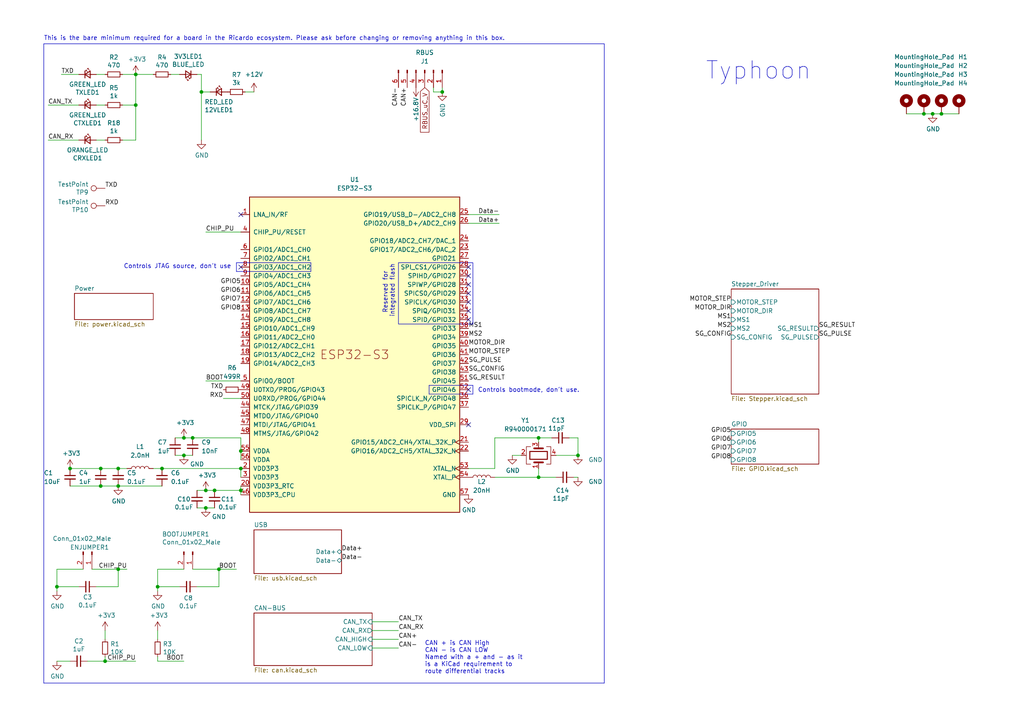
<source format=kicad_sch>
(kicad_sch
	(version 20231120)
	(generator "eeschema")
	(generator_version "8.0")
	(uuid "7db990e4-92e1-4f99-b4d2-435bbec1ba83")
	(paper "A4")
	(title_block
		(title "Typhoon Stepper Controller")
		(date "2024-11-27")
		(rev "0.1")
		(company "ICLR")
	)
	(lib_symbols
		(symbol "Connector:Conn_01x02_Male"
			(pin_names
				(offset 1.016) hide)
			(exclude_from_sim no)
			(in_bom yes)
			(on_board yes)
			(property "Reference" "J"
				(at 0 2.54 0)
				(effects
					(font
						(size 1.27 1.27)
					)
				)
			)
			(property "Value" "Conn_01x02_Male"
				(at 0 -5.08 0)
				(effects
					(font
						(size 1.27 1.27)
					)
				)
			)
			(property "Footprint" ""
				(at 0 0 0)
				(effects
					(font
						(size 1.27 1.27)
					)
					(hide yes)
				)
			)
			(property "Datasheet" "~"
				(at 0 0 0)
				(effects
					(font
						(size 1.27 1.27)
					)
					(hide yes)
				)
			)
			(property "Description" "Generic connector, single row, 01x02, script generated (kicad-library-utils/schlib/autogen/connector/)"
				(at 0 0 0)
				(effects
					(font
						(size 1.27 1.27)
					)
					(hide yes)
				)
			)
			(property "ki_keywords" "connector"
				(at 0 0 0)
				(effects
					(font
						(size 1.27 1.27)
					)
					(hide yes)
				)
			)
			(property "ki_fp_filters" "Connector*:*_1x??_*"
				(at 0 0 0)
				(effects
					(font
						(size 1.27 1.27)
					)
					(hide yes)
				)
			)
			(symbol "Conn_01x02_Male_1_1"
				(polyline
					(pts
						(xy 1.27 -2.54) (xy 0.8636 -2.54)
					)
					(stroke
						(width 0.1524)
						(type default)
					)
					(fill
						(type none)
					)
				)
				(polyline
					(pts
						(xy 1.27 0) (xy 0.8636 0)
					)
					(stroke
						(width 0.1524)
						(type default)
					)
					(fill
						(type none)
					)
				)
				(rectangle
					(start 0.8636 -2.413)
					(end 0 -2.667)
					(stroke
						(width 0.1524)
						(type default)
					)
					(fill
						(type outline)
					)
				)
				(rectangle
					(start 0.8636 0.127)
					(end 0 -0.127)
					(stroke
						(width 0.1524)
						(type default)
					)
					(fill
						(type outline)
					)
				)
				(pin passive line
					(at 5.08 0 180)
					(length 3.81)
					(name "Pin_1"
						(effects
							(font
								(size 1.27 1.27)
							)
						)
					)
					(number "1"
						(effects
							(font
								(size 1.27 1.27)
							)
						)
					)
				)
				(pin passive line
					(at 5.08 -2.54 180)
					(length 3.81)
					(name "Pin_2"
						(effects
							(font
								(size 1.27 1.27)
							)
						)
					)
					(number "2"
						(effects
							(font
								(size 1.27 1.27)
							)
						)
					)
				)
			)
		)
		(symbol "Connector:Conn_01x06_Male"
			(pin_names
				(offset 1.016) hide)
			(exclude_from_sim no)
			(in_bom yes)
			(on_board yes)
			(property "Reference" "J"
				(at 0 7.62 0)
				(effects
					(font
						(size 1.27 1.27)
					)
				)
			)
			(property "Value" "Conn_01x06_Male"
				(at 0 -10.16 0)
				(effects
					(font
						(size 1.27 1.27)
					)
				)
			)
			(property "Footprint" ""
				(at 0 0 0)
				(effects
					(font
						(size 1.27 1.27)
					)
					(hide yes)
				)
			)
			(property "Datasheet" "~"
				(at 0 0 0)
				(effects
					(font
						(size 1.27 1.27)
					)
					(hide yes)
				)
			)
			(property "Description" "Generic connector, single row, 01x06, script generated (kicad-library-utils/schlib/autogen/connector/)"
				(at 0 0 0)
				(effects
					(font
						(size 1.27 1.27)
					)
					(hide yes)
				)
			)
			(property "ki_keywords" "connector"
				(at 0 0 0)
				(effects
					(font
						(size 1.27 1.27)
					)
					(hide yes)
				)
			)
			(property "ki_fp_filters" "Connector*:*_1x??_*"
				(at 0 0 0)
				(effects
					(font
						(size 1.27 1.27)
					)
					(hide yes)
				)
			)
			(symbol "Conn_01x06_Male_1_1"
				(polyline
					(pts
						(xy 1.27 -7.62) (xy 0.8636 -7.62)
					)
					(stroke
						(width 0.1524)
						(type default)
					)
					(fill
						(type none)
					)
				)
				(polyline
					(pts
						(xy 1.27 -5.08) (xy 0.8636 -5.08)
					)
					(stroke
						(width 0.1524)
						(type default)
					)
					(fill
						(type none)
					)
				)
				(polyline
					(pts
						(xy 1.27 -2.54) (xy 0.8636 -2.54)
					)
					(stroke
						(width 0.1524)
						(type default)
					)
					(fill
						(type none)
					)
				)
				(polyline
					(pts
						(xy 1.27 0) (xy 0.8636 0)
					)
					(stroke
						(width 0.1524)
						(type default)
					)
					(fill
						(type none)
					)
				)
				(polyline
					(pts
						(xy 1.27 2.54) (xy 0.8636 2.54)
					)
					(stroke
						(width 0.1524)
						(type default)
					)
					(fill
						(type none)
					)
				)
				(polyline
					(pts
						(xy 1.27 5.08) (xy 0.8636 5.08)
					)
					(stroke
						(width 0.1524)
						(type default)
					)
					(fill
						(type none)
					)
				)
				(rectangle
					(start 0.8636 -7.493)
					(end 0 -7.747)
					(stroke
						(width 0.1524)
						(type default)
					)
					(fill
						(type outline)
					)
				)
				(rectangle
					(start 0.8636 -4.953)
					(end 0 -5.207)
					(stroke
						(width 0.1524)
						(type default)
					)
					(fill
						(type outline)
					)
				)
				(rectangle
					(start 0.8636 -2.413)
					(end 0 -2.667)
					(stroke
						(width 0.1524)
						(type default)
					)
					(fill
						(type outline)
					)
				)
				(rectangle
					(start 0.8636 0.127)
					(end 0 -0.127)
					(stroke
						(width 0.1524)
						(type default)
					)
					(fill
						(type outline)
					)
				)
				(rectangle
					(start 0.8636 2.667)
					(end 0 2.413)
					(stroke
						(width 0.1524)
						(type default)
					)
					(fill
						(type outline)
					)
				)
				(rectangle
					(start 0.8636 5.207)
					(end 0 4.953)
					(stroke
						(width 0.1524)
						(type default)
					)
					(fill
						(type outline)
					)
				)
				(pin passive line
					(at 5.08 5.08 180)
					(length 3.81)
					(name "Pin_1"
						(effects
							(font
								(size 1.27 1.27)
							)
						)
					)
					(number "1"
						(effects
							(font
								(size 1.27 1.27)
							)
						)
					)
				)
				(pin passive line
					(at 5.08 2.54 180)
					(length 3.81)
					(name "Pin_2"
						(effects
							(font
								(size 1.27 1.27)
							)
						)
					)
					(number "2"
						(effects
							(font
								(size 1.27 1.27)
							)
						)
					)
				)
				(pin passive line
					(at 5.08 0 180)
					(length 3.81)
					(name "Pin_3"
						(effects
							(font
								(size 1.27 1.27)
							)
						)
					)
					(number "3"
						(effects
							(font
								(size 1.27 1.27)
							)
						)
					)
				)
				(pin passive line
					(at 5.08 -2.54 180)
					(length 3.81)
					(name "Pin_4"
						(effects
							(font
								(size 1.27 1.27)
							)
						)
					)
					(number "4"
						(effects
							(font
								(size 1.27 1.27)
							)
						)
					)
				)
				(pin passive line
					(at 5.08 -5.08 180)
					(length 3.81)
					(name "Pin_5"
						(effects
							(font
								(size 1.27 1.27)
							)
						)
					)
					(number "5"
						(effects
							(font
								(size 1.27 1.27)
							)
						)
					)
				)
				(pin passive line
					(at 5.08 -7.62 180)
					(length 3.81)
					(name "Pin_6"
						(effects
							(font
								(size 1.27 1.27)
							)
						)
					)
					(number "6"
						(effects
							(font
								(size 1.27 1.27)
							)
						)
					)
				)
			)
		)
		(symbol "Connector:TestPoint"
			(pin_numbers hide)
			(pin_names
				(offset 0.762) hide)
			(exclude_from_sim no)
			(in_bom yes)
			(on_board yes)
			(property "Reference" "TP"
				(at 0 6.858 0)
				(effects
					(font
						(size 1.27 1.27)
					)
				)
			)
			(property "Value" "TestPoint"
				(at 0 5.08 0)
				(effects
					(font
						(size 1.27 1.27)
					)
				)
			)
			(property "Footprint" ""
				(at 5.08 0 0)
				(effects
					(font
						(size 1.27 1.27)
					)
					(hide yes)
				)
			)
			(property "Datasheet" "~"
				(at 5.08 0 0)
				(effects
					(font
						(size 1.27 1.27)
					)
					(hide yes)
				)
			)
			(property "Description" "test point"
				(at 0 0 0)
				(effects
					(font
						(size 1.27 1.27)
					)
					(hide yes)
				)
			)
			(property "ki_keywords" "test point tp"
				(at 0 0 0)
				(effects
					(font
						(size 1.27 1.27)
					)
					(hide yes)
				)
			)
			(property "ki_fp_filters" "Pin* Test*"
				(at 0 0 0)
				(effects
					(font
						(size 1.27 1.27)
					)
					(hide yes)
				)
			)
			(symbol "TestPoint_0_1"
				(circle
					(center 0 3.302)
					(radius 0.762)
					(stroke
						(width 0)
						(type default)
					)
					(fill
						(type none)
					)
				)
			)
			(symbol "TestPoint_1_1"
				(pin passive line
					(at 0 0 90)
					(length 2.54)
					(name "1"
						(effects
							(font
								(size 1.27 1.27)
							)
						)
					)
					(number "1"
						(effects
							(font
								(size 1.27 1.27)
							)
						)
					)
				)
			)
		)
		(symbol "Device:C_Small"
			(pin_numbers hide)
			(pin_names
				(offset 0.254) hide)
			(exclude_from_sim no)
			(in_bom yes)
			(on_board yes)
			(property "Reference" "C"
				(at 0.254 1.778 0)
				(effects
					(font
						(size 1.27 1.27)
					)
					(justify left)
				)
			)
			(property "Value" "C_Small"
				(at 0.254 -2.032 0)
				(effects
					(font
						(size 1.27 1.27)
					)
					(justify left)
				)
			)
			(property "Footprint" ""
				(at 0 0 0)
				(effects
					(font
						(size 1.27 1.27)
					)
					(hide yes)
				)
			)
			(property "Datasheet" "~"
				(at 0 0 0)
				(effects
					(font
						(size 1.27 1.27)
					)
					(hide yes)
				)
			)
			(property "Description" "Unpolarized capacitor, small symbol"
				(at 0 0 0)
				(effects
					(font
						(size 1.27 1.27)
					)
					(hide yes)
				)
			)
			(property "ki_keywords" "capacitor cap"
				(at 0 0 0)
				(effects
					(font
						(size 1.27 1.27)
					)
					(hide yes)
				)
			)
			(property "ki_fp_filters" "C_*"
				(at 0 0 0)
				(effects
					(font
						(size 1.27 1.27)
					)
					(hide yes)
				)
			)
			(symbol "C_Small_0_1"
				(polyline
					(pts
						(xy -1.524 -0.508) (xy 1.524 -0.508)
					)
					(stroke
						(width 0.3302)
						(type default)
					)
					(fill
						(type none)
					)
				)
				(polyline
					(pts
						(xy -1.524 0.508) (xy 1.524 0.508)
					)
					(stroke
						(width 0.3048)
						(type default)
					)
					(fill
						(type none)
					)
				)
			)
			(symbol "C_Small_1_1"
				(pin passive line
					(at 0 2.54 270)
					(length 2.032)
					(name "~"
						(effects
							(font
								(size 1.27 1.27)
							)
						)
					)
					(number "1"
						(effects
							(font
								(size 1.27 1.27)
							)
						)
					)
				)
				(pin passive line
					(at 0 -2.54 90)
					(length 2.032)
					(name "~"
						(effects
							(font
								(size 1.27 1.27)
							)
						)
					)
					(number "2"
						(effects
							(font
								(size 1.27 1.27)
							)
						)
					)
				)
			)
		)
		(symbol "Device:Crystal_GND24"
			(pin_names
				(offset 1.016) hide)
			(exclude_from_sim no)
			(in_bom yes)
			(on_board yes)
			(property "Reference" "Y"
				(at 3.175 5.08 0)
				(effects
					(font
						(size 1.27 1.27)
					)
					(justify left)
				)
			)
			(property "Value" "Crystal_GND24"
				(at 3.175 3.175 0)
				(effects
					(font
						(size 1.27 1.27)
					)
					(justify left)
				)
			)
			(property "Footprint" ""
				(at 0 0 0)
				(effects
					(font
						(size 1.27 1.27)
					)
					(hide yes)
				)
			)
			(property "Datasheet" "~"
				(at 0 0 0)
				(effects
					(font
						(size 1.27 1.27)
					)
					(hide yes)
				)
			)
			(property "Description" "Four pin crystal, GND on pins 2 and 4"
				(at 0 0 0)
				(effects
					(font
						(size 1.27 1.27)
					)
					(hide yes)
				)
			)
			(property "ki_keywords" "quartz ceramic resonator oscillator"
				(at 0 0 0)
				(effects
					(font
						(size 1.27 1.27)
					)
					(hide yes)
				)
			)
			(property "ki_fp_filters" "Crystal*"
				(at 0 0 0)
				(effects
					(font
						(size 1.27 1.27)
					)
					(hide yes)
				)
			)
			(symbol "Crystal_GND24_0_1"
				(rectangle
					(start -1.143 2.54)
					(end 1.143 -2.54)
					(stroke
						(width 0.3048)
						(type default)
					)
					(fill
						(type none)
					)
				)
				(polyline
					(pts
						(xy -2.54 0) (xy -2.032 0)
					)
					(stroke
						(width 0)
						(type default)
					)
					(fill
						(type none)
					)
				)
				(polyline
					(pts
						(xy -2.032 -1.27) (xy -2.032 1.27)
					)
					(stroke
						(width 0.508)
						(type default)
					)
					(fill
						(type none)
					)
				)
				(polyline
					(pts
						(xy 0 -3.81) (xy 0 -3.556)
					)
					(stroke
						(width 0)
						(type default)
					)
					(fill
						(type none)
					)
				)
				(polyline
					(pts
						(xy 0 3.556) (xy 0 3.81)
					)
					(stroke
						(width 0)
						(type default)
					)
					(fill
						(type none)
					)
				)
				(polyline
					(pts
						(xy 2.032 -1.27) (xy 2.032 1.27)
					)
					(stroke
						(width 0.508)
						(type default)
					)
					(fill
						(type none)
					)
				)
				(polyline
					(pts
						(xy 2.032 0) (xy 2.54 0)
					)
					(stroke
						(width 0)
						(type default)
					)
					(fill
						(type none)
					)
				)
				(polyline
					(pts
						(xy -2.54 -2.286) (xy -2.54 -3.556) (xy 2.54 -3.556) (xy 2.54 -2.286)
					)
					(stroke
						(width 0)
						(type default)
					)
					(fill
						(type none)
					)
				)
				(polyline
					(pts
						(xy -2.54 2.286) (xy -2.54 3.556) (xy 2.54 3.556) (xy 2.54 2.286)
					)
					(stroke
						(width 0)
						(type default)
					)
					(fill
						(type none)
					)
				)
			)
			(symbol "Crystal_GND24_1_1"
				(pin passive line
					(at -3.81 0 0)
					(length 1.27)
					(name "1"
						(effects
							(font
								(size 1.27 1.27)
							)
						)
					)
					(number "1"
						(effects
							(font
								(size 1.27 1.27)
							)
						)
					)
				)
				(pin passive line
					(at 0 5.08 270)
					(length 1.27)
					(name "2"
						(effects
							(font
								(size 1.27 1.27)
							)
						)
					)
					(number "2"
						(effects
							(font
								(size 1.27 1.27)
							)
						)
					)
				)
				(pin passive line
					(at 3.81 0 180)
					(length 1.27)
					(name "3"
						(effects
							(font
								(size 1.27 1.27)
							)
						)
					)
					(number "3"
						(effects
							(font
								(size 1.27 1.27)
							)
						)
					)
				)
				(pin passive line
					(at 0 -5.08 90)
					(length 1.27)
					(name "4"
						(effects
							(font
								(size 1.27 1.27)
							)
						)
					)
					(number "4"
						(effects
							(font
								(size 1.27 1.27)
							)
						)
					)
				)
			)
		)
		(symbol "Device:L"
			(pin_numbers hide)
			(pin_names
				(offset 1.016) hide)
			(exclude_from_sim no)
			(in_bom yes)
			(on_board yes)
			(property "Reference" "L"
				(at -1.27 0 90)
				(effects
					(font
						(size 1.27 1.27)
					)
				)
			)
			(property "Value" "L"
				(at 1.905 0 90)
				(effects
					(font
						(size 1.27 1.27)
					)
				)
			)
			(property "Footprint" ""
				(at 0 0 0)
				(effects
					(font
						(size 1.27 1.27)
					)
					(hide yes)
				)
			)
			(property "Datasheet" "~"
				(at 0 0 0)
				(effects
					(font
						(size 1.27 1.27)
					)
					(hide yes)
				)
			)
			(property "Description" "Inductor"
				(at 0 0 0)
				(effects
					(font
						(size 1.27 1.27)
					)
					(hide yes)
				)
			)
			(property "ki_keywords" "inductor choke coil reactor magnetic"
				(at 0 0 0)
				(effects
					(font
						(size 1.27 1.27)
					)
					(hide yes)
				)
			)
			(property "ki_fp_filters" "Choke_* *Coil* Inductor_* L_*"
				(at 0 0 0)
				(effects
					(font
						(size 1.27 1.27)
					)
					(hide yes)
				)
			)
			(symbol "L_0_1"
				(arc
					(start 0 -2.54)
					(mid 0.6323 -1.905)
					(end 0 -1.27)
					(stroke
						(width 0)
						(type default)
					)
					(fill
						(type none)
					)
				)
				(arc
					(start 0 -1.27)
					(mid 0.6323 -0.635)
					(end 0 0)
					(stroke
						(width 0)
						(type default)
					)
					(fill
						(type none)
					)
				)
				(arc
					(start 0 0)
					(mid 0.6323 0.635)
					(end 0 1.27)
					(stroke
						(width 0)
						(type default)
					)
					(fill
						(type none)
					)
				)
				(arc
					(start 0 1.27)
					(mid 0.6323 1.905)
					(end 0 2.54)
					(stroke
						(width 0)
						(type default)
					)
					(fill
						(type none)
					)
				)
			)
			(symbol "L_1_1"
				(pin passive line
					(at 0 3.81 270)
					(length 1.27)
					(name "1"
						(effects
							(font
								(size 1.27 1.27)
							)
						)
					)
					(number "1"
						(effects
							(font
								(size 1.27 1.27)
							)
						)
					)
				)
				(pin passive line
					(at 0 -3.81 90)
					(length 1.27)
					(name "2"
						(effects
							(font
								(size 1.27 1.27)
							)
						)
					)
					(number "2"
						(effects
							(font
								(size 1.27 1.27)
							)
						)
					)
				)
			)
		)
		(symbol "Device:LED_Small"
			(pin_numbers hide)
			(pin_names
				(offset 0.254) hide)
			(exclude_from_sim no)
			(in_bom yes)
			(on_board yes)
			(property "Reference" "D"
				(at -1.27 3.175 0)
				(effects
					(font
						(size 1.27 1.27)
					)
					(justify left)
				)
			)
			(property "Value" "LED_Small"
				(at -4.445 -2.54 0)
				(effects
					(font
						(size 1.27 1.27)
					)
					(justify left)
				)
			)
			(property "Footprint" ""
				(at 0 0 90)
				(effects
					(font
						(size 1.27 1.27)
					)
					(hide yes)
				)
			)
			(property "Datasheet" "~"
				(at 0 0 90)
				(effects
					(font
						(size 1.27 1.27)
					)
					(hide yes)
				)
			)
			(property "Description" "Light emitting diode, small symbol"
				(at 0 0 0)
				(effects
					(font
						(size 1.27 1.27)
					)
					(hide yes)
				)
			)
			(property "ki_keywords" "LED diode light-emitting-diode"
				(at 0 0 0)
				(effects
					(font
						(size 1.27 1.27)
					)
					(hide yes)
				)
			)
			(property "ki_fp_filters" "LED* LED_SMD:* LED_THT:*"
				(at 0 0 0)
				(effects
					(font
						(size 1.27 1.27)
					)
					(hide yes)
				)
			)
			(symbol "LED_Small_0_1"
				(polyline
					(pts
						(xy -0.762 -1.016) (xy -0.762 1.016)
					)
					(stroke
						(width 0.254)
						(type default)
					)
					(fill
						(type none)
					)
				)
				(polyline
					(pts
						(xy 1.016 0) (xy -0.762 0)
					)
					(stroke
						(width 0)
						(type default)
					)
					(fill
						(type none)
					)
				)
				(polyline
					(pts
						(xy 0.762 -1.016) (xy -0.762 0) (xy 0.762 1.016) (xy 0.762 -1.016)
					)
					(stroke
						(width 0.254)
						(type default)
					)
					(fill
						(type none)
					)
				)
				(polyline
					(pts
						(xy 0 0.762) (xy -0.508 1.27) (xy -0.254 1.27) (xy -0.508 1.27) (xy -0.508 1.016)
					)
					(stroke
						(width 0)
						(type default)
					)
					(fill
						(type none)
					)
				)
				(polyline
					(pts
						(xy 0.508 1.27) (xy 0 1.778) (xy 0.254 1.778) (xy 0 1.778) (xy 0 1.524)
					)
					(stroke
						(width 0)
						(type default)
					)
					(fill
						(type none)
					)
				)
			)
			(symbol "LED_Small_1_1"
				(pin passive line
					(at -2.54 0 0)
					(length 1.778)
					(name "K"
						(effects
							(font
								(size 1.27 1.27)
							)
						)
					)
					(number "1"
						(effects
							(font
								(size 1.27 1.27)
							)
						)
					)
				)
				(pin passive line
					(at 2.54 0 180)
					(length 1.778)
					(name "A"
						(effects
							(font
								(size 1.27 1.27)
							)
						)
					)
					(number "2"
						(effects
							(font
								(size 1.27 1.27)
							)
						)
					)
				)
			)
		)
		(symbol "Device:R_Small"
			(pin_numbers hide)
			(pin_names
				(offset 0.254) hide)
			(exclude_from_sim no)
			(in_bom yes)
			(on_board yes)
			(property "Reference" "R"
				(at 0.762 0.508 0)
				(effects
					(font
						(size 1.27 1.27)
					)
					(justify left)
				)
			)
			(property "Value" "R_Small"
				(at 0.762 -1.016 0)
				(effects
					(font
						(size 1.27 1.27)
					)
					(justify left)
				)
			)
			(property "Footprint" ""
				(at 0 0 0)
				(effects
					(font
						(size 1.27 1.27)
					)
					(hide yes)
				)
			)
			(property "Datasheet" "~"
				(at 0 0 0)
				(effects
					(font
						(size 1.27 1.27)
					)
					(hide yes)
				)
			)
			(property "Description" "Resistor, small symbol"
				(at 0 0 0)
				(effects
					(font
						(size 1.27 1.27)
					)
					(hide yes)
				)
			)
			(property "ki_keywords" "R resistor"
				(at 0 0 0)
				(effects
					(font
						(size 1.27 1.27)
					)
					(hide yes)
				)
			)
			(property "ki_fp_filters" "R_*"
				(at 0 0 0)
				(effects
					(font
						(size 1.27 1.27)
					)
					(hide yes)
				)
			)
			(symbol "R_Small_0_1"
				(rectangle
					(start -0.762 1.778)
					(end 0.762 -1.778)
					(stroke
						(width 0.2032)
						(type default)
					)
					(fill
						(type none)
					)
				)
			)
			(symbol "R_Small_1_1"
				(pin passive line
					(at 0 2.54 270)
					(length 0.762)
					(name "~"
						(effects
							(font
								(size 1.27 1.27)
							)
						)
					)
					(number "1"
						(effects
							(font
								(size 1.27 1.27)
							)
						)
					)
				)
				(pin passive line
					(at 0 -2.54 90)
					(length 0.762)
					(name "~"
						(effects
							(font
								(size 1.27 1.27)
							)
						)
					)
					(number "2"
						(effects
							(font
								(size 1.27 1.27)
							)
						)
					)
				)
			)
		)
		(symbol "Espressif:ESP32-S3"
			(pin_names
				(offset 1.016)
			)
			(exclude_from_sim no)
			(in_bom yes)
			(on_board yes)
			(property "Reference" "U"
				(at 0 48.26 0)
				(effects
					(font
						(size 1.27 1.27)
					)
				)
			)
			(property "Value" "ESP32-S3"
				(at 0 -48.26 0)
				(effects
					(font
						(size 1.27 1.27)
					)
				)
			)
			(property "Footprint" "Package_DFN_QFN:QFN-56-1EP_7x7mm_P0.4mm_EP5.6x5.6mm"
				(at 0 -50.8 0)
				(effects
					(font
						(size 1.27 1.27)
					)
					(hide yes)
				)
			)
			(property "Datasheet" "https://www.espressif.com/sites/default/files/documentation/esp32-s3_datasheet_en.pdf"
				(at 0 -53.34 0)
				(effects
					(font
						(size 1.27 1.27)
					)
					(hide yes)
				)
			)
			(property "Description" "ESP32-S3 is a low-power MCU-based system-on-chip (SoC) that supports 2.4 GHz Wi-Fi and Bluetooth® Low Energy (Bluetooth LE). It consists of high-performance dual-core microprocessor (Xtensa® 32-bit LX7), a low power coprocessor, a Wi-Fi baseband, a Bluetooth LE baseband, RF module, and peripherals."
				(at 0 0 0)
				(effects
					(font
						(size 1.27 1.27)
					)
					(hide yes)
				)
			)
			(symbol "ESP32-S3_0_0"
				(text "ESP32-S3"
					(at 0 0 0)
					(effects
						(font
							(size 2.54 2.54)
						)
					)
				)
				(pin bidirectional line
					(at 33.02 -12.7 180)
					(length 2.54)
					(name "SPICLK_N/GPIO48"
						(effects
							(font
								(size 1.27 1.27)
							)
						)
					)
					(number "36"
						(effects
							(font
								(size 1.27 1.27)
							)
						)
					)
				)
				(pin bidirectional line
					(at 33.02 -15.24 180)
					(length 2.54)
					(name "SPICLK_P/GPIO47"
						(effects
							(font
								(size 1.27 1.27)
							)
						)
					)
					(number "37"
						(effects
							(font
								(size 1.27 1.27)
							)
						)
					)
				)
			)
			(symbol "ESP32-S3_0_1"
				(rectangle
					(start -30.48 45.72)
					(end 30.48 -45.72)
					(stroke
						(width 0.254)
						(type default)
					)
					(fill
						(type background)
					)
				)
			)
			(symbol "ESP32-S3_1_1"
				(pin bidirectional line
					(at -33.02 40.64 0)
					(length 2.54)
					(name "LNA_IN/RF"
						(effects
							(font
								(size 1.27 1.27)
							)
						)
					)
					(number "1"
						(effects
							(font
								(size 1.27 1.27)
							)
						)
					)
				)
				(pin bidirectional line
					(at -33.02 20.32 0)
					(length 2.54)
					(name "GPIO5/ADC1_CH4"
						(effects
							(font
								(size 1.27 1.27)
							)
						)
					)
					(number "10"
						(effects
							(font
								(size 1.27 1.27)
							)
						)
					)
				)
				(pin bidirectional line
					(at -33.02 17.78 0)
					(length 2.54)
					(name "GPIO6/ADC1_CH5"
						(effects
							(font
								(size 1.27 1.27)
							)
						)
					)
					(number "11"
						(effects
							(font
								(size 1.27 1.27)
							)
						)
					)
				)
				(pin bidirectional line
					(at -33.02 15.24 0)
					(length 2.54)
					(name "GPIO7/ADC1_CH6"
						(effects
							(font
								(size 1.27 1.27)
							)
						)
					)
					(number "12"
						(effects
							(font
								(size 1.27 1.27)
							)
						)
					)
				)
				(pin bidirectional line
					(at -33.02 12.7 0)
					(length 2.54)
					(name "GPIO8/ADC1_CH7"
						(effects
							(font
								(size 1.27 1.27)
							)
						)
					)
					(number "13"
						(effects
							(font
								(size 1.27 1.27)
							)
						)
					)
				)
				(pin bidirectional line
					(at -33.02 10.16 0)
					(length 2.54)
					(name "GPIO9/ADC1_CH8"
						(effects
							(font
								(size 1.27 1.27)
							)
						)
					)
					(number "14"
						(effects
							(font
								(size 1.27 1.27)
							)
						)
					)
				)
				(pin bidirectional line
					(at -33.02 7.62 0)
					(length 2.54)
					(name "GPIO10/ADC1_CH9"
						(effects
							(font
								(size 1.27 1.27)
							)
						)
					)
					(number "15"
						(effects
							(font
								(size 1.27 1.27)
							)
						)
					)
				)
				(pin bidirectional line
					(at -33.02 5.08 0)
					(length 2.54)
					(name "GPIO11/ADC2_CH0"
						(effects
							(font
								(size 1.27 1.27)
							)
						)
					)
					(number "16"
						(effects
							(font
								(size 1.27 1.27)
							)
						)
					)
				)
				(pin bidirectional line
					(at -33.02 2.54 0)
					(length 2.54)
					(name "GPIO12/ADC2_CH1"
						(effects
							(font
								(size 1.27 1.27)
							)
						)
					)
					(number "17"
						(effects
							(font
								(size 1.27 1.27)
							)
						)
					)
				)
				(pin bidirectional line
					(at -33.02 0 0)
					(length 2.54)
					(name "GPIO13/ADC2_CH2"
						(effects
							(font
								(size 1.27 1.27)
							)
						)
					)
					(number "18"
						(effects
							(font
								(size 1.27 1.27)
							)
						)
					)
				)
				(pin bidirectional line
					(at -33.02 -2.54 0)
					(length 2.54)
					(name "GPIO14/ADC2_CH3"
						(effects
							(font
								(size 1.27 1.27)
							)
						)
					)
					(number "19"
						(effects
							(font
								(size 1.27 1.27)
							)
						)
					)
				)
				(pin power_in line
					(at -33.02 -33.02 0)
					(length 2.54)
					(name "VDD3P3"
						(effects
							(font
								(size 1.27 1.27)
							)
						)
					)
					(number "2"
						(effects
							(font
								(size 1.27 1.27)
							)
						)
					)
				)
				(pin power_in line
					(at -33.02 -38.1 0)
					(length 2.54)
					(name "VDD3P3_RTC"
						(effects
							(font
								(size 1.27 1.27)
							)
						)
					)
					(number "20"
						(effects
							(font
								(size 1.27 1.27)
							)
						)
					)
				)
				(pin input clock
					(at 33.02 -25.4 180)
					(length 2.54)
					(name "GPIO15/ADC2_CH4/XTAL_32K_P"
						(effects
							(font
								(size 1.27 1.27)
							)
						)
					)
					(number "21"
						(effects
							(font
								(size 1.27 1.27)
							)
						)
					)
				)
				(pin output clock
					(at 33.02 -27.94 180)
					(length 2.54)
					(name "GPIO16/ADC2_CH5/XTAL_32K_N"
						(effects
							(font
								(size 1.27 1.27)
							)
						)
					)
					(number "22"
						(effects
							(font
								(size 1.27 1.27)
							)
						)
					)
				)
				(pin bidirectional line
					(at 33.02 30.48 180)
					(length 2.54)
					(name "GPIO17/ADC2_CH6/DAC_2"
						(effects
							(font
								(size 1.27 1.27)
							)
						)
					)
					(number "23"
						(effects
							(font
								(size 1.27 1.27)
							)
						)
					)
				)
				(pin bidirectional line
					(at 33.02 33.02 180)
					(length 2.54)
					(name "GPIO18/ADC2_CH7/DAC_1"
						(effects
							(font
								(size 1.27 1.27)
							)
						)
					)
					(number "24"
						(effects
							(font
								(size 1.27 1.27)
							)
						)
					)
				)
				(pin bidirectional line
					(at 33.02 40.64 180)
					(length 2.54)
					(name "GPIO19/USB_D-/ADC2_CH8"
						(effects
							(font
								(size 1.27 1.27)
							)
						)
					)
					(number "25"
						(effects
							(font
								(size 1.27 1.27)
							)
						)
					)
				)
				(pin bidirectional line
					(at 33.02 38.1 180)
					(length 2.54)
					(name "GPIO20/USB_D+/ADC2_CH9"
						(effects
							(font
								(size 1.27 1.27)
							)
						)
					)
					(number "26"
						(effects
							(font
								(size 1.27 1.27)
							)
						)
					)
				)
				(pin bidirectional line
					(at 33.02 27.94 180)
					(length 2.54)
					(name "GPIO21"
						(effects
							(font
								(size 1.27 1.27)
							)
						)
					)
					(number "27"
						(effects
							(font
								(size 1.27 1.27)
							)
						)
					)
				)
				(pin bidirectional line
					(at 33.02 25.4 180)
					(length 2.54)
					(name "SPI_CS1/GPIO26"
						(effects
							(font
								(size 1.27 1.27)
							)
						)
					)
					(number "28"
						(effects
							(font
								(size 1.27 1.27)
							)
						)
					)
				)
				(pin power_out line
					(at 33.02 -20.32 180)
					(length 2.54)
					(name "VDD_SPI"
						(effects
							(font
								(size 1.27 1.27)
							)
						)
					)
					(number "29"
						(effects
							(font
								(size 1.27 1.27)
							)
						)
					)
				)
				(pin power_in line
					(at -33.02 -35.56 0)
					(length 2.54)
					(name "VDD3P3"
						(effects
							(font
								(size 1.27 1.27)
							)
						)
					)
					(number "3"
						(effects
							(font
								(size 1.27 1.27)
							)
						)
					)
				)
				(pin bidirectional line
					(at 33.02 22.86 180)
					(length 2.54)
					(name "SPIHD/GPIO27"
						(effects
							(font
								(size 1.27 1.27)
							)
						)
					)
					(number "30"
						(effects
							(font
								(size 1.27 1.27)
							)
						)
					)
				)
				(pin bidirectional line
					(at 33.02 20.32 180)
					(length 2.54)
					(name "SPIWP/GPIO28"
						(effects
							(font
								(size 1.27 1.27)
							)
						)
					)
					(number "31"
						(effects
							(font
								(size 1.27 1.27)
							)
						)
					)
				)
				(pin bidirectional line
					(at 33.02 17.78 180)
					(length 2.54)
					(name "SPICS0/GPIO29"
						(effects
							(font
								(size 1.27 1.27)
							)
						)
					)
					(number "32"
						(effects
							(font
								(size 1.27 1.27)
							)
						)
					)
				)
				(pin bidirectional line
					(at 33.02 15.24 180)
					(length 2.54)
					(name "SPICLK/GPIO30"
						(effects
							(font
								(size 1.27 1.27)
							)
						)
					)
					(number "33"
						(effects
							(font
								(size 1.27 1.27)
							)
						)
					)
				)
				(pin bidirectional line
					(at 33.02 12.7 180)
					(length 2.54)
					(name "SPIQ/GPIO31"
						(effects
							(font
								(size 1.27 1.27)
							)
						)
					)
					(number "34"
						(effects
							(font
								(size 1.27 1.27)
							)
						)
					)
				)
				(pin bidirectional line
					(at 33.02 10.16 180)
					(length 2.54)
					(name "SPID/GPIO32"
						(effects
							(font
								(size 1.27 1.27)
							)
						)
					)
					(number "35"
						(effects
							(font
								(size 1.27 1.27)
							)
						)
					)
				)
				(pin bidirectional line
					(at 33.02 7.62 180)
					(length 2.54)
					(name "GPIO33"
						(effects
							(font
								(size 1.27 1.27)
							)
						)
					)
					(number "38"
						(effects
							(font
								(size 1.27 1.27)
							)
						)
					)
				)
				(pin bidirectional line
					(at 33.02 5.08 180)
					(length 2.54)
					(name "GPIO34"
						(effects
							(font
								(size 1.27 1.27)
							)
						)
					)
					(number "39"
						(effects
							(font
								(size 1.27 1.27)
							)
						)
					)
				)
				(pin input line
					(at -33.02 35.56 0)
					(length 2.54)
					(name "CHIP_PU/RESET"
						(effects
							(font
								(size 1.27 1.27)
							)
						)
					)
					(number "4"
						(effects
							(font
								(size 1.27 1.27)
							)
						)
					)
				)
				(pin bidirectional line
					(at 33.02 2.54 180)
					(length 2.54)
					(name "GPIO35"
						(effects
							(font
								(size 1.27 1.27)
							)
						)
					)
					(number "40"
						(effects
							(font
								(size 1.27 1.27)
							)
						)
					)
				)
				(pin bidirectional line
					(at 33.02 0 180)
					(length 2.54)
					(name "GPIO36"
						(effects
							(font
								(size 1.27 1.27)
							)
						)
					)
					(number "41"
						(effects
							(font
								(size 1.27 1.27)
							)
						)
					)
				)
				(pin bidirectional line
					(at 33.02 -2.54 180)
					(length 2.54)
					(name "GPIO37"
						(effects
							(font
								(size 1.27 1.27)
							)
						)
					)
					(number "42"
						(effects
							(font
								(size 1.27 1.27)
							)
						)
					)
				)
				(pin bidirectional line
					(at 33.02 -5.08 180)
					(length 2.54)
					(name "GPIO38"
						(effects
							(font
								(size 1.27 1.27)
							)
						)
					)
					(number "43"
						(effects
							(font
								(size 1.27 1.27)
							)
						)
					)
				)
				(pin bidirectional line
					(at -33.02 -15.24 0)
					(length 2.54)
					(name "MTCK/JTAG/GPIO39"
						(effects
							(font
								(size 1.27 1.27)
							)
						)
					)
					(number "44"
						(effects
							(font
								(size 1.27 1.27)
							)
						)
					)
				)
				(pin bidirectional line
					(at -33.02 -17.78 0)
					(length 2.54)
					(name "MTDO/JTAG/GPIO40"
						(effects
							(font
								(size 1.27 1.27)
							)
						)
					)
					(number "45"
						(effects
							(font
								(size 1.27 1.27)
							)
						)
					)
				)
				(pin power_in line
					(at -33.02 -40.64 0)
					(length 2.54)
					(name "VDD3P3_CPU"
						(effects
							(font
								(size 1.27 1.27)
							)
						)
					)
					(number "46"
						(effects
							(font
								(size 1.27 1.27)
							)
						)
					)
				)
				(pin bidirectional line
					(at -33.02 -20.32 0)
					(length 2.54)
					(name "MTDI/JTAG/GPIO41"
						(effects
							(font
								(size 1.27 1.27)
							)
						)
					)
					(number "47"
						(effects
							(font
								(size 1.27 1.27)
							)
						)
					)
				)
				(pin bidirectional line
					(at -33.02 -22.86 0)
					(length 2.54)
					(name "MTMS/JTAG/GPIO42"
						(effects
							(font
								(size 1.27 1.27)
							)
						)
					)
					(number "48"
						(effects
							(font
								(size 1.27 1.27)
							)
						)
					)
				)
				(pin bidirectional line
					(at -33.02 -10.16 0)
					(length 2.54)
					(name "U0TXD/PROG/GPIO43"
						(effects
							(font
								(size 1.27 1.27)
							)
						)
					)
					(number "49"
						(effects
							(font
								(size 1.27 1.27)
							)
						)
					)
				)
				(pin bidirectional line
					(at -33.02 -7.62 0)
					(length 2.54)
					(name "GPIO0/BOOT"
						(effects
							(font
								(size 1.27 1.27)
							)
						)
					)
					(number "5"
						(effects
							(font
								(size 1.27 1.27)
							)
						)
					)
				)
				(pin bidirectional line
					(at -33.02 -12.7 0)
					(length 2.54)
					(name "U0RXD/PROG/GPIO44"
						(effects
							(font
								(size 1.27 1.27)
							)
						)
					)
					(number "50"
						(effects
							(font
								(size 1.27 1.27)
							)
						)
					)
				)
				(pin bidirectional line
					(at 33.02 -7.62 180)
					(length 2.54)
					(name "GPIO45"
						(effects
							(font
								(size 1.27 1.27)
							)
						)
					)
					(number "51"
						(effects
							(font
								(size 1.27 1.27)
							)
						)
					)
				)
				(pin bidirectional line
					(at 33.02 -10.16 180)
					(length 2.54)
					(name "GPIO46"
						(effects
							(font
								(size 1.27 1.27)
							)
						)
					)
					(number "52"
						(effects
							(font
								(size 1.27 1.27)
							)
						)
					)
				)
				(pin input clock
					(at 33.02 -33.02 180)
					(length 2.54)
					(name "XTAL_N"
						(effects
							(font
								(size 1.27 1.27)
							)
						)
					)
					(number "53"
						(effects
							(font
								(size 1.27 1.27)
							)
						)
					)
				)
				(pin output clock
					(at 33.02 -35.56 180)
					(length 2.54)
					(name "XTAL_P"
						(effects
							(font
								(size 1.27 1.27)
							)
						)
					)
					(number "54"
						(effects
							(font
								(size 1.27 1.27)
							)
						)
					)
				)
				(pin power_in line
					(at -33.02 -27.94 0)
					(length 2.54)
					(name "VDDA"
						(effects
							(font
								(size 1.27 1.27)
							)
						)
					)
					(number "55"
						(effects
							(font
								(size 1.27 1.27)
							)
						)
					)
				)
				(pin power_in line
					(at -33.02 -30.48 0)
					(length 2.54)
					(name "VDDA"
						(effects
							(font
								(size 1.27 1.27)
							)
						)
					)
					(number "56"
						(effects
							(font
								(size 1.27 1.27)
							)
						)
					)
				)
				(pin power_in line
					(at 33.02 -40.64 180)
					(length 2.54)
					(name "GND"
						(effects
							(font
								(size 1.27 1.27)
							)
						)
					)
					(number "57"
						(effects
							(font
								(size 1.27 1.27)
							)
						)
					)
				)
				(pin bidirectional line
					(at -33.02 30.48 0)
					(length 2.54)
					(name "GPIO1/ADC1_CH0"
						(effects
							(font
								(size 1.27 1.27)
							)
						)
					)
					(number "6"
						(effects
							(font
								(size 1.27 1.27)
							)
						)
					)
				)
				(pin bidirectional line
					(at -33.02 27.94 0)
					(length 2.54)
					(name "GPIO2/ADC1_CH1"
						(effects
							(font
								(size 1.27 1.27)
							)
						)
					)
					(number "7"
						(effects
							(font
								(size 1.27 1.27)
							)
						)
					)
				)
				(pin bidirectional line
					(at -33.02 25.4 0)
					(length 2.54)
					(name "GPIO3/ADC1_CH2"
						(effects
							(font
								(size 1.27 1.27)
							)
						)
					)
					(number "8"
						(effects
							(font
								(size 1.27 1.27)
							)
						)
					)
				)
				(pin bidirectional line
					(at -33.02 22.86 0)
					(length 2.54)
					(name "GPIO4/ADC1_CH3"
						(effects
							(font
								(size 1.27 1.27)
							)
						)
					)
					(number "9"
						(effects
							(font
								(size 1.27 1.27)
							)
						)
					)
				)
			)
		)
		(symbol "Mechanical:MountingHole_Pad"
			(pin_numbers hide)
			(pin_names
				(offset 1.016) hide)
			(exclude_from_sim no)
			(in_bom yes)
			(on_board yes)
			(property "Reference" "H"
				(at 0 6.35 0)
				(effects
					(font
						(size 1.27 1.27)
					)
				)
			)
			(property "Value" "MountingHole_Pad"
				(at 0 4.445 0)
				(effects
					(font
						(size 1.27 1.27)
					)
				)
			)
			(property "Footprint" ""
				(at 0 0 0)
				(effects
					(font
						(size 1.27 1.27)
					)
					(hide yes)
				)
			)
			(property "Datasheet" "~"
				(at 0 0 0)
				(effects
					(font
						(size 1.27 1.27)
					)
					(hide yes)
				)
			)
			(property "Description" "Mounting Hole with connection"
				(at 0 0 0)
				(effects
					(font
						(size 1.27 1.27)
					)
					(hide yes)
				)
			)
			(property "ki_keywords" "mounting hole"
				(at 0 0 0)
				(effects
					(font
						(size 1.27 1.27)
					)
					(hide yes)
				)
			)
			(property "ki_fp_filters" "MountingHole*Pad*"
				(at 0 0 0)
				(effects
					(font
						(size 1.27 1.27)
					)
					(hide yes)
				)
			)
			(symbol "MountingHole_Pad_0_1"
				(circle
					(center 0 1.27)
					(radius 1.27)
					(stroke
						(width 1.27)
						(type default)
					)
					(fill
						(type none)
					)
				)
			)
			(symbol "MountingHole_Pad_1_1"
				(pin input line
					(at 0 -2.54 90)
					(length 2.54)
					(name "1"
						(effects
							(font
								(size 1.27 1.27)
							)
						)
					)
					(number "1"
						(effects
							(font
								(size 1.27 1.27)
							)
						)
					)
				)
			)
		)
		(symbol "power:+12V"
			(power)
			(pin_names
				(offset 0)
			)
			(exclude_from_sim no)
			(in_bom yes)
			(on_board yes)
			(property "Reference" "#PWR"
				(at 0 -3.81 0)
				(effects
					(font
						(size 1.27 1.27)
					)
					(hide yes)
				)
			)
			(property "Value" "+12V"
				(at 0 3.556 0)
				(effects
					(font
						(size 1.27 1.27)
					)
				)
			)
			(property "Footprint" ""
				(at 0 0 0)
				(effects
					(font
						(size 1.27 1.27)
					)
					(hide yes)
				)
			)
			(property "Datasheet" ""
				(at 0 0 0)
				(effects
					(font
						(size 1.27 1.27)
					)
					(hide yes)
				)
			)
			(property "Description" "Power symbol creates a global label with name \"+12V\""
				(at 0 0 0)
				(effects
					(font
						(size 1.27 1.27)
					)
					(hide yes)
				)
			)
			(property "ki_keywords" "power-flag"
				(at 0 0 0)
				(effects
					(font
						(size 1.27 1.27)
					)
					(hide yes)
				)
			)
			(symbol "+12V_0_1"
				(polyline
					(pts
						(xy -0.762 1.27) (xy 0 2.54)
					)
					(stroke
						(width 0)
						(type default)
					)
					(fill
						(type none)
					)
				)
				(polyline
					(pts
						(xy 0 0) (xy 0 2.54)
					)
					(stroke
						(width 0)
						(type default)
					)
					(fill
						(type none)
					)
				)
				(polyline
					(pts
						(xy 0 2.54) (xy 0.762 1.27)
					)
					(stroke
						(width 0)
						(type default)
					)
					(fill
						(type none)
					)
				)
			)
			(symbol "+12V_1_1"
				(pin power_in line
					(at 0 0 90)
					(length 0) hide
					(name "+12V"
						(effects
							(font
								(size 1.27 1.27)
							)
						)
					)
					(number "1"
						(effects
							(font
								(size 1.27 1.27)
							)
						)
					)
				)
			)
		)
		(symbol "power:+3.3V"
			(power)
			(pin_names
				(offset 0)
			)
			(exclude_from_sim no)
			(in_bom yes)
			(on_board yes)
			(property "Reference" "#PWR"
				(at 0 -3.81 0)
				(effects
					(font
						(size 1.27 1.27)
					)
					(hide yes)
				)
			)
			(property "Value" "+3.3V"
				(at 0 3.556 0)
				(effects
					(font
						(size 1.27 1.27)
					)
				)
			)
			(property "Footprint" ""
				(at 0 0 0)
				(effects
					(font
						(size 1.27 1.27)
					)
					(hide yes)
				)
			)
			(property "Datasheet" ""
				(at 0 0 0)
				(effects
					(font
						(size 1.27 1.27)
					)
					(hide yes)
				)
			)
			(property "Description" "Power symbol creates a global label with name \"+3.3V\""
				(at 0 0 0)
				(effects
					(font
						(size 1.27 1.27)
					)
					(hide yes)
				)
			)
			(property "ki_keywords" "power-flag"
				(at 0 0 0)
				(effects
					(font
						(size 1.27 1.27)
					)
					(hide yes)
				)
			)
			(symbol "+3.3V_0_1"
				(polyline
					(pts
						(xy -0.762 1.27) (xy 0 2.54)
					)
					(stroke
						(width 0)
						(type default)
					)
					(fill
						(type none)
					)
				)
				(polyline
					(pts
						(xy 0 0) (xy 0 2.54)
					)
					(stroke
						(width 0)
						(type default)
					)
					(fill
						(type none)
					)
				)
				(polyline
					(pts
						(xy 0 2.54) (xy 0.762 1.27)
					)
					(stroke
						(width 0)
						(type default)
					)
					(fill
						(type none)
					)
				)
			)
			(symbol "+3.3V_1_1"
				(pin power_in line
					(at 0 0 90)
					(length 0) hide
					(name "+3V3"
						(effects
							(font
								(size 1.27 1.27)
							)
						)
					)
					(number "1"
						(effects
							(font
								(size 1.27 1.27)
							)
						)
					)
				)
			)
		)
		(symbol "power:GND"
			(power)
			(pin_names
				(offset 0)
			)
			(exclude_from_sim no)
			(in_bom yes)
			(on_board yes)
			(property "Reference" "#PWR"
				(at 0 -6.35 0)
				(effects
					(font
						(size 1.27 1.27)
					)
					(hide yes)
				)
			)
			(property "Value" "GND"
				(at 0 -3.81 0)
				(effects
					(font
						(size 1.27 1.27)
					)
				)
			)
			(property "Footprint" ""
				(at 0 0 0)
				(effects
					(font
						(size 1.27 1.27)
					)
					(hide yes)
				)
			)
			(property "Datasheet" ""
				(at 0 0 0)
				(effects
					(font
						(size 1.27 1.27)
					)
					(hide yes)
				)
			)
			(property "Description" "Power symbol creates a global label with name \"GND\" , ground"
				(at 0 0 0)
				(effects
					(font
						(size 1.27 1.27)
					)
					(hide yes)
				)
			)
			(property "ki_keywords" "power-flag"
				(at 0 0 0)
				(effects
					(font
						(size 1.27 1.27)
					)
					(hide yes)
				)
			)
			(symbol "GND_0_1"
				(polyline
					(pts
						(xy 0 0) (xy 0 -1.27) (xy 1.27 -1.27) (xy 0 -2.54) (xy -1.27 -1.27) (xy 0 -1.27)
					)
					(stroke
						(width 0)
						(type default)
					)
					(fill
						(type none)
					)
				)
			)
			(symbol "GND_1_1"
				(pin power_in line
					(at 0 0 270)
					(length 0) hide
					(name "GND"
						(effects
							(font
								(size 1.27 1.27)
							)
						)
					)
					(number "1"
						(effects
							(font
								(size 1.27 1.27)
							)
						)
					)
				)
			)
		)
	)
	(junction
		(at 39.37 21.59)
		(diameter 0)
		(color 0 0 0 0)
		(uuid "02f8904b-a7b2-49dd-b392-764e7e29fb51")
	)
	(junction
		(at 59.69 142.24)
		(diameter 0)
		(color 0 0 0 0)
		(uuid "0753a347-97d9-4cb7-b81c-f57d156ee03d")
	)
	(junction
		(at 53.34 127)
		(diameter 0)
		(color 0 0 0 0)
		(uuid "259169cf-23d2-4d34-acfa-b35367d25621")
	)
	(junction
		(at 58.42 26.67)
		(diameter 0)
		(color 0 0 0 0)
		(uuid "28b01cd2-da3a-46ec-8825-b0f31a0b8987")
	)
	(junction
		(at 39.37 30.48)
		(diameter 0)
		(color 0 0 0 0)
		(uuid "2a932a97-d138-4af1-9647-1e89e00904fd")
	)
	(junction
		(at 30.48 191.77)
		(diameter 0)
		(color 0 0 0 0)
		(uuid "35c09d1f-2914-4d1e-a002-df30af772f3b")
	)
	(junction
		(at 69.85 142.24)
		(diameter 0)
		(color 0 0 0 0)
		(uuid "69bccc29-7896-4bd5-847c-4b30488bfdf7")
	)
	(junction
		(at 55.88 127)
		(diameter 0)
		(color 0 0 0 0)
		(uuid "7080b686-704b-4224-87e0-0a66227e69e7")
	)
	(junction
		(at 63.5 165.1)
		(diameter 0)
		(color 0 0 0 0)
		(uuid "747f57e5-4698-4c6b-916d-232e6b1f645b")
	)
	(junction
		(at 59.69 147.32)
		(diameter 0)
		(color 0 0 0 0)
		(uuid "76b48920-113a-47db-a65d-49e9e75b755a")
	)
	(junction
		(at 62.23 142.24)
		(diameter 0)
		(color 0 0 0 0)
		(uuid "7847a7dc-83b6-40e8-ab83-35ec04184c6f")
	)
	(junction
		(at 34.29 135.89)
		(diameter 0)
		(color 0 0 0 0)
		(uuid "7a8ee3ce-88a3-49a2-aa53-ca000ddb33c8")
	)
	(junction
		(at 20.32 135.89)
		(diameter 0)
		(color 0 0 0 0)
		(uuid "88f17a64-5024-4f4b-8346-d8222bac5104")
	)
	(junction
		(at 45.72 170.18)
		(diameter 0)
		(color 0 0 0 0)
		(uuid "8ac400bf-c9b3-4af4-b0a7-9aa9ab4ad17e")
	)
	(junction
		(at 29.21 135.89)
		(diameter 0)
		(color 0 0 0 0)
		(uuid "a6a6b792-84b0-4f4e-9e9d-847e9a94203c")
	)
	(junction
		(at 34.29 140.97)
		(diameter 0)
		(color 0 0 0 0)
		(uuid "abc917ce-119d-4f43-8ab3-fb5d20f74b7e")
	)
	(junction
		(at 156.21 127)
		(diameter 0)
		(color 0 0 0 0)
		(uuid "ae65856b-4a40-4cab-a5ff-5a35c8850e02")
	)
	(junction
		(at 273.05 33.02)
		(diameter 0)
		(color 0 0 0 0)
		(uuid "b32183f9-e002-4a64-a1c2-255269c79027")
	)
	(junction
		(at 53.34 132.08)
		(diameter 0)
		(color 0 0 0 0)
		(uuid "b7428965-44ff-4d1f-990c-3d61005cbad1")
	)
	(junction
		(at 156.21 138.43)
		(diameter 0)
		(color 0 0 0 0)
		(uuid "b749e26e-88fc-47bb-b418-a32130eee6ec")
	)
	(junction
		(at 69.85 130.81)
		(diameter 0)
		(color 0 0 0 0)
		(uuid "b81264dd-7182-41f5-960f-39b78460c520")
	)
	(junction
		(at 29.21 140.97)
		(diameter 0)
		(color 0 0 0 0)
		(uuid "c86aaef9-56ce-427d-b18b-c7a9b78c893f")
	)
	(junction
		(at 16.51 170.18)
		(diameter 0)
		(color 0 0 0 0)
		(uuid "cb083d38-4f11-4a80-8b19-ab751c405e4a")
	)
	(junction
		(at 270.51 33.02)
		(diameter 0)
		(color 0 0 0 0)
		(uuid "de1d8b49-3cd8-4ee5-8113-50d6db3ea930")
	)
	(junction
		(at 267.97 33.02)
		(diameter 0)
		(color 0 0 0 0)
		(uuid "de3cc7ee-e860-4f56-b4cf-41e7448f2241")
	)
	(junction
		(at 167.64 132.08)
		(diameter 0)
		(color 0 0 0 0)
		(uuid "e379247a-7c51-4094-9a8c-3b8a6d5322fb")
	)
	(junction
		(at 46.99 135.89)
		(diameter 0)
		(color 0 0 0 0)
		(uuid "edb60ccc-5ad5-4417-9f0a-4281bdc6260b")
	)
	(junction
		(at 128.27 26.67)
		(diameter 0)
		(color 0 0 0 0)
		(uuid "eea79eca-5259-4bf1-94e4-b068a2ad63a0")
	)
	(junction
		(at 34.29 165.1)
		(diameter 0)
		(color 0 0 0 0)
		(uuid "f0852334-0410-4a06-99ff-da7ea21a1167")
	)
	(junction
		(at 69.85 135.89)
		(diameter 0)
		(color 0 0 0 0)
		(uuid "f130ddb0-0916-407d-9728-6ff1a5a57806")
	)
	(no_connect
		(at 135.89 77.47)
		(uuid "1195bd46-1ab9-4b0a-ba90-f56269b7ac95")
	)
	(no_connect
		(at 135.89 87.63)
		(uuid "2ca778b3-1e8c-43fe-989b-56ad0bd06781")
	)
	(no_connect
		(at 135.89 85.09)
		(uuid "53fe50b1-9989-4a62-b491-0afbf0edecdc")
	)
	(no_connect
		(at 135.89 90.17)
		(uuid "5e0cbf62-7a51-4030-a562-537e4adcd194")
	)
	(no_connect
		(at 135.89 80.01)
		(uuid "61294c5c-57ae-41ca-b4d3-2116de5756c4")
	)
	(no_connect
		(at 135.89 92.71)
		(uuid "6f3c472f-9404-4ff3-aeb7-492c98d6761d")
	)
	(no_connect
		(at 69.85 77.47)
		(uuid "86749bc6-b935-4c25-9994-054cf825bf11")
	)
	(no_connect
		(at 69.85 62.23)
		(uuid "b70556bd-0988-43e0-80b0-baa493a62600")
	)
	(no_connect
		(at 135.89 113.03)
		(uuid "ba0e2a32-0319-4e19-bc9d-127797da9405")
	)
	(no_connect
		(at 135.89 82.55)
		(uuid "cd3cb36e-b0f0-429d-a725-1b96aa0e588f")
	)
	(no_connect
		(at 135.89 123.19)
		(uuid "d53bdb65-9586-496e-89ff-e2edf8bb8d22")
	)
	(wire
		(pts
			(xy 30.48 191.77) (xy 30.48 190.5)
		)
		(stroke
			(width 0)
			(type default)
		)
		(uuid "051b8cb0-ae77-4e09-98a7-bf2103319e66")
	)
	(wire
		(pts
			(xy 135.89 62.23) (xy 144.78 62.23)
		)
		(stroke
			(width 0)
			(type default)
		)
		(uuid "0596a4e1-f35f-4645-a1af-a46bcfa8e52f")
	)
	(wire
		(pts
			(xy 69.85 135.89) (xy 69.85 138.43)
		)
		(stroke
			(width 0)
			(type default)
		)
		(uuid "08037f72-1ad9-4bc9-95c3-6f637ed2bbf8")
	)
	(polyline
		(pts
			(xy 90.17 78.74) (xy 68.58 78.74)
		)
		(stroke
			(width 0)
			(type default)
		)
		(uuid "0c941d7e-dc66-4338-9268-c7a441f62b3b")
	)
	(wire
		(pts
			(xy 63.5 170.18) (xy 63.5 165.1)
		)
		(stroke
			(width 0)
			(type default)
		)
		(uuid "0cc9bf07-55b9-458f-b8aa-41b2f51fa940")
	)
	(polyline
		(pts
			(xy 68.58 76.2) (xy 68.58 78.74)
		)
		(stroke
			(width 0)
			(type default)
		)
		(uuid "0e807ccc-cc79-42a4-806d-495a604e9066")
	)
	(wire
		(pts
			(xy 60.96 26.67) (xy 58.42 26.67)
		)
		(stroke
			(width 0)
			(type default)
		)
		(uuid "11c7c8d4-4c4b-4330-bb59-1eec2e98b255")
	)
	(wire
		(pts
			(xy 16.51 191.77) (xy 20.32 191.77)
		)
		(stroke
			(width 0)
			(type default)
		)
		(uuid "14094ad2-b562-4efa-8c6f-51d7a3134345")
	)
	(wire
		(pts
			(xy 107.95 180.34) (xy 115.57 180.34)
		)
		(stroke
			(width 0)
			(type default)
		)
		(uuid "165f4d8d-26a9-4cf2-a8d6-9936cd983be4")
	)
	(wire
		(pts
			(xy 128.27 25.4) (xy 128.27 26.67)
		)
		(stroke
			(width 0)
			(type default)
		)
		(uuid "18b29a0a-bb5b-4893-b87d-10e1330ffefa")
	)
	(wire
		(pts
			(xy 160.02 127) (xy 156.21 127)
		)
		(stroke
			(width 0)
			(type default)
		)
		(uuid "1f11e357-9503-4aca-8109-c63c95c64295")
	)
	(wire
		(pts
			(xy 35.56 30.48) (xy 39.37 30.48)
		)
		(stroke
			(width 0)
			(type default)
		)
		(uuid "20fc827a-8e02-432f-a478-05b46c43b279")
	)
	(wire
		(pts
			(xy 45.72 165.1) (xy 53.34 165.1)
		)
		(stroke
			(width 0)
			(type default)
		)
		(uuid "21492bcd-343a-4b2b-b55a-b4586c11bdeb")
	)
	(wire
		(pts
			(xy 125.73 26.67) (xy 128.27 26.67)
		)
		(stroke
			(width 0)
			(type default)
		)
		(uuid "21993a88-c712-4d8d-ae13-f0d32632c5c2")
	)
	(wire
		(pts
			(xy 58.42 21.59) (xy 57.15 21.59)
		)
		(stroke
			(width 0)
			(type default)
		)
		(uuid "2518d4ea-25cc-4e57-a0d6-8482034e7318")
	)
	(wire
		(pts
			(xy 29.21 135.89) (xy 34.29 135.89)
		)
		(stroke
			(width 0)
			(type default)
		)
		(uuid "281698c5-7895-43e7-9b24-4c1c20f939f7")
	)
	(wire
		(pts
			(xy 143.51 138.43) (xy 156.21 138.43)
		)
		(stroke
			(width 0)
			(type default)
		)
		(uuid "2bc36d38-3db9-45ef-a5ec-5af897552a06")
	)
	(wire
		(pts
			(xy 59.69 110.49) (xy 69.85 110.49)
		)
		(stroke
			(width 0)
			(type default)
		)
		(uuid "2def1fb1-e71c-4211-825c-c14bbb3a90c6")
	)
	(polyline
		(pts
			(xy 12.7 12.7) (xy 12.7 198.12)
		)
		(stroke
			(width 0)
			(type default)
		)
		(uuid "2e6e4da7-4138-4cfe-b625-b386e28a750a")
	)
	(wire
		(pts
			(xy 267.97 33.02) (xy 262.89 33.02)
		)
		(stroke
			(width 0)
			(type default)
		)
		(uuid "318cdbda-f2fe-4337-9b97-a693e6cb6f11")
	)
	(wire
		(pts
			(xy 16.51 170.18) (xy 16.51 171.45)
		)
		(stroke
			(width 0)
			(type default)
		)
		(uuid "347562f5-b152-4e7b-8a69-40ca6daaaad4")
	)
	(wire
		(pts
			(xy 57.15 170.18) (xy 63.5 170.18)
		)
		(stroke
			(width 0)
			(type default)
		)
		(uuid "363945f6-fbef-42be-99cf-4a8a48434d92")
	)
	(polyline
		(pts
			(xy 137.16 111.76) (xy 137.16 114.3)
		)
		(stroke
			(width 0)
			(type default)
		)
		(uuid "3772e487-5f01-48f8-9322-a22981779296")
	)
	(wire
		(pts
			(xy 68.58 165.1) (xy 63.5 165.1)
		)
		(stroke
			(width 0)
			(type default)
		)
		(uuid "386ad9e3-71fa-420f-8722-88548b024fc5")
	)
	(wire
		(pts
			(xy 27.94 21.59) (xy 30.48 21.59)
		)
		(stroke
			(width 0)
			(type default)
		)
		(uuid "3e3d55c8-e0ea-48fb-8421-a84b7cb7055b")
	)
	(wire
		(pts
			(xy 16.51 165.1) (xy 16.51 170.18)
		)
		(stroke
			(width 0)
			(type default)
		)
		(uuid "3efa2ece-8f3f-4a8c-96e9-6ab3ec6f1f70")
	)
	(wire
		(pts
			(xy 161.29 132.08) (xy 167.64 132.08)
		)
		(stroke
			(width 0)
			(type default)
		)
		(uuid "40834fc2-e639-4f18-8fd9-a3e732b16285")
	)
	(wire
		(pts
			(xy 30.48 182.88) (xy 30.48 185.42)
		)
		(stroke
			(width 0)
			(type default)
		)
		(uuid "422b10b9-e829-44a2-8808-05edd8cb3050")
	)
	(wire
		(pts
			(xy 57.15 147.32) (xy 59.69 147.32)
		)
		(stroke
			(width 0)
			(type default)
		)
		(uuid "43fd7235-fec6-4208-98cc-2f0d17b40706")
	)
	(polyline
		(pts
			(xy 68.58 76.2) (xy 90.17 76.2)
		)
		(stroke
			(width 0)
			(type default)
		)
		(uuid "4487a016-1e34-4dc6-9492-fc0fde8fd969")
	)
	(wire
		(pts
			(xy 34.29 135.89) (xy 36.83 135.89)
		)
		(stroke
			(width 0)
			(type default)
		)
		(uuid "45f89ba8-dd0d-4911-9b7b-7fef43bcc70a")
	)
	(wire
		(pts
			(xy 69.85 142.24) (xy 69.85 143.51)
		)
		(stroke
			(width 0)
			(type default)
		)
		(uuid "462bb750-8a8e-4305-abda-25d8890e7e6c")
	)
	(wire
		(pts
			(xy 62.23 142.24) (xy 69.85 142.24)
		)
		(stroke
			(width 0)
			(type default)
		)
		(uuid "4bd67bfa-0bbd-4c04-8070-9beceaabf983")
	)
	(wire
		(pts
			(xy 64.77 115.57) (xy 69.85 115.57)
		)
		(stroke
			(width 0)
			(type default)
		)
		(uuid "4d8454f9-d7d7-4344-88d7-9fe4d725535a")
	)
	(wire
		(pts
			(xy 53.34 132.08) (xy 55.88 132.08)
		)
		(stroke
			(width 0)
			(type default)
		)
		(uuid "4e227210-a139-42d9-8ed1-c4dfeeb75252")
	)
	(wire
		(pts
			(xy 143.51 135.89) (xy 143.51 127)
		)
		(stroke
			(width 0)
			(type default)
		)
		(uuid "4fb87693-cec8-4e17-91ff-d76edcb02f63")
	)
	(wire
		(pts
			(xy 156.21 127) (xy 156.21 128.27)
		)
		(stroke
			(width 0)
			(type default)
		)
		(uuid "585f0bbf-2f27-4163-8e8e-b5c9bf3444e2")
	)
	(wire
		(pts
			(xy 34.29 165.1) (xy 36.83 165.1)
		)
		(stroke
			(width 0)
			(type default)
		)
		(uuid "598483d5-163b-475c-83a1-684fb184809e")
	)
	(wire
		(pts
			(xy 50.8 132.08) (xy 53.34 132.08)
		)
		(stroke
			(width 0)
			(type default)
		)
		(uuid "5be38e16-38c6-4713-8c39-bc5c7a059ab3")
	)
	(polyline
		(pts
			(xy 124.46 111.76) (xy 124.46 114.3)
		)
		(stroke
			(width 0)
			(type default)
		)
		(uuid "5ede4c5b-b589-4517-a4f5-02d54b6b84c7")
	)
	(wire
		(pts
			(xy 35.56 40.64) (xy 39.37 40.64)
		)
		(stroke
			(width 0)
			(type default)
		)
		(uuid "5f62d945-84f5-4f6d-a95e-3bf004d5b742")
	)
	(polyline
		(pts
			(xy 12.7 12.7) (xy 175.26 12.7)
		)
		(stroke
			(width 0)
			(type default)
		)
		(uuid "63a2cc99-9d2a-45e1-85c7-43c1f1f4d906")
	)
	(wire
		(pts
			(xy 39.37 30.48) (xy 39.37 40.64)
		)
		(stroke
			(width 0)
			(type default)
		)
		(uuid "673fb6b9-06d0-4182-9822-c0f88c5de564")
	)
	(wire
		(pts
			(xy 44.45 135.89) (xy 46.99 135.89)
		)
		(stroke
			(width 0)
			(type default)
		)
		(uuid "6a46ab16-f5fd-4446-b3e9-c38f81123df3")
	)
	(wire
		(pts
			(xy 69.85 130.81) (xy 69.85 133.35)
		)
		(stroke
			(width 0)
			(type default)
		)
		(uuid "6d8abd55-f106-4e10-80e4-465ce0048c35")
	)
	(wire
		(pts
			(xy 39.37 30.48) (xy 39.37 21.59)
		)
		(stroke
			(width 0)
			(type default)
		)
		(uuid "6eb5b9a9-e9ec-4a5f-b692-2583b5737ef7")
	)
	(wire
		(pts
			(xy 22.86 170.18) (xy 16.51 170.18)
		)
		(stroke
			(width 0)
			(type default)
		)
		(uuid "70d34adf-9bd8-469e-8c77-5c0d7adf511e")
	)
	(wire
		(pts
			(xy 27.94 40.64) (xy 30.48 40.64)
		)
		(stroke
			(width 0)
			(type default)
		)
		(uuid "76beab0b-e63f-4c6b-bb9f-49d2ee93f098")
	)
	(wire
		(pts
			(xy 50.8 127) (xy 53.34 127)
		)
		(stroke
			(width 0)
			(type default)
		)
		(uuid "79aa5d00-afa5-4071-a4bf-82848284c4ad")
	)
	(wire
		(pts
			(xy 17.78 21.59) (xy 22.86 21.59)
		)
		(stroke
			(width 0)
			(type default)
		)
		(uuid "7acd513a-187b-4936-9f93-2e521ce33ad5")
	)
	(wire
		(pts
			(xy 13.97 30.48) (xy 22.86 30.48)
		)
		(stroke
			(width 0)
			(type default)
		)
		(uuid "7c566054-4534-4064-a3d0-596ee3e882d5")
	)
	(wire
		(pts
			(xy 52.07 170.18) (xy 45.72 170.18)
		)
		(stroke
			(width 0)
			(type default)
		)
		(uuid "7c5f3091-7791-43b3-8d50-43f6a72274c9")
	)
	(wire
		(pts
			(xy 278.13 33.02) (xy 273.05 33.02)
		)
		(stroke
			(width 0)
			(type default)
		)
		(uuid "848724ee-1b9c-4104-83c6-94f25177f0bb")
	)
	(wire
		(pts
			(xy 29.21 140.97) (xy 34.29 140.97)
		)
		(stroke
			(width 0)
			(type default)
		)
		(uuid "8694af07-2e2b-42a0-9363-1c8b6c42e5a4")
	)
	(wire
		(pts
			(xy 35.56 21.59) (xy 39.37 21.59)
		)
		(stroke
			(width 0)
			(type default)
		)
		(uuid "86e98417-f5e4-48ba-8147-ef66cc03dde6")
	)
	(wire
		(pts
			(xy 55.88 127) (xy 69.85 127)
		)
		(stroke
			(width 0)
			(type default)
		)
		(uuid "8988f368-3c7a-4b9d-be2e-fb249d0a5b81")
	)
	(wire
		(pts
			(xy 107.95 187.96) (xy 115.57 187.96)
		)
		(stroke
			(width 0)
			(type default)
		)
		(uuid "8d32222d-3a09-4df5-a2cd-813fcf879ff4")
	)
	(wire
		(pts
			(xy 107.95 182.88) (xy 115.57 182.88)
		)
		(stroke
			(width 0)
			(type default)
		)
		(uuid "8e697b96-cf4c-43ef-b321-8c2422b088bf")
	)
	(wire
		(pts
			(xy 69.85 127) (xy 69.85 130.81)
		)
		(stroke
			(width 0)
			(type default)
		)
		(uuid "8e69aa56-30c6-4a32-afa8-ca82b7ca6fe3")
	)
	(polyline
		(pts
			(xy 137.16 114.3) (xy 124.46 114.3)
		)
		(stroke
			(width 0)
			(type default)
		)
		(uuid "9157655e-d7cd-4f01-96fd-05402917334b")
	)
	(wire
		(pts
			(xy 55.88 165.1) (xy 63.5 165.1)
		)
		(stroke
			(width 0)
			(type default)
		)
		(uuid "96315415-cfed-47d2-b3dd-d782358bd0df")
	)
	(wire
		(pts
			(xy 125.73 25.4) (xy 125.73 26.67)
		)
		(stroke
			(width 0)
			(type default)
		)
		(uuid "9739d739-0b07-4b27-a410-11cc916653d5")
	)
	(wire
		(pts
			(xy 25.4 191.77) (xy 30.48 191.77)
		)
		(stroke
			(width 0)
			(type default)
		)
		(uuid "974c48bf-534e-4335-98e1-b0426c783e99")
	)
	(wire
		(pts
			(xy 273.05 33.02) (xy 270.51 33.02)
		)
		(stroke
			(width 0)
			(type default)
		)
		(uuid "97890072-bec1-4cee-87ab-836f509466aa")
	)
	(wire
		(pts
			(xy 135.89 135.89) (xy 143.51 135.89)
		)
		(stroke
			(width 0)
			(type default)
		)
		(uuid "978b98a7-a6fd-4ea7-88d0-31e99e82938a")
	)
	(wire
		(pts
			(xy 45.72 170.18) (xy 45.72 171.45)
		)
		(stroke
			(width 0)
			(type default)
		)
		(uuid "97dcf785-3264-40a1-a36e-8842acab24fb")
	)
	(wire
		(pts
			(xy 45.72 191.77) (xy 45.72 190.5)
		)
		(stroke
			(width 0)
			(type default)
		)
		(uuid "98861672-254d-432b-8e5a-10d885a5ffdc")
	)
	(wire
		(pts
			(xy 49.53 21.59) (xy 52.07 21.59)
		)
		(stroke
			(width 0)
			(type default)
		)
		(uuid "99e6b8eb-b08e-4d42-84dd-8b7f6765b7b7")
	)
	(wire
		(pts
			(xy 148.59 132.08) (xy 151.13 132.08)
		)
		(stroke
			(width 0)
			(type default)
		)
		(uuid "9f30b366-555e-41f2-9a97-4d2dc9c67f4d")
	)
	(wire
		(pts
			(xy 58.42 21.59) (xy 58.42 26.67)
		)
		(stroke
			(width 0)
			(type default)
		)
		(uuid "a49e8613-3cd2-48ed-8977-6bb5023f7722")
	)
	(wire
		(pts
			(xy 161.29 138.43) (xy 156.21 138.43)
		)
		(stroke
			(width 0)
			(type default)
		)
		(uuid "a6a5a58a-1318-4dfd-9224-741c82719b05")
	)
	(wire
		(pts
			(xy 59.69 67.31) (xy 69.85 67.31)
		)
		(stroke
			(width 0)
			(type default)
		)
		(uuid "b631e025-a8e2-4a19-bb6a-e279684a284c")
	)
	(wire
		(pts
			(xy 53.34 191.77) (xy 45.72 191.77)
		)
		(stroke
			(width 0)
			(type default)
		)
		(uuid "be41ac9e-b8ba-4089-983b-b84269707f1c")
	)
	(wire
		(pts
			(xy 58.42 26.67) (xy 58.42 40.64)
		)
		(stroke
			(width 0)
			(type default)
		)
		(uuid "c614628c-b38e-4557-8846-d7359bb2e5ae")
	)
	(wire
		(pts
			(xy 156.21 135.89) (xy 156.21 138.43)
		)
		(stroke
			(width 0)
			(type default)
		)
		(uuid "cb423d23-248c-4025-8287-f52c79c458e6")
	)
	(wire
		(pts
			(xy 34.29 170.18) (xy 34.29 165.1)
		)
		(stroke
			(width 0)
			(type default)
		)
		(uuid "cbde200f-1075-469a-89f8-abbdcf30e36a")
	)
	(polyline
		(pts
			(xy 90.17 76.2) (xy 90.17 78.74)
		)
		(stroke
			(width 0)
			(type default)
		)
		(uuid "ccefa9f6-2398-472d-98f5-f384847c2997")
	)
	(wire
		(pts
			(xy 143.51 127) (xy 156.21 127)
		)
		(stroke
			(width 0)
			(type default)
		)
		(uuid "cf7bb7d6-3394-4ca8-aa98-85a7ecf51bec")
	)
	(wire
		(pts
			(xy 167.64 138.43) (xy 166.37 138.43)
		)
		(stroke
			(width 0)
			(type default)
		)
		(uuid "d0903627-f977-4019-a2a8-cd6a59457268")
	)
	(wire
		(pts
			(xy 20.32 135.89) (xy 29.21 135.89)
		)
		(stroke
			(width 0)
			(type default)
		)
		(uuid "d503936b-054a-47e2-baaf-08d777fd6bc9")
	)
	(wire
		(pts
			(xy 167.64 127) (xy 167.64 132.08)
		)
		(stroke
			(width 0)
			(type default)
		)
		(uuid "d7ba578f-b238-4129-9dd6-a4f24d85a922")
	)
	(wire
		(pts
			(xy 13.97 40.64) (xy 22.86 40.64)
		)
		(stroke
			(width 0)
			(type default)
		)
		(uuid "daeb6c88-37fd-4108-babd-d06aacf3177b")
	)
	(wire
		(pts
			(xy 39.37 21.59) (xy 44.45 21.59)
		)
		(stroke
			(width 0)
			(type default)
		)
		(uuid "db851147-6a1e-4d19-898c-0ba71182359b")
	)
	(polyline
		(pts
			(xy 124.46 111.76) (xy 137.16 111.76)
		)
		(stroke
			(width 0)
			(type default)
		)
		(uuid "dd405653-e92d-4bb6-93d3-093ca0f91b3a")
	)
	(wire
		(pts
			(xy 59.69 147.32) (xy 62.23 147.32)
		)
		(stroke
			(width 0)
			(type default)
		)
		(uuid "dd493282-399a-404f-9dd5-f2b81f9a0a7d")
	)
	(wire
		(pts
			(xy 30.48 191.77) (xy 39.37 191.77)
		)
		(stroke
			(width 0)
			(type default)
		)
		(uuid "e2b24e25-1a0d-434a-876b-c595b47d80d2")
	)
	(wire
		(pts
			(xy 270.51 33.02) (xy 267.97 33.02)
		)
		(stroke
			(width 0)
			(type default)
		)
		(uuid "e2eb1d3c-c642-4dbd-b691-8f474f966c6b")
	)
	(wire
		(pts
			(xy 107.95 185.42) (xy 115.57 185.42)
		)
		(stroke
			(width 0)
			(type default)
		)
		(uuid "e350c58b-bda5-4dba-b1ed-a5a0d21c360e")
	)
	(wire
		(pts
			(xy 53.34 127) (xy 55.88 127)
		)
		(stroke
			(width 0)
			(type default)
		)
		(uuid "e58214e3-6e5f-442e-a3df-91298d6756bd")
	)
	(wire
		(pts
			(xy 73.66 26.67) (xy 71.12 26.67)
		)
		(stroke
			(width 0)
			(type default)
		)
		(uuid "e9718b92-3b9a-4f66-9667-1d8b294076da")
	)
	(wire
		(pts
			(xy 46.99 135.89) (xy 69.85 135.89)
		)
		(stroke
			(width 0)
			(type default)
		)
		(uuid "e97f47b2-46c5-43bc-86fd-c5f6e5533b69")
	)
	(polyline
		(pts
			(xy 175.26 12.7) (xy 175.26 198.12)
		)
		(stroke
			(width 0)
			(type default)
		)
		(uuid "ebfa3bc5-489a-4b1a-8067-da3c91cb3045")
	)
	(wire
		(pts
			(xy 27.94 30.48) (xy 30.48 30.48)
		)
		(stroke
			(width 0)
			(type default)
		)
		(uuid "ee412fdc-7688-4db3-9c89-d4c44afb8df3")
	)
	(wire
		(pts
			(xy 34.29 140.97) (xy 46.99 140.97)
		)
		(stroke
			(width 0)
			(type default)
		)
		(uuid "ee413c12-4f2a-492a-b174-06a4a1be6911")
	)
	(wire
		(pts
			(xy 135.89 64.77) (xy 144.78 64.77)
		)
		(stroke
			(width 0)
			(type default)
		)
		(uuid "f3e4f781-5f85-4ab6-b2b5-3483a16e105b")
	)
	(wire
		(pts
			(xy 27.94 170.18) (xy 34.29 170.18)
		)
		(stroke
			(width 0)
			(type default)
		)
		(uuid "f50dae73-c5b5-475d-ac8c-5b555be54fa3")
	)
	(wire
		(pts
			(xy 45.72 165.1) (xy 45.72 170.18)
		)
		(stroke
			(width 0)
			(type default)
		)
		(uuid "f5c43e09-08d6-4a29-a53a-3b9ea7fb34cd")
	)
	(wire
		(pts
			(xy 59.69 142.24) (xy 62.23 142.24)
		)
		(stroke
			(width 0)
			(type default)
		)
		(uuid "f78c349d-a111-4bd3-9f09-9d5006101167")
	)
	(wire
		(pts
			(xy 57.15 142.24) (xy 59.69 142.24)
		)
		(stroke
			(width 0)
			(type default)
		)
		(uuid "f7d7dda5-506f-4c7e-ab90-3ff024d9ac48")
	)
	(wire
		(pts
			(xy 20.32 140.97) (xy 29.21 140.97)
		)
		(stroke
			(width 0)
			(type default)
		)
		(uuid "f8f28322-19c2-4b2b-b2a5-a37c9dd62542")
	)
	(wire
		(pts
			(xy 69.85 142.24) (xy 69.85 140.97)
		)
		(stroke
			(width 0)
			(type default)
		)
		(uuid "f924526f-4863-4fd7-8221-e383a9a8e216")
	)
	(wire
		(pts
			(xy 167.64 127) (xy 165.1 127)
		)
		(stroke
			(width 0)
			(type default)
		)
		(uuid "f9769feb-5194-427b-9da6-56e6105f4aa3")
	)
	(wire
		(pts
			(xy 26.67 165.1) (xy 34.29 165.1)
		)
		(stroke
			(width 0)
			(type default)
		)
		(uuid "fa20e708-ec85-4e0b-8402-f74a2724f920")
	)
	(wire
		(pts
			(xy 45.72 182.88) (xy 45.72 185.42)
		)
		(stroke
			(width 0)
			(type default)
		)
		(uuid "fad4c712-0a2e-465d-a9f8-83d26bd66e37")
	)
	(wire
		(pts
			(xy 16.51 165.1) (xy 24.13 165.1)
		)
		(stroke
			(width 0)
			(type default)
		)
		(uuid "fb35e3b1-aff6-41a7-9cf0-52694b95edeb")
	)
	(polyline
		(pts
			(xy 175.26 198.12) (xy 12.7 198.12)
		)
		(stroke
			(width 0)
			(type default)
		)
		(uuid "fe57d6c6-6a58-4e27-ae49-abe5c6360092")
	)
	(rectangle
		(start 115.57 76.2)
		(end 137.16 93.98)
		(stroke
			(width 0)
			(type default)
		)
		(fill
			(type none)
		)
		(uuid 308ba5e4-9532-4c18-a2f5-1b59cb95dafe)
	)
	(text "Controls bootmode, don't use.\n"
		(exclude_from_sim no)
		(at 138.5894 113.9757 0)
		(effects
			(font
				(size 1.27 1.27)
			)
			(justify left bottom)
		)
		(uuid "11baed5b-6ac7-4fb9-84bb-80535a44dad1")
	)
	(text "This is the bare minimum required for a board in the Ricardo ecosystem. Please ask before changing or removing anything in this box.\n\n"
		(exclude_from_sim no)
		(at 12.7 13.97 0)
		(effects
			(font
				(size 1.27 1.27)
			)
			(justify left bottom)
		)
		(uuid "3d517e64-c57c-4b63-ac24-3a91be578050")
	)
	(text "CAN + is CAN High\nCAN - is CAN LOW\nNamed with a + and - as it\nis a KiCad requirement to\nroute differential tracks\n"
		(exclude_from_sim no)
		(at 123.19 195.58 0)
		(effects
			(font
				(size 1.27 1.27)
			)
			(justify left bottom)
		)
		(uuid "5c610cc0-71e7-4cb5-83b6-faa48a8d89d0")
	)
	(text "Typhoon\n"
		(exclude_from_sim no)
		(at 219.964 20.574 0)
		(effects
			(font
				(size 5.08 5.08)
			)
		)
		(uuid "8912b795-7146-44fe-991f-a36cdb8c83e3")
	)
	(text "Controls JTAG source, don't use\n"
		(exclude_from_sim no)
		(at 67.0857 78.0878 0)
		(effects
			(font
				(size 1.27 1.27)
			)
			(justify right bottom)
		)
		(uuid "bacbcd94-a4f0-4fb4-8934-fa2c66cdf843")
	)
	(text "Reserved for \nintegrated flash"
		(exclude_from_sim no)
		(at 112.776 84.328 90)
		(effects
			(font
				(size 1.27 1.27)
			)
		)
		(uuid "d1c6fc43-e4e2-4960-8801-314be63634af")
	)
	(label "GPIO8"
		(at 212.09 133.35 180)
		(fields_autoplaced yes)
		(effects
			(font
				(size 1.27 1.27)
			)
			(justify right bottom)
		)
		(uuid "04ab6f9d-5a8f-48fc-8d2a-7f199a0097c1")
	)
	(label "SG_RESULT"
		(at 237.49 95.25 0)
		(fields_autoplaced yes)
		(effects
			(font
				(size 1.27 1.27)
			)
			(justify left bottom)
		)
		(uuid "10141800-3ccd-4d12-ae00-3e6a9f6cbf51")
	)
	(label "SG_PULSE"
		(at 135.89 105.41 0)
		(fields_autoplaced yes)
		(effects
			(font
				(size 1.27 1.27)
			)
			(justify left bottom)
		)
		(uuid "1245ec61-ea1b-47b4-ae9c-0baffcbe7289")
	)
	(label "MS1"
		(at 212.09 92.71 180)
		(fields_autoplaced yes)
		(effects
			(font
				(size 1.27 1.27)
			)
			(justify right bottom)
		)
		(uuid "224b90b6-a000-40cc-b5b0-aa67487a7a87")
	)
	(label "CHIP_PU"
		(at 36.83 165.1 180)
		(fields_autoplaced yes)
		(effects
			(font
				(size 1.27 1.27)
			)
			(justify right bottom)
		)
		(uuid "26dbf329-a496-4f56-b8c1-4fdb94c45eca")
	)
	(label "MS2"
		(at 212.09 95.25 180)
		(fields_autoplaced yes)
		(effects
			(font
				(size 1.27 1.27)
			)
			(justify right bottom)
		)
		(uuid "2f1dd763-a376-4bd0-a0a8-fd7c2a496b81")
	)
	(label "CAN+"
		(at 115.57 185.42 0)
		(fields_autoplaced yes)
		(effects
			(font
				(size 1.27 1.27)
			)
			(justify left bottom)
		)
		(uuid "386faf3f-2adf-472a-84bf-bd511edf2429")
	)
	(label "Data+"
		(at 99.06 160.02 0)
		(fields_autoplaced yes)
		(effects
			(font
				(size 1.27 1.27)
			)
			(justify left bottom)
		)
		(uuid "3d8e2435-a65d-4628-866c-8590f9d3a638")
		(property "Netclass" "USB"
			(at 99.06 161.29 0)
			(effects
				(font
					(size 1.27 1.27)
					(italic yes)
				)
				(justify left)
				(hide yes)
			)
		)
	)
	(label "RXD"
		(at 30.48 59.69 0)
		(fields_autoplaced yes)
		(effects
			(font
				(size 1.27 1.27)
			)
			(justify left bottom)
		)
		(uuid "3f00994b-99c9-4ca0-835d-a6fc3df540f3")
	)
	(label "Data-"
		(at 99.06 162.56 0)
		(fields_autoplaced yes)
		(effects
			(font
				(size 1.27 1.27)
			)
			(justify left bottom)
		)
		(uuid "5ac0e0c5-36e1-49db-bda3-7da2bd0076f6")
		(property "Netclass" "USB"
			(at 99.06 163.83 0)
			(effects
				(font
					(size 1.27 1.27)
					(italic yes)
				)
				(justify left)
				(hide yes)
			)
		)
	)
	(label "GPIO6"
		(at 212.09 128.27 180)
		(fields_autoplaced yes)
		(effects
			(font
				(size 1.27 1.27)
			)
			(justify right bottom)
		)
		(uuid "5cb0d57d-efd6-4f61-8972-f91ca0e1061b")
	)
	(label "BOOT"
		(at 53.34 191.77 180)
		(fields_autoplaced yes)
		(effects
			(font
				(size 1.27 1.27)
			)
			(justify right bottom)
		)
		(uuid "5e7c3a32-8dda-4e6a-9838-c94d1f165575")
	)
	(label "GPIO5"
		(at 69.85 82.55 180)
		(fields_autoplaced yes)
		(effects
			(font
				(size 1.27 1.27)
			)
			(justify right bottom)
		)
		(uuid "619ba5cd-42c8-4296-9b1d-d4274ca838a9")
	)
	(label "TXD"
		(at 30.48 54.61 0)
		(fields_autoplaced yes)
		(effects
			(font
				(size 1.27 1.27)
			)
			(justify left bottom)
		)
		(uuid "6732e03e-da7a-48a0-a557-ffb41e062f91")
	)
	(label "CAN_RX"
		(at 13.97 40.64 0)
		(fields_autoplaced yes)
		(effects
			(font
				(size 1.27 1.27)
			)
			(justify left bottom)
		)
		(uuid "6c1128bc-38d2-4f8f-92a4-d6ebf87a1eb9")
	)
	(label "CAN-"
		(at 115.57 25.4 270)
		(fields_autoplaced yes)
		(effects
			(font
				(size 1.27 1.27)
			)
			(justify right bottom)
		)
		(uuid "6ea0f2f7-b064-4b8f-bd17-48195d1c83d1")
	)
	(label "CAN+"
		(at 118.11 25.4 270)
		(fields_autoplaced yes)
		(effects
			(font
				(size 1.27 1.27)
			)
			(justify right bottom)
		)
		(uuid "725579dd-9ec6-473d-8843-6a11e99f108c")
	)
	(label "CAN_TX"
		(at 115.57 180.34 0)
		(fields_autoplaced yes)
		(effects
			(font
				(size 1.27 1.27)
			)
			(justify left bottom)
		)
		(uuid "74855e0d-40e4-4940-a544-edae9207b2ea")
	)
	(label "SG_RESULT"
		(at 135.89 110.49 0)
		(fields_autoplaced yes)
		(effects
			(font
				(size 1.27 1.27)
			)
			(justify left bottom)
		)
		(uuid "79a5367e-9766-46d4-a63d-b8c2afda0f24")
	)
	(label "GPIO5"
		(at 212.09 125.73 180)
		(fields_autoplaced yes)
		(effects
			(font
				(size 1.27 1.27)
			)
			(justify right bottom)
		)
		(uuid "7df67afb-f099-413f-afc1-bb796f9fd97e")
	)
	(label "MOTOR_DIR"
		(at 212.09 90.17 180)
		(fields_autoplaced yes)
		(effects
			(font
				(size 1.27 1.27)
			)
			(justify right bottom)
		)
		(uuid "7f0b39ff-f81b-4cb7-ac32-bdb3942639ae")
	)
	(label "SG_CONFIG"
		(at 135.89 107.95 0)
		(fields_autoplaced yes)
		(effects
			(font
				(size 1.27 1.27)
			)
			(justify left bottom)
		)
		(uuid "83b66f44-777c-4731-9362-30563bfbe4af")
	)
	(label "MS2"
		(at 135.89 97.79 0)
		(fields_autoplaced yes)
		(effects
			(font
				(size 1.27 1.27)
			)
			(justify left bottom)
		)
		(uuid "857e1b6b-a291-4530-95fb-d4b9caceb11e")
	)
	(label "BOOT"
		(at 68.58 165.1 180)
		(fields_autoplaced yes)
		(effects
			(font
				(size 1.27 1.27)
			)
			(justify right bottom)
		)
		(uuid "8cb2cd3a-4ef9-4ae5-b6bc-2b1d16f657d6")
	)
	(label "RXD"
		(at 64.77 115.57 180)
		(fields_autoplaced yes)
		(effects
			(font
				(size 1.27 1.27)
			)
			(justify right bottom)
		)
		(uuid "a78be1d7-b27b-48a0-9dca-70f20c01ea0e")
	)
	(label "BOOT"
		(at 59.69 110.49 0)
		(fields_autoplaced yes)
		(effects
			(font
				(size 1.27 1.27)
			)
			(justify left bottom)
		)
		(uuid "a97988d6-96e0-4a90-8b6f-9f6bbf6904d2")
	)
	(label "TXD"
		(at 64.77 113.03 180)
		(fields_autoplaced yes)
		(effects
			(font
				(size 1.27 1.27)
			)
			(justify right bottom)
		)
		(uuid "aa6c5536-20c4-4aed-be61-32fdc3aa9e18")
	)
	(label "CAN_TX"
		(at 13.97 30.48 0)
		(fields_autoplaced yes)
		(effects
			(font
				(size 1.27 1.27)
			)
			(justify left bottom)
		)
		(uuid "ae2f903f-cfb1-4db9-8283-2f217bf01ff5")
	)
	(label "MOTOR_STEP"
		(at 212.09 87.63 180)
		(fields_autoplaced yes)
		(effects
			(font
				(size 1.27 1.27)
			)
			(justify right bottom)
		)
		(uuid "b7ad64ba-a53f-430a-8bf9-3a8010964843")
	)
	(label "CHIP_PU"
		(at 59.69 67.31 0)
		(fields_autoplaced yes)
		(effects
			(font
				(size 1.27 1.27)
			)
			(justify left bottom)
		)
		(uuid "bf482801-739d-4fa2-877c-e72f08f9d7d6")
	)
	(label "GPIO8"
		(at 69.85 90.17 180)
		(fields_autoplaced yes)
		(effects
			(font
				(size 1.27 1.27)
			)
			(justify right bottom)
		)
		(uuid "bf4de05c-054a-4b8e-872a-ac24455c82a8")
	)
	(label "MOTOR_STEP"
		(at 135.89 102.87 0)
		(fields_autoplaced yes)
		(effects
			(font
				(size 1.27 1.27)
			)
			(justify left bottom)
		)
		(uuid "cf758870-24ff-48a2-a472-3307f6d60057")
	)
	(label "SG_CONFIG"
		(at 212.09 97.79 180)
		(fields_autoplaced yes)
		(effects
			(font
				(size 1.27 1.27)
			)
			(justify right bottom)
		)
		(uuid "cf979ffc-ac53-41e7-a278-10189c88ddd7")
	)
	(label "GPIO7"
		(at 212.09 130.81 180)
		(fields_autoplaced yes)
		(effects
			(font
				(size 1.27 1.27)
			)
			(justify right bottom)
		)
		(uuid "cfca47c4-5eb9-41f6-83fd-f8f363716885")
	)
	(label "CAN_RX"
		(at 115.57 182.88 0)
		(fields_autoplaced yes)
		(effects
			(font
				(size 1.27 1.27)
			)
			(justify left bottom)
		)
		(uuid "d68dca9b-48b3-498b-9b5f-3b3838250f82")
	)
	(label "Data+"
		(at 144.78 64.77 180)
		(fields_autoplaced yes)
		(effects
			(font
				(size 1.27 1.27)
			)
			(justify right bottom)
		)
		(uuid "d7ec305c-f8a0-4e60-8174-161d99be6959")
	)
	(label "Data-"
		(at 144.78 62.23 180)
		(fields_autoplaced yes)
		(effects
			(font
				(size 1.27 1.27)
			)
			(justify right bottom)
		)
		(uuid "d8329149-7964-488d-8817-f9c407aece81")
	)
	(label "CAN-"
		(at 115.57 187.96 0)
		(fields_autoplaced yes)
		(effects
			(font
				(size 1.27 1.27)
			)
			(justify left bottom)
		)
		(uuid "de552ae9-cde6-4643-8cc7-9de2579dadae")
	)
	(label "GPIO7"
		(at 69.85 87.63 180)
		(fields_autoplaced yes)
		(effects
			(font
				(size 1.27 1.27)
			)
			(justify right bottom)
		)
		(uuid "e46ea900-3ce2-4f0f-92bc-1b4fda1955f8")
	)
	(label "MOTOR_DIR"
		(at 135.89 100.33 0)
		(fields_autoplaced yes)
		(effects
			(font
				(size 1.27 1.27)
			)
			(justify left bottom)
		)
		(uuid "e5ea5d72-bcb6-4f1b-8d80-2bb3c6be0c0e")
	)
	(label "MS1"
		(at 135.89 95.25 0)
		(fields_autoplaced yes)
		(effects
			(font
				(size 1.27 1.27)
			)
			(justify left bottom)
		)
		(uuid "ebb2e5d6-d09d-4b15-b485-1a1715339bcb")
	)
	(label "GPIO6"
		(at 69.85 85.09 180)
		(fields_autoplaced yes)
		(effects
			(font
				(size 1.27 1.27)
			)
			(justify right bottom)
		)
		(uuid "ecdcc689-f447-4b28-a6cc-eadf7d74c033")
	)
	(label "TXD"
		(at 17.78 21.59 0)
		(fields_autoplaced yes)
		(effects
			(font
				(size 1.27 1.27)
			)
			(justify left bottom)
		)
		(uuid "f28e56e7-283b-4b9a-ae27-95e89770fbf8")
	)
	(label "CHIP_PU"
		(at 39.37 191.77 180)
		(fields_autoplaced yes)
		(effects
			(font
				(size 1.27 1.27)
			)
			(justify right bottom)
		)
		(uuid "f7447e92-4293-41c4-be3f-69b30aad1f17")
	)
	(label "SG_PULSE"
		(at 237.49 97.79 0)
		(fields_autoplaced yes)
		(effects
			(font
				(size 1.27 1.27)
			)
			(justify left bottom)
		)
		(uuid "ffe6c425-100c-493d-a7c3-e041f22146ab")
	)
	(global_label "RBUS_uC_V"
		(shape input)
		(at 123.19 25.4 270)
		(fields_autoplaced yes)
		(effects
			(font
				(size 1.27 1.27)
			)
			(justify right)
		)
		(uuid "d1705bb7-4635-41ce-ab19-95ee198c5ec4")
		(property "Intersheetrefs" "${INTERSHEET_REFS}"
			(at 123.1106 38.2471 90)
			(effects
				(font
					(size 1.27 1.27)
				)
				(justify right)
				(hide yes)
			)
		)
	)
	(symbol
		(lib_id "power:+3.3V")
		(at 30.48 182.88 0)
		(unit 1)
		(exclude_from_sim no)
		(in_bom yes)
		(on_board yes)
		(dnp no)
		(uuid "00000000-0000-0000-0000-00005da6e370")
		(property "Reference" "#PWR04"
			(at 30.48 186.69 0)
			(effects
				(font
					(size 1.27 1.27)
				)
				(hide yes)
			)
		)
		(property "Value" "+3V3"
			(at 30.861 178.4858 0)
			(effects
				(font
					(size 1.27 1.27)
				)
			)
		)
		(property "Footprint" ""
			(at 30.48 182.88 0)
			(effects
				(font
					(size 1.27 1.27)
				)
				(hide yes)
			)
		)
		(property "Datasheet" ""
			(at 30.48 182.88 0)
			(effects
				(font
					(size 1.27 1.27)
				)
				(hide yes)
			)
		)
		(property "Description" ""
			(at 30.48 182.88 0)
			(effects
				(font
					(size 1.27 1.27)
				)
				(hide yes)
			)
		)
		(pin "1"
			(uuid "820cb463-e699-492c-9935-f79e4de14158")
		)
		(instances
			(project "RicardoTemplate"
				(path "/7db990e4-92e1-4f99-b4d2-435bbec1ba83"
					(reference "#PWR04")
					(unit 1)
				)
			)
		)
	)
	(symbol
		(lib_id "Device:R_Small")
		(at 30.48 187.96 0)
		(unit 1)
		(exclude_from_sim no)
		(in_bom yes)
		(on_board yes)
		(dnp no)
		(uuid "00000000-0000-0000-0000-00005da6ff9d")
		(property "Reference" "R1"
			(at 31.9786 186.7916 0)
			(effects
				(font
					(size 1.27 1.27)
				)
				(justify left)
			)
		)
		(property "Value" "10K"
			(at 31.9786 189.103 0)
			(effects
				(font
					(size 1.27 1.27)
				)
				(justify left)
			)
		)
		(property "Footprint" "Resistor_SMD:R_0402_1005Metric"
			(at 30.48 187.96 0)
			(effects
				(font
					(size 1.27 1.27)
				)
				(hide yes)
			)
		)
		(property "Datasheet" "~"
			(at 30.48 187.96 0)
			(effects
				(font
					(size 1.27 1.27)
				)
				(hide yes)
			)
		)
		(property "Description" ""
			(at 30.48 187.96 0)
			(effects
				(font
					(size 1.27 1.27)
				)
				(hide yes)
			)
		)
		(pin "1"
			(uuid "31769c9d-af7c-44e6-84df-e5a0f737c9d8")
		)
		(pin "2"
			(uuid "a9353e24-f820-4a6e-a64d-9c6a28208987")
		)
		(instances
			(project "RicardoTemplate"
				(path "/7db990e4-92e1-4f99-b4d2-435bbec1ba83"
					(reference "R1")
					(unit 1)
				)
			)
		)
	)
	(symbol
		(lib_id "Device:C_Small")
		(at 22.86 191.77 270)
		(unit 1)
		(exclude_from_sim no)
		(in_bom yes)
		(on_board yes)
		(dnp no)
		(uuid "00000000-0000-0000-0000-00005da70d8a")
		(property "Reference" "C2"
			(at 22.86 185.9534 90)
			(effects
				(font
					(size 1.27 1.27)
				)
			)
		)
		(property "Value" "1uF"
			(at 22.86 188.2648 90)
			(effects
				(font
					(size 1.27 1.27)
				)
			)
		)
		(property "Footprint" "Capacitor_SMD:C_0402_1005Metric"
			(at 22.86 191.77 0)
			(effects
				(font
					(size 1.27 1.27)
				)
				(hide yes)
			)
		)
		(property "Datasheet" "~"
			(at 22.86 191.77 0)
			(effects
				(font
					(size 1.27 1.27)
				)
				(hide yes)
			)
		)
		(property "Description" ""
			(at 22.86 191.77 0)
			(effects
				(font
					(size 1.27 1.27)
				)
				(hide yes)
			)
		)
		(pin "1"
			(uuid "a51c4211-49ea-4b19-ab50-5f569363732f")
		)
		(pin "2"
			(uuid "98705d3e-8978-4b42-8258-e009c7790fe7")
		)
		(instances
			(project "RicardoTemplate"
				(path "/7db990e4-92e1-4f99-b4d2-435bbec1ba83"
					(reference "C2")
					(unit 1)
				)
			)
		)
	)
	(symbol
		(lib_id "power:GND")
		(at 16.51 191.77 0)
		(unit 1)
		(exclude_from_sim no)
		(in_bom yes)
		(on_board yes)
		(dnp no)
		(uuid "00000000-0000-0000-0000-00005da7199d")
		(property "Reference" "#PWR02"
			(at 16.51 198.12 0)
			(effects
				(font
					(size 1.27 1.27)
				)
				(hide yes)
			)
		)
		(property "Value" "GND"
			(at 16.637 196.1642 0)
			(effects
				(font
					(size 1.27 1.27)
				)
			)
		)
		(property "Footprint" ""
			(at 16.51 191.77 0)
			(effects
				(font
					(size 1.27 1.27)
				)
				(hide yes)
			)
		)
		(property "Datasheet" ""
			(at 16.51 191.77 0)
			(effects
				(font
					(size 1.27 1.27)
				)
				(hide yes)
			)
		)
		(property "Description" ""
			(at 16.51 191.77 0)
			(effects
				(font
					(size 1.27 1.27)
				)
				(hide yes)
			)
		)
		(pin "1"
			(uuid "c5287179-b3b6-428e-a484-e878e44f3199")
		)
		(instances
			(project "RicardoTemplate"
				(path "/7db990e4-92e1-4f99-b4d2-435bbec1ba83"
					(reference "#PWR02")
					(unit 1)
				)
			)
		)
	)
	(symbol
		(lib_id "power:+3.3V")
		(at 45.72 182.88 0)
		(unit 1)
		(exclude_from_sim no)
		(in_bom yes)
		(on_board yes)
		(dnp no)
		(uuid "00000000-0000-0000-0000-00005dab272a")
		(property "Reference" "#PWR08"
			(at 45.72 186.69 0)
			(effects
				(font
					(size 1.27 1.27)
				)
				(hide yes)
			)
		)
		(property "Value" "+3V3"
			(at 46.101 178.4858 0)
			(effects
				(font
					(size 1.27 1.27)
				)
			)
		)
		(property "Footprint" ""
			(at 45.72 182.88 0)
			(effects
				(font
					(size 1.27 1.27)
				)
				(hide yes)
			)
		)
		(property "Datasheet" ""
			(at 45.72 182.88 0)
			(effects
				(font
					(size 1.27 1.27)
				)
				(hide yes)
			)
		)
		(property "Description" ""
			(at 45.72 182.88 0)
			(effects
				(font
					(size 1.27 1.27)
				)
				(hide yes)
			)
		)
		(pin "1"
			(uuid "963e6348-5e97-4a50-8d0e-37eb9c0ee339")
		)
		(instances
			(project "RicardoTemplate"
				(path "/7db990e4-92e1-4f99-b4d2-435bbec1ba83"
					(reference "#PWR08")
					(unit 1)
				)
			)
		)
	)
	(symbol
		(lib_id "Device:R_Small")
		(at 45.72 187.96 0)
		(unit 1)
		(exclude_from_sim no)
		(in_bom yes)
		(on_board yes)
		(dnp no)
		(uuid "00000000-0000-0000-0000-00005dab35d0")
		(property "Reference" "R3"
			(at 47.2186 186.7916 0)
			(effects
				(font
					(size 1.27 1.27)
				)
				(justify left)
			)
		)
		(property "Value" "10K"
			(at 47.2186 189.103 0)
			(effects
				(font
					(size 1.27 1.27)
				)
				(justify left)
			)
		)
		(property "Footprint" "Resistor_SMD:R_0402_1005Metric"
			(at 45.72 187.96 0)
			(effects
				(font
					(size 1.27 1.27)
				)
				(hide yes)
			)
		)
		(property "Datasheet" "~"
			(at 45.72 187.96 0)
			(effects
				(font
					(size 1.27 1.27)
				)
				(hide yes)
			)
		)
		(property "Description" ""
			(at 45.72 187.96 0)
			(effects
				(font
					(size 1.27 1.27)
				)
				(hide yes)
			)
		)
		(pin "1"
			(uuid "37148bbf-9f63-4e49-9105-22f0d25964ac")
		)
		(pin "2"
			(uuid "d3c38e12-00a4-4365-9e7c-23401893696e")
		)
		(instances
			(project "RicardoTemplate"
				(path "/7db990e4-92e1-4f99-b4d2-435bbec1ba83"
					(reference "R3")
					(unit 1)
				)
			)
		)
	)
	(symbol
		(lib_id "power:GND")
		(at 45.72 171.45 0)
		(unit 1)
		(exclude_from_sim no)
		(in_bom yes)
		(on_board yes)
		(dnp no)
		(uuid "00000000-0000-0000-0000-00005dab55f6")
		(property "Reference" "#PWR07"
			(at 45.72 177.8 0)
			(effects
				(font
					(size 1.27 1.27)
				)
				(hide yes)
			)
		)
		(property "Value" "GND"
			(at 45.847 175.8442 0)
			(effects
				(font
					(size 1.27 1.27)
				)
			)
		)
		(property "Footprint" ""
			(at 45.72 171.45 0)
			(effects
				(font
					(size 1.27 1.27)
				)
				(hide yes)
			)
		)
		(property "Datasheet" ""
			(at 45.72 171.45 0)
			(effects
				(font
					(size 1.27 1.27)
				)
				(hide yes)
			)
		)
		(property "Description" ""
			(at 45.72 171.45 0)
			(effects
				(font
					(size 1.27 1.27)
				)
				(hide yes)
			)
		)
		(pin "1"
			(uuid "1bd480d0-4658-43ef-ad96-0e32013f3a20")
		)
		(instances
			(project "RicardoTemplate"
				(path "/7db990e4-92e1-4f99-b4d2-435bbec1ba83"
					(reference "#PWR07")
					(unit 1)
				)
			)
		)
	)
	(symbol
		(lib_id "Device:C_Small")
		(at 54.61 170.18 270)
		(unit 1)
		(exclude_from_sim no)
		(in_bom yes)
		(on_board yes)
		(dnp no)
		(uuid "00000000-0000-0000-0000-00005dab5946")
		(property "Reference" "C8"
			(at 54.61 173.4566 90)
			(effects
				(font
					(size 1.27 1.27)
				)
			)
		)
		(property "Value" "0.1uF"
			(at 54.61 175.768 90)
			(effects
				(font
					(size 1.27 1.27)
				)
			)
		)
		(property "Footprint" "Capacitor_SMD:C_0402_1005Metric"
			(at 54.61 170.18 0)
			(effects
				(font
					(size 1.27 1.27)
				)
				(hide yes)
			)
		)
		(property "Datasheet" "~"
			(at 54.61 170.18 0)
			(effects
				(font
					(size 1.27 1.27)
				)
				(hide yes)
			)
		)
		(property "Description" ""
			(at 54.61 170.18 0)
			(effects
				(font
					(size 1.27 1.27)
				)
				(hide yes)
			)
		)
		(pin "1"
			(uuid "4b03e0f3-9e45-4421-9ccd-a66af2c68cc9")
		)
		(pin "2"
			(uuid "1b28e93e-476a-4063-bb46-463c0836ac41")
		)
		(instances
			(project "RicardoTemplate"
				(path "/7db990e4-92e1-4f99-b4d2-435bbec1ba83"
					(reference "C8")
					(unit 1)
				)
			)
		)
	)
	(symbol
		(lib_id "power:GND")
		(at 16.51 171.45 0)
		(unit 1)
		(exclude_from_sim no)
		(in_bom yes)
		(on_board yes)
		(dnp no)
		(uuid "00000000-0000-0000-0000-00005dabbfe1")
		(property "Reference" "#PWR01"
			(at 16.51 177.8 0)
			(effects
				(font
					(size 1.27 1.27)
				)
				(hide yes)
			)
		)
		(property "Value" "GND"
			(at 16.637 175.8442 0)
			(effects
				(font
					(size 1.27 1.27)
				)
			)
		)
		(property "Footprint" ""
			(at 16.51 171.45 0)
			(effects
				(font
					(size 1.27 1.27)
				)
				(hide yes)
			)
		)
		(property "Datasheet" ""
			(at 16.51 171.45 0)
			(effects
				(font
					(size 1.27 1.27)
				)
				(hide yes)
			)
		)
		(property "Description" ""
			(at 16.51 171.45 0)
			(effects
				(font
					(size 1.27 1.27)
				)
				(hide yes)
			)
		)
		(pin "1"
			(uuid "96a17626-f9ee-4aee-8dac-6fab93984c00")
		)
		(instances
			(project "RicardoTemplate"
				(path "/7db990e4-92e1-4f99-b4d2-435bbec1ba83"
					(reference "#PWR01")
					(unit 1)
				)
			)
		)
	)
	(symbol
		(lib_id "Device:C_Small")
		(at 25.4 170.18 270)
		(unit 1)
		(exclude_from_sim no)
		(in_bom yes)
		(on_board yes)
		(dnp no)
		(uuid "00000000-0000-0000-0000-00005dabbfe7")
		(property "Reference" "C3"
			(at 25.4 173.2026 90)
			(effects
				(font
					(size 1.27 1.27)
				)
			)
		)
		(property "Value" "0.1uF"
			(at 25.4 175.514 90)
			(effects
				(font
					(size 1.27 1.27)
				)
			)
		)
		(property "Footprint" "Capacitor_SMD:C_0402_1005Metric"
			(at 25.4 170.18 0)
			(effects
				(font
					(size 1.27 1.27)
				)
				(hide yes)
			)
		)
		(property "Datasheet" "~"
			(at 25.4 170.18 0)
			(effects
				(font
					(size 1.27 1.27)
				)
				(hide yes)
			)
		)
		(property "Description" ""
			(at 25.4 170.18 0)
			(effects
				(font
					(size 1.27 1.27)
				)
				(hide yes)
			)
		)
		(pin "1"
			(uuid "76594869-dff6-4e3d-b33c-f5520584da06")
		)
		(pin "2"
			(uuid "6e196713-3ac2-4a58-940c-b6dfe09cfa17")
		)
		(instances
			(project "RicardoTemplate"
				(path "/7db990e4-92e1-4f99-b4d2-435bbec1ba83"
					(reference "C3")
					(unit 1)
				)
			)
		)
	)
	(symbol
		(lib_id "Device:LED_Small")
		(at 25.4 21.59 0)
		(unit 1)
		(exclude_from_sim no)
		(in_bom yes)
		(on_board yes)
		(dnp no)
		(uuid "00000000-0000-0000-0000-00005db110d6")
		(property "Reference" "TXLED1"
			(at 25.4 26.797 0)
			(effects
				(font
					(size 1.27 1.27)
				)
			)
		)
		(property "Value" "GREEN_LED"
			(at 25.4 24.4856 0)
			(effects
				(font
					(size 1.27 1.27)
				)
			)
		)
		(property "Footprint" "Resistor_SMD:R_0402_1005Metric"
			(at 25.4 21.59 90)
			(effects
				(font
					(size 1.27 1.27)
				)
				(hide yes)
			)
		)
		(property "Datasheet" "~"
			(at 25.4 21.59 90)
			(effects
				(font
					(size 1.27 1.27)
				)
				(hide yes)
			)
		)
		(property "Description" ""
			(at 25.4 21.59 0)
			(effects
				(font
					(size 1.27 1.27)
				)
				(hide yes)
			)
		)
		(pin "1"
			(uuid "d5963d1c-e72f-4785-ba6f-1aed0abdad01")
		)
		(pin "2"
			(uuid "2f584ba0-8b96-4568-a433-7e28372b5c73")
		)
		(instances
			(project "RicardoTemplate"
				(path "/7db990e4-92e1-4f99-b4d2-435bbec1ba83"
					(reference "TXLED1")
					(unit 1)
				)
			)
		)
	)
	(symbol
		(lib_id "Device:R_Small")
		(at 33.02 21.59 270)
		(unit 1)
		(exclude_from_sim no)
		(in_bom yes)
		(on_board yes)
		(dnp no)
		(uuid "00000000-0000-0000-0000-00005db4b3e7")
		(property "Reference" "R2"
			(at 33.02 16.6116 90)
			(effects
				(font
					(size 1.27 1.27)
				)
			)
		)
		(property "Value" "470"
			(at 33.02 18.923 90)
			(effects
				(font
					(size 1.27 1.27)
				)
			)
		)
		(property "Footprint" "Resistor_SMD:R_0402_1005Metric"
			(at 33.02 21.59 0)
			(effects
				(font
					(size 1.27 1.27)
				)
				(hide yes)
			)
		)
		(property "Datasheet" "~"
			(at 33.02 21.59 0)
			(effects
				(font
					(size 1.27 1.27)
				)
				(hide yes)
			)
		)
		(property "Description" ""
			(at 33.02 21.59 0)
			(effects
				(font
					(size 1.27 1.27)
				)
				(hide yes)
			)
		)
		(pin "1"
			(uuid "e51e4d3f-3b85-475d-a5a4-e1cdaf23eabd")
		)
		(pin "2"
			(uuid "57db95f6-ac2d-44cf-a7f0-178e0f4e4971")
		)
		(instances
			(project "RicardoTemplate"
				(path "/7db990e4-92e1-4f99-b4d2-435bbec1ba83"
					(reference "R2")
					(unit 1)
				)
			)
		)
	)
	(symbol
		(lib_id "power:GND")
		(at 58.42 40.64 0)
		(unit 1)
		(exclude_from_sim no)
		(in_bom yes)
		(on_board yes)
		(dnp no)
		(uuid "00000000-0000-0000-0000-00005db5396a")
		(property "Reference" "#PWR012"
			(at 58.42 46.99 0)
			(effects
				(font
					(size 1.27 1.27)
				)
				(hide yes)
			)
		)
		(property "Value" "GND"
			(at 58.547 45.0342 0)
			(effects
				(font
					(size 1.27 1.27)
				)
			)
		)
		(property "Footprint" ""
			(at 58.42 40.64 0)
			(effects
				(font
					(size 1.27 1.27)
				)
				(hide yes)
			)
		)
		(property "Datasheet" ""
			(at 58.42 40.64 0)
			(effects
				(font
					(size 1.27 1.27)
				)
				(hide yes)
			)
		)
		(property "Description" ""
			(at 58.42 40.64 0)
			(effects
				(font
					(size 1.27 1.27)
				)
				(hide yes)
			)
		)
		(pin "1"
			(uuid "91a4378c-9ae3-4032-a50d-65b53c7dab97")
		)
		(instances
			(project "RicardoTemplate"
				(path "/7db990e4-92e1-4f99-b4d2-435bbec1ba83"
					(reference "#PWR012")
					(unit 1)
				)
			)
		)
	)
	(symbol
		(lib_id "power:+3.3V")
		(at 39.37 21.59 0)
		(unit 1)
		(exclude_from_sim no)
		(in_bom yes)
		(on_board yes)
		(dnp no)
		(uuid "00000000-0000-0000-0000-00005dc16656")
		(property "Reference" "#PWR06"
			(at 39.37 25.4 0)
			(effects
				(font
					(size 1.27 1.27)
				)
				(hide yes)
			)
		)
		(property "Value" "+3V3"
			(at 39.751 17.1958 0)
			(effects
				(font
					(size 1.27 1.27)
				)
			)
		)
		(property "Footprint" ""
			(at 39.37 21.59 0)
			(effects
				(font
					(size 1.27 1.27)
				)
				(hide yes)
			)
		)
		(property "Datasheet" ""
			(at 39.37 21.59 0)
			(effects
				(font
					(size 1.27 1.27)
				)
				(hide yes)
			)
		)
		(property "Description" ""
			(at 39.37 21.59 0)
			(effects
				(font
					(size 1.27 1.27)
				)
				(hide yes)
			)
		)
		(pin "1"
			(uuid "aef4612b-be87-494d-9080-7ea71d7f25b4")
		)
		(instances
			(project "RicardoTemplate"
				(path "/7db990e4-92e1-4f99-b4d2-435bbec1ba83"
					(reference "#PWR06")
					(unit 1)
				)
			)
		)
	)
	(symbol
		(lib_id "Device:LED_Small")
		(at 54.61 21.59 180)
		(unit 1)
		(exclude_from_sim no)
		(in_bom yes)
		(on_board yes)
		(dnp no)
		(uuid "00000000-0000-0000-0000-00005dc1f7e5")
		(property "Reference" "3V3LED1"
			(at 54.61 16.383 0)
			(effects
				(font
					(size 1.27 1.27)
				)
			)
		)
		(property "Value" "BLUE_LED"
			(at 54.61 18.6944 0)
			(effects
				(font
					(size 1.27 1.27)
				)
			)
		)
		(property "Footprint" "Resistor_SMD:R_0402_1005Metric"
			(at 54.61 21.59 90)
			(effects
				(font
					(size 1.27 1.27)
				)
				(hide yes)
			)
		)
		(property "Datasheet" "~"
			(at 54.61 21.59 90)
			(effects
				(font
					(size 1.27 1.27)
				)
				(hide yes)
			)
		)
		(property "Description" ""
			(at 54.61 21.59 0)
			(effects
				(font
					(size 1.27 1.27)
				)
				(hide yes)
			)
		)
		(pin "1"
			(uuid "62dd6e14-300c-40ae-a607-42cb19c587ac")
		)
		(pin "2"
			(uuid "f20b6a3e-ae65-4447-a086-d14e20656445")
		)
		(instances
			(project "RicardoTemplate"
				(path "/7db990e4-92e1-4f99-b4d2-435bbec1ba83"
					(reference "3V3LED1")
					(unit 1)
				)
			)
		)
	)
	(symbol
		(lib_id "Device:R_Small")
		(at 46.99 21.59 270)
		(unit 1)
		(exclude_from_sim no)
		(in_bom yes)
		(on_board yes)
		(dnp no)
		(uuid "00000000-0000-0000-0000-00005dc1f7eb")
		(property "Reference" "R4"
			(at 46.99 16.6116 90)
			(effects
				(font
					(size 1.27 1.27)
				)
			)
		)
		(property "Value" "470"
			(at 46.99 18.923 90)
			(effects
				(font
					(size 1.27 1.27)
				)
			)
		)
		(property "Footprint" "Resistor_SMD:R_0402_1005Metric"
			(at 46.99 21.59 0)
			(effects
				(font
					(size 1.27 1.27)
				)
				(hide yes)
			)
		)
		(property "Datasheet" "~"
			(at 46.99 21.59 0)
			(effects
				(font
					(size 1.27 1.27)
				)
				(hide yes)
			)
		)
		(property "Description" ""
			(at 46.99 21.59 0)
			(effects
				(font
					(size 1.27 1.27)
				)
				(hide yes)
			)
		)
		(pin "1"
			(uuid "5e94bc2b-f136-4f30-a527-9ff2cacf90c9")
		)
		(pin "2"
			(uuid "e6a6c7d1-f72a-4ae0-89d1-d5aa287a3276")
		)
		(instances
			(project "RicardoTemplate"
				(path "/7db990e4-92e1-4f99-b4d2-435bbec1ba83"
					(reference "R4")
					(unit 1)
				)
			)
		)
	)
	(symbol
		(lib_id "Connector:Conn_01x02_Male")
		(at 26.67 160.02 270)
		(unit 1)
		(exclude_from_sim no)
		(in_bom yes)
		(on_board yes)
		(dnp no)
		(uuid "00000000-0000-0000-0000-00005dff606f")
		(property "Reference" "ENJUMPER1"
			(at 20.32 158.75 90)
			(effects
				(font
					(size 1.27 1.27)
				)
				(justify left)
			)
		)
		(property "Value" "Conn_01x02_Male"
			(at 15.24 156.21 90)
			(effects
				(font
					(size 1.27 1.27)
				)
				(justify left)
			)
		)
		(property "Footprint" "Connector_PinHeader_2.54mm:PinHeader_1x02_P2.54mm_Vertical"
			(at 26.67 160.02 0)
			(effects
				(font
					(size 1.27 1.27)
				)
				(hide yes)
			)
		)
		(property "Datasheet" "~"
			(at 26.67 160.02 0)
			(effects
				(font
					(size 1.27 1.27)
				)
				(hide yes)
			)
		)
		(property "Description" ""
			(at 26.67 160.02 0)
			(effects
				(font
					(size 1.27 1.27)
				)
				(hide yes)
			)
		)
		(pin "1"
			(uuid "7e972a1b-4a1b-41cb-bf10-1696ce47de2e")
		)
		(pin "2"
			(uuid "b319df63-5f02-4942-ae11-5cd569153740")
		)
		(instances
			(project "RicardoTemplate"
				(path "/7db990e4-92e1-4f99-b4d2-435bbec1ba83"
					(reference "ENJUMPER1")
					(unit 1)
				)
			)
		)
	)
	(symbol
		(lib_id "Connector:Conn_01x02_Male")
		(at 55.88 160.02 270)
		(unit 1)
		(exclude_from_sim no)
		(in_bom yes)
		(on_board yes)
		(dnp no)
		(uuid "00000000-0000-0000-0000-00005dff8440")
		(property "Reference" "BOOTJUMPER1"
			(at 46.99 154.94 90)
			(effects
				(font
					(size 1.27 1.27)
				)
				(justify left)
			)
		)
		(property "Value" "Conn_01x02_Male"
			(at 46.99 157.2514 90)
			(effects
				(font
					(size 1.27 1.27)
				)
				(justify left)
			)
		)
		(property "Footprint" "Connector_PinHeader_2.54mm:PinHeader_1x02_P2.54mm_Vertical"
			(at 55.88 160.02 0)
			(effects
				(font
					(size 1.27 1.27)
				)
				(hide yes)
			)
		)
		(property "Datasheet" "~"
			(at 55.88 160.02 0)
			(effects
				(font
					(size 1.27 1.27)
				)
				(hide yes)
			)
		)
		(property "Description" ""
			(at 55.88 160.02 0)
			(effects
				(font
					(size 1.27 1.27)
				)
				(hide yes)
			)
		)
		(pin "1"
			(uuid "cf79fd48-6e86-46b2-a350-e6bf25f55d1c")
		)
		(pin "2"
			(uuid "f8a46177-c207-45e1-aa8c-9ee19c95df87")
		)
		(instances
			(project "RicardoTemplate"
				(path "/7db990e4-92e1-4f99-b4d2-435bbec1ba83"
					(reference "BOOTJUMPER1")
					(unit 1)
				)
			)
		)
	)
	(symbol
		(lib_id "power:GND")
		(at 128.27 26.67 0)
		(unit 1)
		(exclude_from_sim no)
		(in_bom yes)
		(on_board yes)
		(dnp no)
		(uuid "00000000-0000-0000-0000-000061b02595")
		(property "Reference" "#PWR018"
			(at 128.27 33.02 0)
			(effects
				(font
					(size 1.27 1.27)
				)
				(hide yes)
			)
		)
		(property "Value" "GND"
			(at 128.397 29.9212 90)
			(effects
				(font
					(size 1.27 1.27)
				)
				(justify right)
			)
		)
		(property "Footprint" ""
			(at 128.27 26.67 0)
			(effects
				(font
					(size 1.27 1.27)
				)
				(hide yes)
			)
		)
		(property "Datasheet" ""
			(at 128.27 26.67 0)
			(effects
				(font
					(size 1.27 1.27)
				)
				(hide yes)
			)
		)
		(property "Description" ""
			(at 128.27 26.67 0)
			(effects
				(font
					(size 1.27 1.27)
				)
				(hide yes)
			)
		)
		(pin "1"
			(uuid "5ed803be-5c06-41ff-b7a1-f96acd19d7e9")
		)
		(instances
			(project "RicardoTemplate"
				(path "/7db990e4-92e1-4f99-b4d2-435bbec1ba83"
					(reference "#PWR018")
					(unit 1)
				)
			)
		)
	)
	(symbol
		(lib_id "Connector:Conn_01x06_Male")
		(at 123.19 20.32 270)
		(unit 1)
		(exclude_from_sim no)
		(in_bom yes)
		(on_board yes)
		(dnp no)
		(uuid "00000000-0000-0000-0000-000061b03907")
		(property "Reference" "J1"
			(at 123.19 17.78 90)
			(effects
				(font
					(size 1.27 1.27)
				)
			)
		)
		(property "Value" "RBUS"
			(at 123.19 15.24 90)
			(effects
				(font
					(size 1.27 1.27)
				)
			)
		)
		(property "Footprint" "Connector_Molex:Molex_Mini-Fit_Jr_5566-06A_2x03_P4.20mm_Vertical"
			(at 123.19 20.32 0)
			(effects
				(font
					(size 1.27 1.27)
				)
				(hide yes)
			)
		)
		(property "Datasheet" "~"
			(at 123.19 20.32 0)
			(effects
				(font
					(size 1.27 1.27)
				)
				(hide yes)
			)
		)
		(property "Description" ""
			(at 123.19 20.32 0)
			(effects
				(font
					(size 1.27 1.27)
				)
				(hide yes)
			)
		)
		(pin "1"
			(uuid "2dbd5a38-2ab9-4ad1-a0c6-ad862c9de6d3")
		)
		(pin "2"
			(uuid "68a3ff38-b5cf-4c90-8e8a-3527bff5bc68")
		)
		(pin "3"
			(uuid "1d5d6693-eda1-423e-a563-7a2114f51108")
		)
		(pin "4"
			(uuid "2dfebaa8-3a9a-4de6-82d3-224a8e68482a")
		)
		(pin "5"
			(uuid "ab57be61-3be2-49a1-b1a4-004ab8e0694b")
		)
		(pin "6"
			(uuid "fe7a5a10-5c4d-469c-9a98-6ec80008f4da")
		)
		(instances
			(project "RicardoTemplate"
				(path "/7db990e4-92e1-4f99-b4d2-435bbec1ba83"
					(reference "J1")
					(unit 1)
				)
			)
		)
	)
	(symbol
		(lib_id "Device:LED_Small")
		(at 63.5 26.67 0)
		(unit 1)
		(exclude_from_sim no)
		(in_bom yes)
		(on_board yes)
		(dnp no)
		(uuid "00000000-0000-0000-0000-000061b674e8")
		(property "Reference" "12VLED1"
			(at 63.5 31.877 0)
			(effects
				(font
					(size 1.27 1.27)
				)
			)
		)
		(property "Value" "RED_LED"
			(at 63.5 29.5656 0)
			(effects
				(font
					(size 1.27 1.27)
				)
			)
		)
		(property "Footprint" "Resistor_SMD:R_0402_1005Metric"
			(at 63.5 26.67 90)
			(effects
				(font
					(size 1.27 1.27)
				)
				(hide yes)
			)
		)
		(property "Datasheet" "~"
			(at 63.5 26.67 90)
			(effects
				(font
					(size 1.27 1.27)
				)
				(hide yes)
			)
		)
		(property "Description" ""
			(at 63.5 26.67 0)
			(effects
				(font
					(size 1.27 1.27)
				)
				(hide yes)
			)
		)
		(pin "1"
			(uuid "c3ea2a06-1773-4450-9273-f6d2533c8ea8")
		)
		(pin "2"
			(uuid "27a26f87-3ba7-47e5-ad37-d7a8feb63205")
		)
		(instances
			(project "RicardoTemplate"
				(path "/7db990e4-92e1-4f99-b4d2-435bbec1ba83"
					(reference "12VLED1")
					(unit 1)
				)
			)
		)
	)
	(symbol
		(lib_id "Device:R_Small")
		(at 68.58 26.67 270)
		(unit 1)
		(exclude_from_sim no)
		(in_bom yes)
		(on_board yes)
		(dnp no)
		(uuid "00000000-0000-0000-0000-000061b6bc0b")
		(property "Reference" "R7"
			(at 68.58 21.6916 90)
			(effects
				(font
					(size 1.27 1.27)
				)
			)
		)
		(property "Value" "3k"
			(at 68.58 24.003 90)
			(effects
				(font
					(size 1.27 1.27)
				)
			)
		)
		(property "Footprint" "Resistor_SMD:R_0402_1005Metric"
			(at 68.58 26.67 0)
			(effects
				(font
					(size 1.27 1.27)
				)
				(hide yes)
			)
		)
		(property "Datasheet" "~"
			(at 68.58 26.67 0)
			(effects
				(font
					(size 1.27 1.27)
				)
				(hide yes)
			)
		)
		(property "Description" ""
			(at 68.58 26.67 0)
			(effects
				(font
					(size 1.27 1.27)
				)
				(hide yes)
			)
		)
		(pin "1"
			(uuid "dbb7f326-03f2-43bc-bd9f-363e77d4bb84")
		)
		(pin "2"
			(uuid "b7b912dc-1955-41be-ac01-54cde64e6251")
		)
		(instances
			(project "RicardoTemplate"
				(path "/7db990e4-92e1-4f99-b4d2-435bbec1ba83"
					(reference "R7")
					(unit 1)
				)
			)
		)
	)
	(symbol
		(lib_id "Device:LED_Small")
		(at 25.4 30.48 0)
		(unit 1)
		(exclude_from_sim no)
		(in_bom yes)
		(on_board yes)
		(dnp no)
		(uuid "05482fef-9cf6-47c2-b614-c3611049e333")
		(property "Reference" "CTXLED1"
			(at 25.4 35.687 0)
			(effects
				(font
					(size 1.27 1.27)
				)
			)
		)
		(property "Value" "GREEN_LED"
			(at 25.4 33.3756 0)
			(effects
				(font
					(size 1.27 1.27)
				)
			)
		)
		(property "Footprint" "Resistor_SMD:R_0402_1005Metric"
			(at 25.4 30.48 90)
			(effects
				(font
					(size 1.27 1.27)
				)
				(hide yes)
			)
		)
		(property "Datasheet" "~"
			(at 25.4 30.48 90)
			(effects
				(font
					(size 1.27 1.27)
				)
				(hide yes)
			)
		)
		(property "Description" ""
			(at 25.4 30.48 0)
			(effects
				(font
					(size 1.27 1.27)
				)
				(hide yes)
			)
		)
		(pin "1"
			(uuid "deb4f19c-1bcf-4e72-8758-420e9dd4a907")
		)
		(pin "2"
			(uuid "7da5dbcb-81ec-4548-9baf-84ea1eec6646")
		)
		(instances
			(project "RicardoTemplate"
				(path "/7db990e4-92e1-4f99-b4d2-435bbec1ba83"
					(reference "CTXLED1")
					(unit 1)
				)
			)
		)
	)
	(symbol
		(lib_id "Connector:TestPoint")
		(at 30.48 54.61 90)
		(unit 1)
		(exclude_from_sim no)
		(in_bom yes)
		(on_board yes)
		(dnp no)
		(uuid "0967eaf7-3e4f-4a2f-9d90-7cb2691f23b6")
		(property "Reference" "TP9"
			(at 25.7048 55.7784 90)
			(effects
				(font
					(size 1.27 1.27)
				)
				(justify left)
			)
		)
		(property "Value" "TestPoint"
			(at 25.7048 53.467 90)
			(effects
				(font
					(size 1.27 1.27)
				)
				(justify left)
			)
		)
		(property "Footprint" "TestPoint:TestPoint_Pad_D1.0mm"
			(at 30.48 49.53 0)
			(effects
				(font
					(size 1.27 1.27)
				)
				(hide yes)
			)
		)
		(property "Datasheet" "~"
			(at 30.48 49.53 0)
			(effects
				(font
					(size 1.27 1.27)
				)
				(hide yes)
			)
		)
		(property "Description" ""
			(at 30.48 54.61 0)
			(effects
				(font
					(size 1.27 1.27)
				)
				(hide yes)
			)
		)
		(pin "1"
			(uuid "d7a258e2-d08c-4fd4-b61c-45edb53abc36")
		)
		(instances
			(project "RicardoTemplate"
				(path "/7db990e4-92e1-4f99-b4d2-435bbec1ba83"
					(reference "TP9")
					(unit 1)
				)
			)
		)
	)
	(symbol
		(lib_id "power:GND")
		(at 167.64 132.08 0)
		(unit 1)
		(exclude_from_sim no)
		(in_bom yes)
		(on_board yes)
		(dnp no)
		(uuid "0e5822ed-b8d6-4b31-a302-6cc12eae83c1")
		(property "Reference" "#PWR021"
			(at 167.64 138.43 0)
			(effects
				(font
					(size 1.27 1.27)
				)
				(hide yes)
			)
		)
		(property "Value" "GND"
			(at 172.72 133.35 0)
			(effects
				(font
					(size 1.27 1.27)
				)
			)
		)
		(property "Footprint" ""
			(at 167.64 132.08 0)
			(effects
				(font
					(size 1.27 1.27)
				)
				(hide yes)
			)
		)
		(property "Datasheet" ""
			(at 167.64 132.08 0)
			(effects
				(font
					(size 1.27 1.27)
				)
				(hide yes)
			)
		)
		(property "Description" ""
			(at 167.64 132.08 0)
			(effects
				(font
					(size 1.27 1.27)
				)
				(hide yes)
			)
		)
		(pin "1"
			(uuid "e20d252a-cebd-4978-8aa9-4a763d3eec7f")
		)
		(instances
			(project "RicardoTemplate"
				(path "/7db990e4-92e1-4f99-b4d2-435bbec1ba83"
					(reference "#PWR021")
					(unit 1)
				)
			)
		)
	)
	(symbol
		(lib_id "power:GND")
		(at 34.29 140.97 0)
		(unit 1)
		(exclude_from_sim no)
		(in_bom yes)
		(on_board yes)
		(dnp no)
		(uuid "169918e3-c2a5-43c2-b630-1499516d4277")
		(property "Reference" "#PWR05"
			(at 34.29 147.32 0)
			(effects
				(font
					(size 1.27 1.27)
				)
				(hide yes)
			)
		)
		(property "Value" "GND"
			(at 34.417 145.3642 0)
			(effects
				(font
					(size 1.27 1.27)
				)
			)
		)
		(property "Footprint" ""
			(at 34.29 140.97 0)
			(effects
				(font
					(size 1.27 1.27)
				)
				(hide yes)
			)
		)
		(property "Datasheet" ""
			(at 34.29 140.97 0)
			(effects
				(font
					(size 1.27 1.27)
				)
				(hide yes)
			)
		)
		(property "Description" ""
			(at 34.29 140.97 0)
			(effects
				(font
					(size 1.27 1.27)
				)
				(hide yes)
			)
		)
		(pin "1"
			(uuid "da27637c-6bb0-40e5-9924-ef000585a100")
		)
		(instances
			(project "RicardoTemplate"
				(path "/7db990e4-92e1-4f99-b4d2-435bbec1ba83"
					(reference "#PWR05")
					(unit 1)
				)
			)
		)
	)
	(symbol
		(lib_id "Device:C_Small")
		(at 55.88 129.54 0)
		(unit 1)
		(exclude_from_sim no)
		(in_bom yes)
		(on_board yes)
		(dnp no)
		(fields_autoplaced yes)
		(uuid "20704433-8af4-46f1-b747-9bba156a660b")
		(property "Reference" "C9"
			(at 58.42 128.2762 0)
			(effects
				(font
					(size 1.27 1.27)
				)
				(justify left)
			)
		)
		(property "Value" "10nF"
			(at 58.42 130.8162 0)
			(effects
				(font
					(size 1.27 1.27)
				)
				(justify left)
			)
		)
		(property "Footprint" "Capacitor_SMD:C_0402_1005Metric"
			(at 55.88 129.54 0)
			(effects
				(font
					(size 1.27 1.27)
				)
				(hide yes)
			)
		)
		(property "Datasheet" "~"
			(at 55.88 129.54 0)
			(effects
				(font
					(size 1.27 1.27)
				)
				(hide yes)
			)
		)
		(property "Description" ""
			(at 55.88 129.54 0)
			(effects
				(font
					(size 1.27 1.27)
				)
				(hide yes)
			)
		)
		(pin "1"
			(uuid "265670e9-4620-419a-b7fd-d43d5ee9e302")
		)
		(pin "2"
			(uuid "6b8302a0-caad-4941-bca2-c4ebb3c4ad4a")
		)
		(instances
			(project "RicardoTemplate"
				(path "/7db990e4-92e1-4f99-b4d2-435bbec1ba83"
					(reference "C9")
					(unit 1)
				)
			)
		)
	)
	(symbol
		(lib_id "power:+3.3V")
		(at 53.34 127 0)
		(unit 1)
		(exclude_from_sim no)
		(in_bom yes)
		(on_board yes)
		(dnp no)
		(uuid "26d1a292-6b70-4b1b-9eb4-c5a13ac5f215")
		(property "Reference" "#PWR010"
			(at 53.34 130.81 0)
			(effects
				(font
					(size 1.27 1.27)
				)
				(hide yes)
			)
		)
		(property "Value" "+3V3"
			(at 53.721 122.6058 0)
			(effects
				(font
					(size 1.27 1.27)
				)
			)
		)
		(property "Footprint" ""
			(at 53.34 127 0)
			(effects
				(font
					(size 1.27 1.27)
				)
				(hide yes)
			)
		)
		(property "Datasheet" ""
			(at 53.34 127 0)
			(effects
				(font
					(size 1.27 1.27)
				)
				(hide yes)
			)
		)
		(property "Description" ""
			(at 53.34 127 0)
			(effects
				(font
					(size 1.27 1.27)
				)
				(hide yes)
			)
		)
		(pin "1"
			(uuid "d6ca7ed7-ab62-4373-9eed-aa57c66725e8")
		)
		(instances
			(project "RicardoTemplate"
				(path "/7db990e4-92e1-4f99-b4d2-435bbec1ba83"
					(reference "#PWR010")
					(unit 1)
				)
			)
		)
	)
	(symbol
		(lib_id "Mechanical:MountingHole_Pad")
		(at 267.97 30.48 0)
		(unit 1)
		(exclude_from_sim no)
		(in_bom yes)
		(on_board yes)
		(dnp no)
		(uuid "27fb22b2-2fdf-4aac-a3a4-0f1d87aa861d")
		(property "Reference" "H2"
			(at 280.67 19.05 0)
			(effects
				(font
					(size 1.27 1.27)
				)
				(justify right)
			)
		)
		(property "Value" "MountingHole_Pad"
			(at 276.86 21.59 0)
			(effects
				(font
					(size 1.27 1.27)
				)
				(justify right)
			)
		)
		(property "Footprint" "MountingHole:MountingHole_3.2mm_M3_DIN965_Pad"
			(at 267.97 30.48 0)
			(effects
				(font
					(size 1.27 1.27)
				)
				(hide yes)
			)
		)
		(property "Datasheet" "~"
			(at 267.97 30.48 0)
			(effects
				(font
					(size 1.27 1.27)
				)
				(hide yes)
			)
		)
		(property "Description" ""
			(at 267.97 30.48 0)
			(effects
				(font
					(size 1.27 1.27)
				)
				(hide yes)
			)
		)
		(pin "1"
			(uuid "c919c225-7880-4e32-ac69-d537c269db4f")
		)
		(instances
			(project "RicardoTemplate"
				(path "/7db990e4-92e1-4f99-b4d2-435bbec1ba83"
					(reference "H2")
					(unit 1)
				)
			)
		)
	)
	(symbol
		(lib_id "Device:C_Small")
		(at 50.8 129.54 0)
		(unit 1)
		(exclude_from_sim no)
		(in_bom yes)
		(on_board yes)
		(dnp no)
		(uuid "2f87fbfb-640d-48c7-babf-36917989d4b7")
		(property "Reference" "C7"
			(at 45.72 128.27 0)
			(effects
				(font
					(size 1.27 1.27)
				)
				(justify left)
			)
		)
		(property "Value" "1uF"
			(at 45.72 130.81 0)
			(effects
				(font
					(size 1.27 1.27)
				)
				(justify left)
			)
		)
		(property "Footprint" "Capacitor_SMD:C_0402_1005Metric"
			(at 50.8 129.54 0)
			(effects
				(font
					(size 1.27 1.27)
				)
				(hide yes)
			)
		)
		(property "Datasheet" "~"
			(at 50.8 129.54 0)
			(effects
				(font
					(size 1.27 1.27)
				)
				(hide yes)
			)
		)
		(property "Description" ""
			(at 50.8 129.54 0)
			(effects
				(font
					(size 1.27 1.27)
				)
				(hide yes)
			)
		)
		(pin "1"
			(uuid "4b4ff1fe-f129-40fc-80b2-0e208cf35476")
		)
		(pin "2"
			(uuid "eb41d0df-f8dd-45eb-80d2-9c9ffde399f6")
		)
		(instances
			(project "RicardoTemplate"
				(path "/7db990e4-92e1-4f99-b4d2-435bbec1ba83"
					(reference "C7")
					(unit 1)
				)
			)
		)
	)
	(symbol
		(lib_id "power:+12V")
		(at 73.66 26.67 0)
		(unit 1)
		(exclude_from_sim no)
		(in_bom yes)
		(on_board yes)
		(dnp no)
		(uuid "45f3e55c-5ee7-42ae-bc02-6a829654a22a")
		(property "Reference" "#PWR015"
			(at 73.66 30.48 0)
			(effects
				(font
					(size 1.27 1.27)
				)
				(hide yes)
			)
		)
		(property "Value" "+12V"
			(at 73.66 21.59 0)
			(effects
				(font
					(size 1.27 1.27)
				)
			)
		)
		(property "Footprint" ""
			(at 73.66 26.67 0)
			(effects
				(font
					(size 1.27 1.27)
				)
				(hide yes)
			)
		)
		(property "Datasheet" ""
			(at 73.66 26.67 0)
			(effects
				(font
					(size 1.27 1.27)
				)
				(hide yes)
			)
		)
		(property "Description" ""
			(at 73.66 26.67 0)
			(effects
				(font
					(size 1.27 1.27)
				)
				(hide yes)
			)
		)
		(pin "1"
			(uuid "b08142d3-7ff8-4c5c-b42b-c785d3dc28ed")
		)
		(instances
			(project "RicardoTemplate"
				(path "/7db990e4-92e1-4f99-b4d2-435bbec1ba83"
					(reference "#PWR015")
					(unit 1)
				)
			)
		)
	)
	(symbol
		(lib_id "Mechanical:MountingHole_Pad")
		(at 278.13 30.48 0)
		(unit 1)
		(exclude_from_sim no)
		(in_bom yes)
		(on_board yes)
		(dnp no)
		(uuid "4c3f0c83-0817-4bc7-a57d-42d2b737bfa2")
		(property "Reference" "H4"
			(at 280.67 24.13 0)
			(effects
				(font
					(size 1.27 1.27)
				)
				(justify right)
			)
		)
		(property "Value" "MountingHole_Pad"
			(at 276.86 16.51 0)
			(effects
				(font
					(size 1.27 1.27)
				)
				(justify right)
			)
		)
		(property "Footprint" "MountingHole:MountingHole_3.2mm_M3_DIN965_Pad"
			(at 278.13 30.48 0)
			(effects
				(font
					(size 1.27 1.27)
				)
				(hide yes)
			)
		)
		(property "Datasheet" "~"
			(at 278.13 30.48 0)
			(effects
				(font
					(size 1.27 1.27)
				)
				(hide yes)
			)
		)
		(property "Description" ""
			(at 278.13 30.48 0)
			(effects
				(font
					(size 1.27 1.27)
				)
				(hide yes)
			)
		)
		(pin "1"
			(uuid "74fe3bfb-5751-4c2b-b371-b92a1699ccee")
		)
		(instances
			(project "RicardoTemplate"
				(path "/7db990e4-92e1-4f99-b4d2-435bbec1ba83"
					(reference "H4")
					(unit 1)
				)
			)
		)
	)
	(symbol
		(lib_id "power:GND")
		(at 59.69 147.32 0)
		(unit 1)
		(exclude_from_sim no)
		(in_bom yes)
		(on_board yes)
		(dnp no)
		(uuid "4e074b7a-3ec5-4601-8dc2-0443b93acf57")
		(property "Reference" "#PWR014"
			(at 59.69 153.67 0)
			(effects
				(font
					(size 1.27 1.27)
				)
				(hide yes)
			)
		)
		(property "Value" "GND"
			(at 63.5 149.86 0)
			(effects
				(font
					(size 1.27 1.27)
				)
			)
		)
		(property "Footprint" ""
			(at 59.69 147.32 0)
			(effects
				(font
					(size 1.27 1.27)
				)
				(hide yes)
			)
		)
		(property "Datasheet" ""
			(at 59.69 147.32 0)
			(effects
				(font
					(size 1.27 1.27)
				)
				(hide yes)
			)
		)
		(property "Description" ""
			(at 59.69 147.32 0)
			(effects
				(font
					(size 1.27 1.27)
				)
				(hide yes)
			)
		)
		(pin "1"
			(uuid "032121d6-13fe-407e-b1d5-09ad6e574252")
		)
		(instances
			(project "RicardoTemplate"
				(path "/7db990e4-92e1-4f99-b4d2-435bbec1ba83"
					(reference "#PWR014")
					(unit 1)
				)
			)
		)
	)
	(symbol
		(lib_id "power:+12V")
		(at 120.65 25.4 180)
		(unit 1)
		(exclude_from_sim no)
		(in_bom yes)
		(on_board yes)
		(dnp no)
		(uuid "53d816b2-077d-4de8-9c2d-91adbcde7c2a")
		(property "Reference" "#PWR017"
			(at 120.65 21.59 0)
			(effects
				(font
					(size 1.27 1.27)
				)
				(hide yes)
			)
		)
		(property "Value" "+16.8V"
			(at 120.65 31.75 90)
			(effects
				(font
					(size 1.27 1.27)
				)
			)
		)
		(property "Footprint" ""
			(at 120.65 25.4 0)
			(effects
				(font
					(size 1.27 1.27)
				)
				(hide yes)
			)
		)
		(property "Datasheet" ""
			(at 120.65 25.4 0)
			(effects
				(font
					(size 1.27 1.27)
				)
				(hide yes)
			)
		)
		(property "Description" ""
			(at 120.65 25.4 0)
			(effects
				(font
					(size 1.27 1.27)
				)
				(hide yes)
			)
		)
		(pin "1"
			(uuid "a86d66ea-d900-49d0-a0f4-cf5dc54600a2")
		)
		(instances
			(project "RicardoTemplate"
				(path "/7db990e4-92e1-4f99-b4d2-435bbec1ba83"
					(reference "#PWR017")
					(unit 1)
				)
			)
		)
	)
	(symbol
		(lib_id "Device:R_Small")
		(at 33.02 40.64 270)
		(unit 1)
		(exclude_from_sim no)
		(in_bom yes)
		(on_board yes)
		(dnp no)
		(uuid "546695df-73e1-4969-a6fd-0f651b0b6b4c")
		(property "Reference" "R18"
			(at 33.02 35.6616 90)
			(effects
				(font
					(size 1.27 1.27)
				)
			)
		)
		(property "Value" "1k"
			(at 33.02 37.973 90)
			(effects
				(font
					(size 1.27 1.27)
				)
			)
		)
		(property "Footprint" "Resistor_SMD:R_0402_1005Metric"
			(at 33.02 40.64 0)
			(effects
				(font
					(size 1.27 1.27)
				)
				(hide yes)
			)
		)
		(property "Datasheet" "~"
			(at 33.02 40.64 0)
			(effects
				(font
					(size 1.27 1.27)
				)
				(hide yes)
			)
		)
		(property "Description" ""
			(at 33.02 40.64 0)
			(effects
				(font
					(size 1.27 1.27)
				)
				(hide yes)
			)
		)
		(pin "1"
			(uuid "ecea18b6-b65d-4676-816b-bac8d32851d7")
		)
		(pin "2"
			(uuid "a6cc0189-64b1-4762-8508-d57fd58fd72f")
		)
		(instances
			(project "RicardoTemplate"
				(path "/7db990e4-92e1-4f99-b4d2-435bbec1ba83"
					(reference "R18")
					(unit 1)
				)
			)
		)
	)
	(symbol
		(lib_id "Device:LED_Small")
		(at 25.4 40.64 0)
		(unit 1)
		(exclude_from_sim no)
		(in_bom yes)
		(on_board yes)
		(dnp no)
		(uuid "5db9c379-e88f-4668-8d22-5836a891e11c")
		(property "Reference" "CRXLED1"
			(at 25.4 45.847 0)
			(effects
				(font
					(size 1.27 1.27)
				)
			)
		)
		(property "Value" "ORANGE_LED"
			(at 25.4 43.5356 0)
			(effects
				(font
					(size 1.27 1.27)
				)
			)
		)
		(property "Footprint" "Resistor_SMD:R_0402_1005Metric"
			(at 25.4 40.64 90)
			(effects
				(font
					(size 1.27 1.27)
				)
				(hide yes)
			)
		)
		(property "Datasheet" "~"
			(at 25.4 40.64 90)
			(effects
				(font
					(size 1.27 1.27)
				)
				(hide yes)
			)
		)
		(property "Description" ""
			(at 25.4 40.64 0)
			(effects
				(font
					(size 1.27 1.27)
				)
				(hide yes)
			)
		)
		(pin "1"
			(uuid "9e58bf27-64e0-48be-845d-cc0da63e3b55")
		)
		(pin "2"
			(uuid "4c7ae99f-4683-447e-807b-9f1be0eaf4ee")
		)
		(instances
			(project "RicardoTemplate"
				(path "/7db990e4-92e1-4f99-b4d2-435bbec1ba83"
					(reference "CRXLED1")
					(unit 1)
				)
			)
		)
	)
	(symbol
		(lib_id "Device:C_Small")
		(at 20.32 138.43 0)
		(unit 1)
		(exclude_from_sim no)
		(in_bom yes)
		(on_board yes)
		(dnp no)
		(uuid "67acfde3-6610-495e-8efd-321e2a1a37cf")
		(property "Reference" "C1"
			(at 12.7 137.16 0)
			(effects
				(font
					(size 1.27 1.27)
				)
				(justify left)
			)
		)
		(property "Value" "10uF"
			(at 12.7 139.7 0)
			(effects
				(font
					(size 1.27 1.27)
				)
				(justify left)
			)
		)
		(property "Footprint" "Capacitor_SMD:C_0402_1005Metric"
			(at 20.32 138.43 0)
			(effects
				(font
					(size 1.27 1.27)
				)
				(hide yes)
			)
		)
		(property "Datasheet" "~"
			(at 20.32 138.43 0)
			(effects
				(font
					(size 1.27 1.27)
				)
				(hide yes)
			)
		)
		(property "Description" ""
			(at 20.32 138.43 0)
			(effects
				(font
					(size 1.27 1.27)
				)
				(hide yes)
			)
		)
		(pin "1"
			(uuid "d53c9461-eeab-4ea2-83d3-c5677294ad07")
		)
		(pin "2"
			(uuid "94ec8071-8e61-494b-b4f0-a2990e4d6e0a")
		)
		(instances
			(project "RicardoTemplate"
				(path "/7db990e4-92e1-4f99-b4d2-435bbec1ba83"
					(reference "C1")
					(unit 1)
				)
			)
		)
	)
	(symbol
		(lib_id "Device:C_Small")
		(at 57.15 144.78 0)
		(unit 1)
		(exclude_from_sim no)
		(in_bom yes)
		(on_board yes)
		(dnp no)
		(uuid "6aa95a5f-5812-4d2b-a979-bed0b0732755")
		(property "Reference" "C10"
			(at 53.34 144.78 0)
			(effects
				(font
					(size 1.27 1.27)
				)
			)
		)
		(property "Value" "0.1uF"
			(at 53.34 147.0914 0)
			(effects
				(font
					(size 1.27 1.27)
				)
			)
		)
		(property "Footprint" "Capacitor_SMD:C_0402_1005Metric"
			(at 57.15 144.78 0)
			(effects
				(font
					(size 1.27 1.27)
				)
				(hide yes)
			)
		)
		(property "Datasheet" "~"
			(at 57.15 144.78 0)
			(effects
				(font
					(size 1.27 1.27)
				)
				(hide yes)
			)
		)
		(property "Description" ""
			(at 57.15 144.78 0)
			(effects
				(font
					(size 1.27 1.27)
				)
				(hide yes)
			)
		)
		(pin "1"
			(uuid "70fdd6ad-32b0-4a99-8439-1c787ac5eeec")
		)
		(pin "2"
			(uuid "60857d83-6c1d-44a5-abd3-9cbcc25900e5")
		)
		(instances
			(project "RicardoTemplate"
				(path "/7db990e4-92e1-4f99-b4d2-435bbec1ba83"
					(reference "C10")
					(unit 1)
				)
			)
		)
	)
	(symbol
		(lib_id "Device:C_Small")
		(at 163.83 138.43 90)
		(unit 1)
		(exclude_from_sim no)
		(in_bom yes)
		(on_board yes)
		(dnp no)
		(uuid "6b6b8837-1619-474b-aed0-02535f4202f6")
		(property "Reference" "C14"
			(at 165.1 142.24 90)
			(effects
				(font
					(size 1.27 1.27)
				)
				(justify left)
			)
		)
		(property "Value" "11pF"
			(at 165.1 144.5514 90)
			(effects
				(font
					(size 1.27 1.27)
				)
				(justify left)
			)
		)
		(property "Footprint" "Capacitor_SMD:C_0402_1005Metric"
			(at 163.83 138.43 0)
			(effects
				(font
					(size 1.27 1.27)
				)
				(hide yes)
			)
		)
		(property "Datasheet" "~"
			(at 163.83 138.43 0)
			(effects
				(font
					(size 1.27 1.27)
				)
				(hide yes)
			)
		)
		(property "Description" ""
			(at 163.83 138.43 0)
			(effects
				(font
					(size 1.27 1.27)
				)
				(hide yes)
			)
		)
		(pin "1"
			(uuid "4902a4d6-34ce-466a-8e6c-78b40b69b34f")
		)
		(pin "2"
			(uuid "9e36900f-4367-48b6-9df9-6bc742156a8e")
		)
		(instances
			(project "RicardoTemplate"
				(path "/7db990e4-92e1-4f99-b4d2-435bbec1ba83"
					(reference "C14")
					(unit 1)
				)
			)
		)
	)
	(symbol
		(lib_id "power:GND")
		(at 167.64 138.43 0)
		(unit 1)
		(exclude_from_sim no)
		(in_bom yes)
		(on_board yes)
		(dnp no)
		(uuid "6bf07b47-b739-431d-9604-64a59c754127")
		(property "Reference" "#PWR022"
			(at 167.64 144.78 0)
			(effects
				(font
					(size 1.27 1.27)
				)
				(hide yes)
			)
		)
		(property "Value" "GND"
			(at 172.72 139.7 0)
			(effects
				(font
					(size 1.27 1.27)
				)
			)
		)
		(property "Footprint" ""
			(at 167.64 138.43 0)
			(effects
				(font
					(size 1.27 1.27)
				)
				(hide yes)
			)
		)
		(property "Datasheet" ""
			(at 167.64 138.43 0)
			(effects
				(font
					(size 1.27 1.27)
				)
				(hide yes)
			)
		)
		(property "Description" ""
			(at 167.64 138.43 0)
			(effects
				(font
					(size 1.27 1.27)
				)
				(hide yes)
			)
		)
		(pin "1"
			(uuid "3849d66d-40e3-4def-aad0-9183d2d5c314")
		)
		(instances
			(project "RicardoTemplate"
				(path "/7db990e4-92e1-4f99-b4d2-435bbec1ba83"
					(reference "#PWR022")
					(unit 1)
				)
			)
		)
	)
	(symbol
		(lib_id "Device:C_Small")
		(at 34.29 138.43 0)
		(unit 1)
		(exclude_from_sim no)
		(in_bom yes)
		(on_board yes)
		(dnp no)
		(fields_autoplaced yes)
		(uuid "7291e9ca-450b-4a45-82c5-cb1c37444e2f")
		(property "Reference" "C5"
			(at 36.83 137.1662 0)
			(effects
				(font
					(size 1.27 1.27)
				)
				(justify left)
			)
		)
		(property "Value" "0.1uF"
			(at 36.83 139.7062 0)
			(effects
				(font
					(size 1.27 1.27)
				)
				(justify left)
			)
		)
		(property "Footprint" "Capacitor_SMD:C_0402_1005Metric"
			(at 34.29 138.43 0)
			(effects
				(font
					(size 1.27 1.27)
				)
				(hide yes)
			)
		)
		(property "Datasheet" "~"
			(at 34.29 138.43 0)
			(effects
				(font
					(size 1.27 1.27)
				)
				(hide yes)
			)
		)
		(property "Description" ""
			(at 34.29 138.43 0)
			(effects
				(font
					(size 1.27 1.27)
				)
				(hide yes)
			)
		)
		(pin "1"
			(uuid "68c45389-bdce-47ed-be16-ce5bcb843737")
		)
		(pin "2"
			(uuid "1d0b2b7c-f371-4553-b3ad-8263ac81b9f7")
		)
		(instances
			(project "RicardoTemplate"
				(path "/7db990e4-92e1-4f99-b4d2-435bbec1ba83"
					(reference "C5")
					(unit 1)
				)
			)
		)
	)
	(symbol
		(lib_id "power:GND")
		(at 53.34 132.08 0)
		(unit 1)
		(exclude_from_sim no)
		(in_bom yes)
		(on_board yes)
		(dnp no)
		(uuid "7df6cd87-8765-4692-934e-6b874f7e941f")
		(property "Reference" "#PWR011"
			(at 53.34 138.43 0)
			(effects
				(font
					(size 1.27 1.27)
				)
				(hide yes)
			)
		)
		(property "Value" "GND"
			(at 57.15 134.62 0)
			(effects
				(font
					(size 1.27 1.27)
				)
			)
		)
		(property "Footprint" ""
			(at 53.34 132.08 0)
			(effects
				(font
					(size 1.27 1.27)
				)
				(hide yes)
			)
		)
		(property "Datasheet" ""
			(at 53.34 132.08 0)
			(effects
				(font
					(size 1.27 1.27)
				)
				(hide yes)
			)
		)
		(property "Description" ""
			(at 53.34 132.08 0)
			(effects
				(font
					(size 1.27 1.27)
				)
				(hide yes)
			)
		)
		(pin "1"
			(uuid "f97db71f-d602-44b6-b2ff-26f95f368026")
		)
		(instances
			(project "RicardoTemplate"
				(path "/7db990e4-92e1-4f99-b4d2-435bbec1ba83"
					(reference "#PWR011")
					(unit 1)
				)
			)
		)
	)
	(symbol
		(lib_id "Mechanical:MountingHole_Pad")
		(at 262.89 30.48 0)
		(unit 1)
		(exclude_from_sim no)
		(in_bom yes)
		(on_board yes)
		(dnp no)
		(uuid "9a1d0aac-d424-44a1-ad3f-6accfbc230c0")
		(property "Reference" "H1"
			(at 280.67 16.51 0)
			(effects
				(font
					(size 1.27 1.27)
				)
				(justify right)
			)
		)
		(property "Value" "MountingHole_Pad"
			(at 276.86 24.13 0)
			(effects
				(font
					(size 1.27 1.27)
				)
				(justify right)
			)
		)
		(property "Footprint" "MountingHole:MountingHole_3.2mm_M3_DIN965_Pad"
			(at 262.89 30.48 0)
			(effects
				(font
					(size 1.27 1.27)
				)
				(hide yes)
			)
		)
		(property "Datasheet" "~"
			(at 262.89 30.48 0)
			(effects
				(font
					(size 1.27 1.27)
				)
				(hide yes)
			)
		)
		(property "Description" ""
			(at 262.89 30.48 0)
			(effects
				(font
					(size 1.27 1.27)
				)
				(hide yes)
			)
		)
		(pin "1"
			(uuid "e057ca2f-1b75-420b-8935-3a5f72a1ab12")
		)
		(instances
			(project "RicardoTemplate"
				(path "/7db990e4-92e1-4f99-b4d2-435bbec1ba83"
					(reference "H1")
					(unit 1)
				)
			)
		)
	)
	(symbol
		(lib_id "Device:R_Small")
		(at 33.02 30.48 270)
		(unit 1)
		(exclude_from_sim no)
		(in_bom yes)
		(on_board yes)
		(dnp no)
		(uuid "a0121dbb-ecca-41b9-9180-84cb9b54d34b")
		(property "Reference" "R5"
			(at 33.02 25.5016 90)
			(effects
				(font
					(size 1.27 1.27)
				)
			)
		)
		(property "Value" "1k"
			(at 33.02 27.813 90)
			(effects
				(font
					(size 1.27 1.27)
				)
			)
		)
		(property "Footprint" "Resistor_SMD:R_0402_1005Metric"
			(at 33.02 30.48 0)
			(effects
				(font
					(size 1.27 1.27)
				)
				(hide yes)
			)
		)
		(property "Datasheet" "~"
			(at 33.02 30.48 0)
			(effects
				(font
					(size 1.27 1.27)
				)
				(hide yes)
			)
		)
		(property "Description" ""
			(at 33.02 30.48 0)
			(effects
				(font
					(size 1.27 1.27)
				)
				(hide yes)
			)
		)
		(pin "1"
			(uuid "db33b84c-c3f2-4241-aa50-6caaa8b191af")
		)
		(pin "2"
			(uuid "4154874c-2e88-4b55-a8ab-9f7bac8b14a7")
		)
		(instances
			(project "RicardoTemplate"
				(path "/7db990e4-92e1-4f99-b4d2-435bbec1ba83"
					(reference "R5")
					(unit 1)
				)
			)
		)
	)
	(symbol
		(lib_id "Device:C_Small")
		(at 62.23 144.78 0)
		(unit 1)
		(exclude_from_sim no)
		(in_bom yes)
		(on_board yes)
		(dnp no)
		(uuid "a0a89bb7-6887-4f67-b2d6-1f69767dd9dd")
		(property "Reference" "C11"
			(at 66.04 144.78 0)
			(effects
				(font
					(size 1.27 1.27)
				)
			)
		)
		(property "Value" "0.1uF"
			(at 66.04 147.0914 0)
			(effects
				(font
					(size 1.27 1.27)
				)
			)
		)
		(property "Footprint" "Capacitor_SMD:C_0402_1005Metric"
			(at 62.23 144.78 0)
			(effects
				(font
					(size 1.27 1.27)
				)
				(hide yes)
			)
		)
		(property "Datasheet" "~"
			(at 62.23 144.78 0)
			(effects
				(font
					(size 1.27 1.27)
				)
				(hide yes)
			)
		)
		(property "Description" ""
			(at 62.23 144.78 0)
			(effects
				(font
					(size 1.27 1.27)
				)
				(hide yes)
			)
		)
		(pin "1"
			(uuid "418da76b-0ccb-4adf-a84e-780b5930e1e0")
		)
		(pin "2"
			(uuid "d430cb9e-64ce-44de-bddd-01ebc6600cec")
		)
		(instances
			(project "RicardoTemplate"
				(path "/7db990e4-92e1-4f99-b4d2-435bbec1ba83"
					(reference "C11")
					(unit 1)
				)
			)
		)
	)
	(symbol
		(lib_id "Device:C_Small")
		(at 162.56 127 90)
		(unit 1)
		(exclude_from_sim no)
		(in_bom yes)
		(on_board yes)
		(dnp no)
		(uuid "a29665b2-5c1d-4102-ad9a-6bbc919485f1")
		(property "Reference" "C13"
			(at 163.83 121.92 90)
			(effects
				(font
					(size 1.27 1.27)
				)
				(justify left)
			)
		)
		(property "Value" "11pF"
			(at 163.83 124.2314 90)
			(effects
				(font
					(size 1.27 1.27)
				)
				(justify left)
			)
		)
		(property "Footprint" "Capacitor_SMD:C_0402_1005Metric"
			(at 162.56 127 0)
			(effects
				(font
					(size 1.27 1.27)
				)
				(hide yes)
			)
		)
		(property "Datasheet" "~"
			(at 162.56 127 0)
			(effects
				(font
					(size 1.27 1.27)
				)
				(hide yes)
			)
		)
		(property "Description" ""
			(at 162.56 127 0)
			(effects
				(font
					(size 1.27 1.27)
				)
				(hide yes)
			)
		)
		(pin "1"
			(uuid "4980f778-e4a6-483d-a671-63f83be90da6")
		)
		(pin "2"
			(uuid "5275bad5-f328-40ee-b2a8-6f7519a510b2")
		)
		(instances
			(project "RicardoTemplate"
				(path "/7db990e4-92e1-4f99-b4d2-435bbec1ba83"
					(reference "C13")
					(unit 1)
				)
			)
		)
	)
	(symbol
		(lib_id "power:GND")
		(at 148.59 132.08 0)
		(unit 1)
		(exclude_from_sim no)
		(in_bom yes)
		(on_board yes)
		(dnp no)
		(uuid "a3c78114-af8a-4a48-81b7-abf99ca103fb")
		(property "Reference" "#PWR020"
			(at 148.59 138.43 0)
			(effects
				(font
					(size 1.27 1.27)
				)
				(hide yes)
			)
		)
		(property "Value" "GND"
			(at 148.717 136.4742 0)
			(effects
				(font
					(size 1.27 1.27)
				)
			)
		)
		(property "Footprint" ""
			(at 148.59 132.08 0)
			(effects
				(font
					(size 1.27 1.27)
				)
				(hide yes)
			)
		)
		(property "Datasheet" ""
			(at 148.59 132.08 0)
			(effects
				(font
					(size 1.27 1.27)
				)
				(hide yes)
			)
		)
		(property "Description" ""
			(at 148.59 132.08 0)
			(effects
				(font
					(size 1.27 1.27)
				)
				(hide yes)
			)
		)
		(pin "1"
			(uuid "7af70fed-48b9-435f-bc2b-0ff09d16ca28")
		)
		(instances
			(project "RicardoTemplate"
				(path "/7db990e4-92e1-4f99-b4d2-435bbec1ba83"
					(reference "#PWR020")
					(unit 1)
				)
			)
		)
	)
	(symbol
		(lib_id "Device:L")
		(at 139.7 138.43 90)
		(unit 1)
		(exclude_from_sim no)
		(in_bom yes)
		(on_board yes)
		(dnp no)
		(uuid "ae5bfcd3-4f51-447c-8e04-88a4b1c41583")
		(property "Reference" "L2"
			(at 139.7 139.7 90)
			(effects
				(font
					(size 1.27 1.27)
				)
			)
		)
		(property "Value" "20nH"
			(at 139.7 142.24 90)
			(effects
				(font
					(size 1.27 1.27)
				)
			)
		)
		(property "Footprint" "Inductor_SMD:L_0402_1005Metric"
			(at 139.7 138.43 0)
			(effects
				(font
					(size 1.27 1.27)
				)
				(hide yes)
			)
		)
		(property "Datasheet" "~"
			(at 139.7 138.43 0)
			(effects
				(font
					(size 1.27 1.27)
				)
				(hide yes)
			)
		)
		(property "Description" ""
			(at 139.7 138.43 0)
			(effects
				(font
					(size 1.27 1.27)
				)
				(hide yes)
			)
		)
		(pin "1"
			(uuid "76adc77e-3988-4532-8bb2-cf55b84ca280")
		)
		(pin "2"
			(uuid "248dad01-eac3-4b17-94a4-8a89355bd01e")
		)
		(instances
			(project "RicardoTemplate"
				(path "/7db990e4-92e1-4f99-b4d2-435bbec1ba83"
					(reference "L2")
					(unit 1)
				)
			)
		)
	)
	(symbol
		(lib_id "power:+3.3V")
		(at 59.69 142.24 0)
		(unit 1)
		(exclude_from_sim no)
		(in_bom yes)
		(on_board yes)
		(dnp no)
		(uuid "b2877fbb-bf33-45da-9c26-c72aea2a4e30")
		(property "Reference" "#PWR013"
			(at 59.69 146.05 0)
			(effects
				(font
					(size 1.27 1.27)
				)
				(hide yes)
			)
		)
		(property "Value" "+3V3"
			(at 60.071 137.8458 0)
			(effects
				(font
					(size 1.27 1.27)
				)
			)
		)
		(property "Footprint" ""
			(at 59.69 142.24 0)
			(effects
				(font
					(size 1.27 1.27)
				)
				(hide yes)
			)
		)
		(property "Datasheet" ""
			(at 59.69 142.24 0)
			(effects
				(font
					(size 1.27 1.27)
				)
				(hide yes)
			)
		)
		(property "Description" ""
			(at 59.69 142.24 0)
			(effects
				(font
					(size 1.27 1.27)
				)
				(hide yes)
			)
		)
		(pin "1"
			(uuid "abb3743c-9d85-41bb-adb8-235a02ea2b78")
		)
		(instances
			(project "RicardoTemplate"
				(path "/7db990e4-92e1-4f99-b4d2-435bbec1ba83"
					(reference "#PWR013")
					(unit 1)
				)
			)
		)
	)
	(symbol
		(lib_id "Connector:TestPoint")
		(at 30.48 59.69 90)
		(unit 1)
		(exclude_from_sim no)
		(in_bom yes)
		(on_board yes)
		(dnp no)
		(uuid "b79adfd9-dbae-480d-ab5a-2a9c412479a2")
		(property "Reference" "TP10"
			(at 25.7048 60.8584 90)
			(effects
				(font
					(size 1.27 1.27)
				)
				(justify left)
			)
		)
		(property "Value" "TestPoint"
			(at 25.7048 58.547 90)
			(effects
				(font
					(size 1.27 1.27)
				)
				(justify left)
			)
		)
		(property "Footprint" "TestPoint:TestPoint_Pad_D1.0mm"
			(at 30.48 54.61 0)
			(effects
				(font
					(size 1.27 1.27)
				)
				(hide yes)
			)
		)
		(property "Datasheet" "~"
			(at 30.48 54.61 0)
			(effects
				(font
					(size 1.27 1.27)
				)
				(hide yes)
			)
		)
		(property "Description" ""
			(at 30.48 59.69 0)
			(effects
				(font
					(size 1.27 1.27)
				)
				(hide yes)
			)
		)
		(pin "1"
			(uuid "736d38d1-7a62-4576-8b89-3ca52ddf9d40")
		)
		(instances
			(project "RicardoTemplate"
				(path "/7db990e4-92e1-4f99-b4d2-435bbec1ba83"
					(reference "TP10")
					(unit 1)
				)
			)
		)
	)
	(symbol
		(lib_id "Device:L")
		(at 40.64 135.89 90)
		(unit 1)
		(exclude_from_sim no)
		(in_bom yes)
		(on_board yes)
		(dnp no)
		(fields_autoplaced yes)
		(uuid "c6e654d3-0d45-4a74-8557-db0239fe22b2")
		(property "Reference" "L1"
			(at 40.64 129.54 90)
			(effects
				(font
					(size 1.27 1.27)
				)
			)
		)
		(property "Value" "2.0nH"
			(at 40.64 132.08 90)
			(effects
				(font
					(size 1.27 1.27)
				)
			)
		)
		(property "Footprint" "Inductor_SMD:L_0402_1005Metric"
			(at 40.64 135.89 0)
			(effects
				(font
					(size 1.27 1.27)
				)
				(hide yes)
			)
		)
		(property "Datasheet" "~"
			(at 40.64 135.89 0)
			(effects
				(font
					(size 1.27 1.27)
				)
				(hide yes)
			)
		)
		(property "Description" ""
			(at 40.64 135.89 0)
			(effects
				(font
					(size 1.27 1.27)
				)
				(hide yes)
			)
		)
		(pin "1"
			(uuid "8aceee4b-0ba2-4ec4-830f-91a73124395a")
		)
		(pin "2"
			(uuid "cc95fe4e-01a7-4822-b596-b663cefcaf88")
		)
		(instances
			(project "RicardoTemplate"
				(path "/7db990e4-92e1-4f99-b4d2-435bbec1ba83"
					(reference "L1")
					(unit 1)
				)
			)
		)
	)
	(symbol
		(lib_id "power:+3.3V")
		(at 20.32 135.89 0)
		(unit 1)
		(exclude_from_sim no)
		(in_bom yes)
		(on_board yes)
		(dnp no)
		(uuid "c8fc704e-09df-4264-bd7a-6439bdcc3a65")
		(property "Reference" "#PWR03"
			(at 20.32 139.7 0)
			(effects
				(font
					(size 1.27 1.27)
				)
				(hide yes)
			)
		)
		(property "Value" "+3V3"
			(at 20.701 131.4958 0)
			(effects
				(font
					(size 1.27 1.27)
				)
			)
		)
		(property "Footprint" ""
			(at 20.32 135.89 0)
			(effects
				(font
					(size 1.27 1.27)
				)
				(hide yes)
			)
		)
		(property "Datasheet" ""
			(at 20.32 135.89 0)
			(effects
				(font
					(size 1.27 1.27)
				)
				(hide yes)
			)
		)
		(property "Description" ""
			(at 20.32 135.89 0)
			(effects
				(font
					(size 1.27 1.27)
				)
				(hide yes)
			)
		)
		(pin "1"
			(uuid "8cb0cb25-4761-4336-9d72-c84e24dfcf34")
		)
		(instances
			(project "RicardoTemplate"
				(path "/7db990e4-92e1-4f99-b4d2-435bbec1ba83"
					(reference "#PWR03")
					(unit 1)
				)
			)
		)
	)
	(symbol
		(lib_id "Espressif:ESP32-S3")
		(at 102.87 102.87 0)
		(unit 1)
		(exclude_from_sim no)
		(in_bom yes)
		(on_board yes)
		(dnp no)
		(fields_autoplaced yes)
		(uuid "c9b2ff89-c161-4200-9447-f984878121c0")
		(property "Reference" "U1"
			(at 102.87 52.07 0)
			(effects
				(font
					(size 1.27 1.27)
				)
			)
		)
		(property "Value" "ESP32-S3"
			(at 102.87 54.61 0)
			(effects
				(font
					(size 1.27 1.27)
				)
			)
		)
		(property "Footprint" "iclr:QFN40P700X700X90-57N"
			(at 102.87 153.67 0)
			(effects
				(font
					(size 1.27 1.27)
				)
				(hide yes)
			)
		)
		(property "Datasheet" "https://www.espressif.com/sites/default/files/documentation/esp32-s3_datasheet_en.pdf"
			(at 102.87 156.21 0)
			(effects
				(font
					(size 1.27 1.27)
				)
				(hide yes)
			)
		)
		(property "Description" ""
			(at 102.87 102.87 0)
			(effects
				(font
					(size 1.27 1.27)
				)
				(hide yes)
			)
		)
		(pin "36"
			(uuid "cca01140-8563-4840-9e7d-6ac3960762b6")
		)
		(pin "37"
			(uuid "19418ed7-3ed9-4f83-a7b4-dbf778d86e35")
		)
		(pin "1"
			(uuid "4e73a6cd-ad17-4849-8d6a-8482b2f69fa4")
		)
		(pin "10"
			(uuid "1666d84e-f2f3-4110-8baf-1119b5a94717")
		)
		(pin "11"
			(uuid "526f5199-48bc-4e48-9a65-dbeafd04bda6")
		)
		(pin "12"
			(uuid "dbe294c9-04f7-4197-86c5-6fa548099f01")
		)
		(pin "13"
			(uuid "f335ccfe-084b-4381-8c50-9d4f83c0cb8c")
		)
		(pin "14"
			(uuid "7bf77da1-7bc2-4358-9795-20de190a6761")
		)
		(pin "15"
			(uuid "c6f1d596-2c15-4888-a0f4-0e1bf3fef6cf")
		)
		(pin "16"
			(uuid "f321ffc6-c9c6-4553-9fce-fb1ec29a6a96")
		)
		(pin "17"
			(uuid "a71244af-0e2a-4889-ac56-a80156f27e5e")
		)
		(pin "18"
			(uuid "df64facb-1628-4ec7-9698-0a7e65bbbf87")
		)
		(pin "19"
			(uuid "fcaebd29-654c-490d-9acf-c9c21f787822")
		)
		(pin "2"
			(uuid "f2c6e20a-8c77-4506-a47b-1aab2d1a1e79")
		)
		(pin "20"
			(uuid "cebd4ac0-5b06-48a0-9fe9-ee63762a0c90")
		)
		(pin "21"
			(uuid "6b1809c7-4192-4d59-a48c-92f9546a98f5")
		)
		(pin "22"
			(uuid "054925ef-30bb-4e5c-b991-d87c81a1f5fe")
		)
		(pin "23"
			(uuid "1547bf07-e7c9-4ce7-ba07-53f3085808a3")
		)
		(pin "24"
			(uuid "ebdde1b8-8640-49c8-ad32-65d7dae81903")
		)
		(pin "25"
			(uuid "7a6d3a86-d205-4ac0-aa66-34c9eaafc4d8")
		)
		(pin "26"
			(uuid "f58a687c-ddc7-4159-81bf-1cbd0bc9fd81")
		)
		(pin "27"
			(uuid "38402f18-f843-4f79-a49a-4755f6447c73")
		)
		(pin "28"
			(uuid "c8c9728e-de37-4d67-82c7-7f59a4e8be21")
		)
		(pin "29"
			(uuid "39bdf736-55d9-4884-8f57-7d02b4f554a0")
		)
		(pin "3"
			(uuid "5cfded16-e96f-4876-9478-2d6c3d1450a2")
		)
		(pin "30"
			(uuid "e80af58d-94af-4b7d-99a9-1ceb45f7ef7b")
		)
		(pin "31"
			(uuid "c424905a-2277-44a2-8f42-60f73eafab25")
		)
		(pin "32"
			(uuid "acd27425-4815-4024-a048-e3c5054f2414")
		)
		(pin "33"
			(uuid "1cf405b9-8787-4caa-bf2a-22fc79747382")
		)
		(pin "34"
			(uuid "745da28f-451d-48f6-b91c-eca34282de3d")
		)
		(pin "35"
			(uuid "f7d95332-a60b-4be4-9a0e-6bf8366a7cd8")
		)
		(pin "38"
			(uuid "99b581a2-694f-4e6f-8bc2-a87bbba4a6af")
		)
		(pin "39"
			(uuid "6b621d8e-ba39-4650-baa0-2a20b23713e7")
		)
		(pin "4"
			(uuid "dcc8d555-569c-4076-98ca-969c537b5dcf")
		)
		(pin "40"
			(uuid "54c4aa34-e6ac-4438-8a53-1ab8acb07c63")
		)
		(pin "41"
			(uuid "5ce86e85-d564-43f6-a50e-593b12fcde8b")
		)
		(pin "42"
			(uuid "5eda5305-1cb8-48d0-81ed-60a83ae75f0a")
		)
		(pin "43"
			(uuid "9ac2a04b-ab47-4d48-acb1-5fc36250d2b8")
		)
		(pin "44"
			(uuid "e816c9c1-b52a-45aa-b151-ae0094d10561")
		)
		(pin "45"
			(uuid "6210da9a-ec3b-4acd-9973-7443fd7424a7")
		)
		(pin "46"
			(uuid "01d4c040-7fba-4e99-9b6b-9e580d4dcf03")
		)
		(pin "47"
			(uuid "f320e16a-2abf-4f5f-8338-95a5381985d3")
		)
		(pin "48"
			(uuid "88bfedce-3ae2-412a-91b8-6e55473071fc")
		)
		(pin "49"
			(uuid "44edcff4-eff9-4e86-ad1f-9c6ffeaab22e")
		)
		(pin "5"
			(uuid "c90d206d-ec01-4a32-b760-187e67029127")
		)
		(pin "50"
			(uuid "813edcb5-3a55-4dce-be71-395a9fcde984")
		)
		(pin "51"
			(uuid "9b5f64e3-bfa4-4497-ad3b-167818071eb1")
		)
		(pin "52"
			(uuid "2c941f2e-b0ea-42ef-8b1d-026c4f776454")
		)
		(pin "53"
			(uuid "7a26f708-3d0e-48f5-9d1c-3d9d79058ab0")
		)
		(pin "54"
			(uuid "03446df6-7701-41c8-9e7e-89a1bbee9098")
		)
		(pin "55"
			(uuid "92c850be-cc74-4176-b5a5-0fa1e41ce446")
		)
		(pin "56"
			(uuid "7bc8c872-c9b5-431d-86e2-7e0061cd7390")
		)
		(pin "57"
			(uuid "ca4d4210-f5ed-41cd-a460-c305d9d1bda9")
		)
		(pin "6"
			(uuid "89965d1f-c741-4f2f-bf90-d5ce5bfeb3e7")
		)
		(pin "7"
			(uuid "152795ea-8fa0-4176-9d5e-5f9eb9e26377")
		)
		(pin "8"
			(uuid "bf5ba195-bda2-4a11-9b57-6de30238a35a")
		)
		(pin "9"
			(uuid "0814a376-397e-443b-8d20-7c22d4ee4dde")
		)
		(instances
			(project "RicardoTemplate"
				(path "/7db990e4-92e1-4f99-b4d2-435bbec1ba83"
					(reference "U1")
					(unit 1)
				)
			)
		)
	)
	(symbol
		(lib_id "Mechanical:MountingHole_Pad")
		(at 273.05 30.48 0)
		(unit 1)
		(exclude_from_sim no)
		(in_bom yes)
		(on_board yes)
		(dnp no)
		(uuid "cbc0c2e3-fdfc-4d21-98a9-611ac8976cc0")
		(property "Reference" "H3"
			(at 280.67 21.59 0)
			(effects
				(font
					(size 1.27 1.27)
				)
				(justify right)
			)
		)
		(property "Value" "MountingHole_Pad"
			(at 276.86 19.05 0)
			(effects
				(font
					(size 1.27 1.27)
				)
				(justify right)
			)
		)
		(property "Footprint" "MountingHole:MountingHole_3.2mm_M3_DIN965_Pad"
			(at 273.05 30.48 0)
			(effects
				(font
					(size 1.27 1.27)
				)
				(hide yes)
			)
		)
		(property "Datasheet" "~"
			(at 273.05 30.48 0)
			(effects
				(font
					(size 1.27 1.27)
				)
				(hide yes)
			)
		)
		(property "Description" ""
			(at 273.05 30.48 0)
			(effects
				(font
					(size 1.27 1.27)
				)
				(hide yes)
			)
		)
		(pin "1"
			(uuid "47776f9f-a724-4d92-b93e-435f4140fa11")
		)
		(instances
			(project "RicardoTemplate"
				(path "/7db990e4-92e1-4f99-b4d2-435bbec1ba83"
					(reference "H3")
					(unit 1)
				)
			)
		)
	)
	(symbol
		(lib_id "power:GND")
		(at 270.51 33.02 0)
		(unit 1)
		(exclude_from_sim no)
		(in_bom yes)
		(on_board yes)
		(dnp no)
		(uuid "ddd184fd-e3ef-4a19-8e7e-515ba7538174")
		(property "Reference" "#PWR023"
			(at 270.51 39.37 0)
			(effects
				(font
					(size 1.27 1.27)
				)
				(hide yes)
			)
		)
		(property "Value" "GND"
			(at 270.637 37.4142 0)
			(effects
				(font
					(size 1.27 1.27)
				)
			)
		)
		(property "Footprint" ""
			(at 270.51 33.02 0)
			(effects
				(font
					(size 1.27 1.27)
				)
				(hide yes)
			)
		)
		(property "Datasheet" ""
			(at 270.51 33.02 0)
			(effects
				(font
					(size 1.27 1.27)
				)
				(hide yes)
			)
		)
		(property "Description" ""
			(at 270.51 33.02 0)
			(effects
				(font
					(size 1.27 1.27)
				)
				(hide yes)
			)
		)
		(pin "1"
			(uuid "1e2b55bb-e350-4363-bf19-e50ddc9809a3")
		)
		(instances
			(project "RicardoTemplate"
				(path "/7db990e4-92e1-4f99-b4d2-435bbec1ba83"
					(reference "#PWR023")
					(unit 1)
				)
			)
		)
	)
	(symbol
		(lib_id "Device:Crystal_GND24")
		(at 156.21 132.08 90)
		(unit 1)
		(exclude_from_sim no)
		(in_bom yes)
		(on_board yes)
		(dnp no)
		(uuid "e0b09ad4-c581-4519-98b2-b00474a7d116")
		(property "Reference" "Y1"
			(at 152.4 121.92 90)
			(effects
				(font
					(size 1.27 1.27)
				)
			)
		)
		(property "Value" "R940000171"
			(at 152.4 124.46 90)
			(effects
				(font
					(size 1.27 1.27)
				)
			)
		)
		(property "Footprint" "Crystal:Crystal_SMD_2016-4Pin_2.0x1.6mm"
			(at 156.21 132.08 0)
			(effects
				(font
					(size 1.27 1.27)
				)
				(hide yes)
			)
		)
		(property "Datasheet" "~"
			(at 156.21 132.08 0)
			(effects
				(font
					(size 1.27 1.27)
				)
				(hide yes)
			)
		)
		(property "Description" ""
			(at 156.21 132.08 0)
			(effects
				(font
					(size 1.27 1.27)
				)
				(hide yes)
			)
		)
		(pin "1"
			(uuid "ee008f5c-acae-4c90-aa08-b45fcdc38451")
		)
		(pin "2"
			(uuid "83d7b6e5-5022-4ea7-abe3-50a255dcf177")
		)
		(pin "3"
			(uuid "155bda6c-ec4c-434e-9e35-182e171b07fe")
		)
		(pin "4"
			(uuid "2dae3d9a-4853-403b-ad0f-6957b87d6073")
		)
		(instances
			(project "RicardoTemplate"
				(path "/7db990e4-92e1-4f99-b4d2-435bbec1ba83"
					(reference "Y1")
					(unit 1)
				)
			)
		)
	)
	(symbol
		(lib_id "Device:C_Small")
		(at 29.21 138.43 0)
		(unit 1)
		(exclude_from_sim no)
		(in_bom yes)
		(on_board yes)
		(dnp no)
		(uuid "e3bf37bc-a7d8-4293-a4b5-54cc127372d6")
		(property "Reference" "C4"
			(at 22.86 137.16 0)
			(effects
				(font
					(size 1.27 1.27)
				)
				(justify left)
			)
		)
		(property "Value" "1uF"
			(at 22.86 139.7 0)
			(effects
				(font
					(size 1.27 1.27)
				)
				(justify left)
			)
		)
		(property "Footprint" "Capacitor_SMD:C_0402_1005Metric"
			(at 29.21 138.43 0)
			(effects
				(font
					(size 1.27 1.27)
				)
				(hide yes)
			)
		)
		(property "Datasheet" "~"
			(at 29.21 138.43 0)
			(effects
				(font
					(size 1.27 1.27)
				)
				(hide yes)
			)
		)
		(property "Description" ""
			(at 29.21 138.43 0)
			(effects
				(font
					(size 1.27 1.27)
				)
				(hide yes)
			)
		)
		(pin "1"
			(uuid "0aa1e85b-7cad-4586-a6ba-fb82f94d8810")
		)
		(pin "2"
			(uuid "94f71ba0-8a09-445a-933b-c97acb5ecf21")
		)
		(instances
			(project "RicardoTemplate"
				(path "/7db990e4-92e1-4f99-b4d2-435bbec1ba83"
					(reference "C4")
					(unit 1)
				)
			)
		)
	)
	(symbol
		(lib_id "power:GND")
		(at 135.89 143.51 0)
		(unit 1)
		(exclude_from_sim no)
		(in_bom yes)
		(on_board yes)
		(dnp no)
		(uuid "e638ee40-548e-4eb3-ac59-1077645964f9")
		(property "Reference" "#PWR019"
			(at 135.89 149.86 0)
			(effects
				(font
					(size 1.27 1.27)
				)
				(hide yes)
			)
		)
		(property "Value" "GND"
			(at 136.017 147.9042 0)
			(effects
				(font
					(size 1.27 1.27)
				)
			)
		)
		(property "Footprint" ""
			(at 135.89 143.51 0)
			(effects
				(font
					(size 1.27 1.27)
				)
				(hide yes)
			)
		)
		(property "Datasheet" ""
			(at 135.89 143.51 0)
			(effects
				(font
					(size 1.27 1.27)
				)
				(hide yes)
			)
		)
		(property "Description" ""
			(at 135.89 143.51 0)
			(effects
				(font
					(size 1.27 1.27)
				)
				(hide yes)
			)
		)
		(pin "1"
			(uuid "b0239597-cd62-4448-8c4c-8645b779d407")
		)
		(instances
			(project "RicardoTemplate"
				(path "/7db990e4-92e1-4f99-b4d2-435bbec1ba83"
					(reference "#PWR019")
					(unit 1)
				)
			)
		)
	)
	(symbol
		(lib_id "Device:R_Small")
		(at 67.31 113.03 90)
		(unit 1)
		(exclude_from_sim no)
		(in_bom yes)
		(on_board yes)
		(dnp no)
		(uuid "ef00995f-a4a9-4ee0-9241-3d601b9bfc7e")
		(property "Reference" "R6"
			(at 67.31 106.68 90)
			(effects
				(font
					(size 1.27 1.27)
				)
			)
		)
		(property "Value" "499R"
			(at 67.31 109.22 90)
			(effects
				(font
					(size 1.27 1.27)
				)
			)
		)
		(property "Footprint" "Resistor_SMD:R_0402_1005Metric"
			(at 67.31 113.03 0)
			(effects
				(font
					(size 1.27 1.27)
				)
				(hide yes)
			)
		)
		(property "Datasheet" "~"
			(at 67.31 113.03 0)
			(effects
				(font
					(size 1.27 1.27)
				)
				(hide yes)
			)
		)
		(property "Description" ""
			(at 67.31 113.03 0)
			(effects
				(font
					(size 1.27 1.27)
				)
				(hide yes)
			)
		)
		(pin "1"
			(uuid "c1d0073e-944f-4687-aba4-07fb2a533e6a")
		)
		(pin "2"
			(uuid "e7cd0c88-8e84-4eeb-8a00-0697bb9e4b4d")
		)
		(instances
			(project "RicardoTemplate"
				(path "/7db990e4-92e1-4f99-b4d2-435bbec1ba83"
					(reference "R6")
					(unit 1)
				)
			)
		)
	)
	(symbol
		(lib_id "Device:C_Small")
		(at 46.99 138.43 0)
		(unit 1)
		(exclude_from_sim no)
		(in_bom yes)
		(on_board yes)
		(dnp no)
		(fields_autoplaced yes)
		(uuid "fdf382fb-6a9e-48f3-836b-1d98b2ac82ea")
		(property "Reference" "C6"
			(at 49.53 137.1662 0)
			(effects
				(font
					(size 1.27 1.27)
				)
				(justify left)
			)
		)
		(property "Value" "0.1uF"
			(at 49.53 139.7062 0)
			(effects
				(font
					(size 1.27 1.27)
				)
				(justify left)
			)
		)
		(property "Footprint" "Capacitor_SMD:C_0402_1005Metric"
			(at 46.99 138.43 0)
			(effects
				(font
					(size 1.27 1.27)
				)
				(hide yes)
			)
		)
		(property "Datasheet" "~"
			(at 46.99 138.43 0)
			(effects
				(font
					(size 1.27 1.27)
				)
				(hide yes)
			)
		)
		(property "Description" ""
			(at 46.99 138.43 0)
			(effects
				(font
					(size 1.27 1.27)
				)
				(hide yes)
			)
		)
		(pin "1"
			(uuid "e6c2711f-3a4a-43d8-af2c-321d9c010d13")
		)
		(pin "2"
			(uuid "e5993979-a3f8-40b5-a761-7ce3bba866f2")
		)
		(instances
			(project "RicardoTemplate"
				(path "/7db990e4-92e1-4f99-b4d2-435bbec1ba83"
					(reference "C6")
					(unit 1)
				)
			)
		)
	)
	(sheet
		(at 73.66 153.67)
		(size 25.4 12.7)
		(fields_autoplaced yes)
		(stroke
			(width 0)
			(type solid)
		)
		(fill
			(color 0 0 0 0.0000)
		)
		(uuid "00000000-0000-0000-0000-000061925999")
		(property "Sheetname" "USB"
			(at 73.66 152.9584 0)
			(effects
				(font
					(size 1.27 1.27)
				)
				(justify left bottom)
			)
		)
		(property "Sheetfile" "usb.kicad_sch"
			(at 73.66 166.9546 0)
			(effects
				(font
					(size 1.27 1.27)
				)
				(justify left top)
			)
		)
		(pin "Data+" bidirectional
			(at 99.06 160.02 0)
			(effects
				(font
					(size 1.27 1.27)
				)
				(justify right)
			)
			(uuid "dad60db4-6796-499a-a212-eec0f9dfd48a")
		)
		(pin "Data-" bidirectional
			(at 99.06 162.56 0)
			(effects
				(font
					(size 1.27 1.27)
				)
				(justify right)
			)
			(uuid "ba1155fd-d7b9-48e5-99ea-77360ad93f36")
		)
		(instances
			(project "Typhoon"
				(path "/7db990e4-92e1-4f99-b4d2-435bbec1ba83"
					(page "3")
				)
			)
		)
	)
	(sheet
		(at 73.66 177.8)
		(size 34.29 15.24)
		(fields_autoplaced yes)
		(stroke
			(width 0)
			(type solid)
		)
		(fill
			(color 0 0 0 0.0000)
		)
		(uuid "00000000-0000-0000-0000-000061942b9a")
		(property "Sheetname" "CAN-BUS"
			(at 73.66 177.0884 0)
			(effects
				(font
					(size 1.27 1.27)
				)
				(justify left bottom)
			)
		)
		(property "Sheetfile" "can.kicad_sch"
			(at 73.66 193.6246 0)
			(effects
				(font
					(size 1.27 1.27)
				)
				(justify left top)
			)
		)
		(pin "CAN_TX" input
			(at 107.95 180.34 0)
			(effects
				(font
					(size 1.27 1.27)
				)
				(justify right)
			)
			(uuid "3c22d605-7855-4cc6-8ad2-906cadbd02dc")
		)
		(pin "CAN_RX" output
			(at 107.95 182.88 0)
			(effects
				(font
					(size 1.27 1.27)
				)
				(justify right)
			)
			(uuid "bd085057-7c0e-463a-982b-968a2dc1f0f8")
		)
		(pin "CAN_HIGH" input
			(at 107.95 185.42 0)
			(effects
				(font
					(size 1.27 1.27)
				)
				(justify right)
			)
			(uuid "c66a19ed-90c0-4502-ae75-6a4c4ab9f297")
		)
		(pin "CAN_LOW" input
			(at 107.95 187.96 0)
			(effects
				(font
					(size 1.27 1.27)
				)
				(justify right)
			)
			(uuid "8eb98c56-17e4-4de6-a3e3-06dcfa392040")
		)
		(instances
			(project "Typhoon"
				(path "/7db990e4-92e1-4f99-b4d2-435bbec1ba83"
					(page "2")
				)
			)
		)
	)
	(sheet
		(at 21.59 85.09)
		(size 22.86 7.62)
		(fields_autoplaced yes)
		(stroke
			(width 0.1524)
			(type solid)
		)
		(fill
			(color 0 0 0 0.0000)
		)
		(uuid "48a413b4-b7c2-44ac-971c-583c31b73475")
		(property "Sheetname" "Power"
			(at 21.59 84.3784 0)
			(effects
				(font
					(size 1.27 1.27)
				)
				(justify left bottom)
			)
		)
		(property "Sheetfile" "power.kicad_sch"
			(at 21.59 93.2946 0)
			(effects
				(font
					(size 1.27 1.27)
				)
				(justify left top)
			)
		)
		(instances
			(project "Typhoon"
				(path "/7db990e4-92e1-4f99-b4d2-435bbec1ba83"
					(page "4")
				)
			)
		)
	)
	(sheet
		(at 212.09 83.82)
		(size 25.4 30.48)
		(fields_autoplaced yes)
		(stroke
			(width 0.1524)
			(type solid)
		)
		(fill
			(color 0 0 0 0.0000)
		)
		(uuid "8de86a23-669c-43a7-bbab-df851b7a13ef")
		(property "Sheetname" "Stepper_Driver"
			(at 212.09 83.1084 0)
			(effects
				(font
					(size 1.27 1.27)
				)
				(justify left bottom)
			)
		)
		(property "Sheetfile" "Stepper.kicad_sch"
			(at 212.09 114.8846 0)
			(effects
				(font
					(size 1.27 1.27)
				)
				(justify left top)
			)
		)
		(pin "SG_CONFIG" input
			(at 212.09 97.79 180)
			(effects
				(font
					(size 1.27 1.27)
				)
				(justify left)
			)
			(uuid "d0a3a365-26a5-47cd-982d-5ac7f07155c1")
		)
		(pin "MS1" input
			(at 212.09 92.71 180)
			(effects
				(font
					(size 1.27 1.27)
				)
				(justify left)
			)
			(uuid "55717062-e305-410c-8089-456a05e5e0b5")
		)
		(pin "MS2" input
			(at 212.09 95.25 180)
			(effects
				(font
					(size 1.27 1.27)
				)
				(justify left)
			)
			(uuid "a26bf8bf-f19d-4e18-b27b-96a482138a65")
		)
		(pin "SG_PULSE" output
			(at 237.49 97.79 0)
			(effects
				(font
					(size 1.27 1.27)
				)
				(justify right)
			)
			(uuid "c61545f8-5688-449a-bd2e-0509a257ef98")
		)
		(pin "MOTOR_STEP" input
			(at 212.09 87.63 180)
			(effects
				(font
					(size 1.27 1.27)
				)
				(justify left)
			)
			(uuid "a35ccb8a-b202-4be6-942d-5a960c5f553f")
		)
		(pin "MOTOR_DIR" input
			(at 212.09 90.17 180)
			(effects
				(font
					(size 1.27 1.27)
				)
				(justify left)
			)
			(uuid "e00a82b0-9006-441d-ad87-2bf4426c0597")
		)
		(pin "SG_RESULT" output
			(at 237.49 95.25 0)
			(effects
				(font
					(size 1.27 1.27)
				)
				(justify right)
			)
			(uuid "b0dcda8c-04ad-4bd7-8aa6-da5d2a4517a9")
		)
		(instances
			(project "Typhoon"
				(path "/7db990e4-92e1-4f99-b4d2-435bbec1ba83"
					(page "5")
				)
			)
		)
	)
	(sheet
		(at 212.09 124.46)
		(size 25.4 10.16)
		(fields_autoplaced yes)
		(stroke
			(width 0.1524)
			(type solid)
		)
		(fill
			(color 0 0 0 0.0000)
		)
		(uuid "9bed079e-823f-4645-a2e6-8d6388968c94")
		(property "Sheetname" "GPIO"
			(at 212.09 123.7484 0)
			(effects
				(font
					(size 1.27 1.27)
				)
				(justify left bottom)
			)
		)
		(property "Sheetfile" "GPIO.kicad_sch"
			(at 212.09 135.2046 0)
			(effects
				(font
					(size 1.27 1.27)
				)
				(justify left top)
			)
		)
		(pin "GPIO8" input
			(at 212.09 133.35 180)
			(effects
				(font
					(size 1.27 1.27)
				)
				(justify left)
			)
			(uuid "33d4acbd-b436-4573-8431-3fcc012ec909")
		)
		(pin "GPIO5" input
			(at 212.09 125.73 180)
			(effects
				(font
					(size 1.27 1.27)
				)
				(justify left)
			)
			(uuid "e8bf2220-cb56-4dd4-b223-1d492ec036a2")
		)
		(pin "GPIO6" input
			(at 212.09 128.27 180)
			(effects
				(font
					(size 1.27 1.27)
				)
				(justify left)
			)
			(uuid "5da9e645-cd8e-4db1-a097-d60f16932bfd")
		)
		(pin "GPIO7" input
			(at 212.09 130.81 180)
			(effects
				(font
					(size 1.27 1.27)
				)
				(justify left)
			)
			(uuid "fb047bf2-f8ad-4313-8e15-539247c7e4e5")
		)
		(instances
			(project "Typhoon"
				(path "/7db990e4-92e1-4f99-b4d2-435bbec1ba83"
					(page "6")
				)
			)
		)
	)
	(sheet_instances
		(path "/"
			(page "1")
		)
	)
)

</source>
